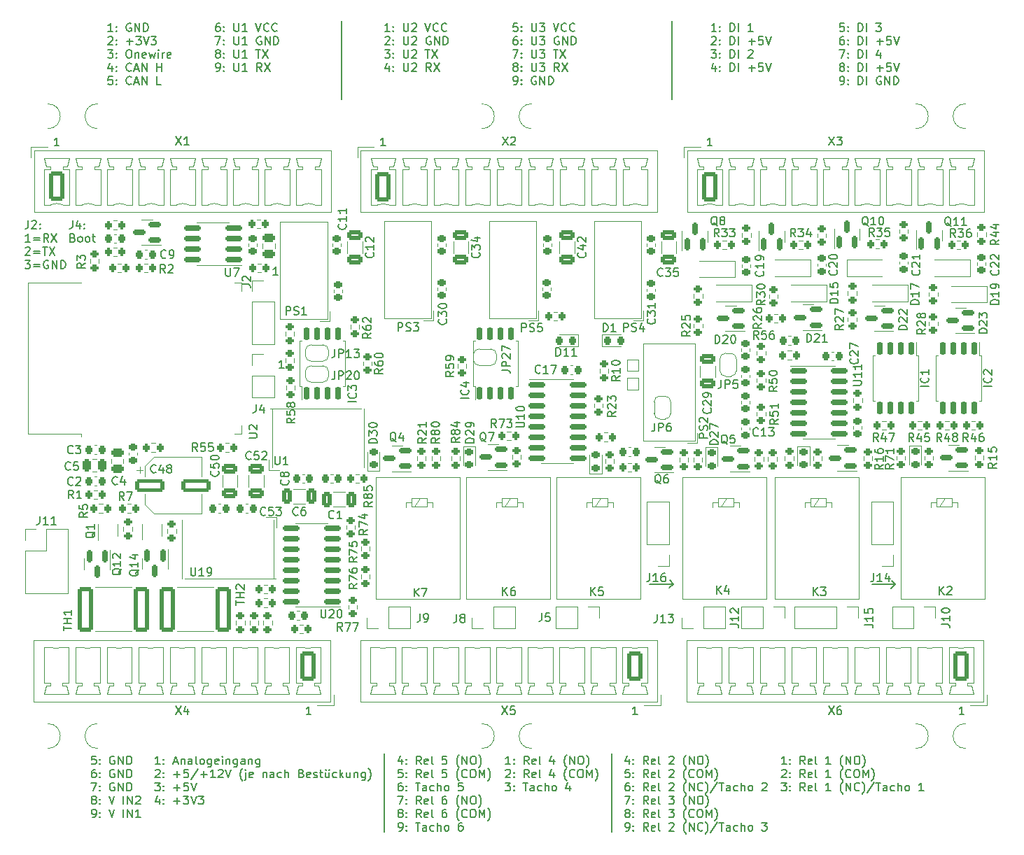
<source format=gbr>
%TF.GenerationSoftware,KiCad,Pcbnew,(6.0.4)*%
%TF.CreationDate,2022-12-17T19:50:05+01:00*%
%TF.ProjectId,bsc,6273632e-6b69-4636-9164-5f7063625858,rev?*%
%TF.SameCoordinates,Original*%
%TF.FileFunction,Legend,Top*%
%TF.FilePolarity,Positive*%
%FSLAX46Y46*%
G04 Gerber Fmt 4.6, Leading zero omitted, Abs format (unit mm)*
G04 Created by KiCad (PCBNEW (6.0.4)) date 2022-12-17 19:50:05*
%MOMM*%
%LPD*%
G01*
G04 APERTURE LIST*
G04 Aperture macros list*
%AMRoundRect*
0 Rectangle with rounded corners*
0 $1 Rounding radius*
0 $2 $3 $4 $5 $6 $7 $8 $9 X,Y pos of 4 corners*
0 Add a 4 corners polygon primitive as box body*
4,1,4,$2,$3,$4,$5,$6,$7,$8,$9,$2,$3,0*
0 Add four circle primitives for the rounded corners*
1,1,$1+$1,$2,$3*
1,1,$1+$1,$4,$5*
1,1,$1+$1,$6,$7*
1,1,$1+$1,$8,$9*
0 Add four rect primitives between the rounded corners*
20,1,$1+$1,$2,$3,$4,$5,0*
20,1,$1+$1,$4,$5,$6,$7,0*
20,1,$1+$1,$6,$7,$8,$9,0*
20,1,$1+$1,$8,$9,$2,$3,0*%
%AMFreePoly0*
4,1,22,0.500000,-0.750000,0.000000,-0.750000,0.000000,-0.745033,-0.079941,-0.743568,-0.215256,-0.701293,-0.333266,-0.622738,-0.424486,-0.514219,-0.481581,-0.384460,-0.499164,-0.250000,-0.500000,-0.250000,-0.500000,0.250000,-0.499164,0.250000,-0.499963,0.256109,-0.478152,0.396186,-0.417904,0.524511,-0.324060,0.630769,-0.204165,0.706417,-0.067858,0.745374,0.000000,0.744959,0.000000,0.750000,
0.500000,0.750000,0.500000,-0.750000,0.500000,-0.750000,$1*%
%AMFreePoly1*
4,1,20,0.000000,0.744959,0.073905,0.744508,0.209726,0.703889,0.328688,0.626782,0.421226,0.519385,0.479903,0.390333,0.500000,0.250000,0.500000,-0.250000,0.499851,-0.262216,0.476331,-0.402017,0.414519,-0.529596,0.319384,-0.634700,0.198574,-0.708877,0.061801,-0.746166,0.000000,-0.745033,0.000000,-0.750000,-0.500000,-0.750000,-0.500000,0.750000,0.000000,0.750000,0.000000,0.744959,
0.000000,0.744959,$1*%
G04 Aperture macros list end*
%ADD10C,0.150000*%
%ADD11C,0.120000*%
%ADD12C,0.100000*%
%ADD13R,1.700000X1.700000*%
%ADD14O,1.700000X1.700000*%
%ADD15RoundRect,0.250000X0.650000X-0.325000X0.650000X0.325000X-0.650000X0.325000X-0.650000X-0.325000X0*%
%ADD16C,0.500000*%
%ADD17RoundRect,0.225000X-0.250000X0.225000X-0.250000X-0.225000X0.250000X-0.225000X0.250000X0.225000X0*%
%ADD18RoundRect,0.250000X-0.475000X0.250000X-0.475000X-0.250000X0.475000X-0.250000X0.475000X0.250000X0*%
%ADD19RoundRect,0.200000X0.275000X-0.200000X0.275000X0.200000X-0.275000X0.200000X-0.275000X-0.200000X0*%
%ADD20R,1.300000X1.700000*%
%ADD21C,3.200000*%
%ADD22RoundRect,0.150000X-0.825000X-0.150000X0.825000X-0.150000X0.825000X0.150000X-0.825000X0.150000X0*%
%ADD23RoundRect,0.150000X0.150000X-0.587500X0.150000X0.587500X-0.150000X0.587500X-0.150000X-0.587500X0*%
%ADD24RoundRect,0.225000X-0.225000X-0.250000X0.225000X-0.250000X0.225000X0.250000X-0.225000X0.250000X0*%
%ADD25RoundRect,0.200000X0.200000X0.275000X-0.200000X0.275000X-0.200000X-0.275000X0.200000X-0.275000X0*%
%ADD26RoundRect,0.200000X-0.275000X0.200000X-0.275000X-0.200000X0.275000X-0.200000X0.275000X0.200000X0*%
%ADD27R,1.000000X1.000000*%
%ADD28O,2.300000X1.600000*%
%ADD29RoundRect,0.150000X0.825000X0.150000X-0.825000X0.150000X-0.825000X-0.150000X0.825000X-0.150000X0*%
%ADD30RoundRect,0.150000X0.587500X0.150000X-0.587500X0.150000X-0.587500X-0.150000X0.587500X-0.150000X0*%
%ADD31R,2.250000X1.750000*%
%ADD32O,2.250000X1.750000*%
%ADD33RoundRect,0.225000X0.225000X0.250000X-0.225000X0.250000X-0.225000X-0.250000X0.225000X-0.250000X0*%
%ADD34RoundRect,0.250000X-0.325000X-0.650000X0.325000X-0.650000X0.325000X0.650000X-0.325000X0.650000X0*%
%ADD35FreePoly0,0.000000*%
%ADD36FreePoly1,0.000000*%
%ADD37RoundRect,0.200000X-0.200000X-0.275000X0.200000X-0.275000X0.200000X0.275000X-0.200000X0.275000X0*%
%ADD38RoundRect,0.250000X-0.650000X0.325000X-0.650000X-0.325000X0.650000X-0.325000X0.650000X0.325000X0*%
%ADD39RoundRect,0.250000X-0.650000X-1.550000X0.650000X-1.550000X0.650000X1.550000X-0.650000X1.550000X0*%
%ADD40O,1.800000X3.600000*%
%ADD41RoundRect,0.218750X-0.256250X0.218750X-0.256250X-0.218750X0.256250X-0.218750X0.256250X0.218750X0*%
%ADD42R,1.500000X2.300000*%
%ADD43O,1.500000X2.300000*%
%ADD44R,0.400000X0.650000*%
%ADD45RoundRect,0.150000X0.150000X-0.650000X0.150000X0.650000X-0.150000X0.650000X-0.150000X-0.650000X0*%
%ADD46RoundRect,0.250000X0.650000X1.550000X-0.650000X1.550000X-0.650000X-1.550000X0.650000X-1.550000X0*%
%ADD47RoundRect,0.225000X0.250000X-0.225000X0.250000X0.225000X-0.250000X0.225000X-0.250000X-0.225000X0*%
%ADD48RoundRect,0.218750X-0.218750X-0.256250X0.218750X-0.256250X0.218750X0.256250X-0.218750X0.256250X0*%
%ADD49RoundRect,0.250000X-0.250000X-0.475000X0.250000X-0.475000X0.250000X0.475000X-0.250000X0.475000X0*%
%ADD50RoundRect,0.218750X0.256250X-0.218750X0.256250X0.218750X-0.256250X0.218750X-0.256250X-0.218750X0*%
%ADD51R,0.900000X2.000000*%
%ADD52R,2.000000X0.900000*%
%ADD53R,5.000000X5.000000*%
%ADD54FreePoly0,90.000000*%
%ADD55FreePoly1,90.000000*%
%ADD56RoundRect,0.150000X-0.150000X0.587500X-0.150000X-0.587500X0.150000X-0.587500X0.150000X0.587500X0*%
%ADD57RoundRect,0.150000X-0.150000X0.650000X-0.150000X-0.650000X0.150000X-0.650000X0.150000X0.650000X0*%
%ADD58RoundRect,0.250000X-1.500000X-0.550000X1.500000X-0.550000X1.500000X0.550000X-1.500000X0.550000X0*%
%ADD59RoundRect,0.218750X0.218750X0.256250X-0.218750X0.256250X-0.218750X-0.256250X0.218750X-0.256250X0*%
%ADD60RoundRect,0.250000X-0.712500X-2.475000X0.712500X-2.475000X0.712500X2.475000X-0.712500X2.475000X0*%
%ADD61RoundRect,0.250000X0.325000X0.650000X-0.325000X0.650000X-0.325000X-0.650000X0.325000X-0.650000X0*%
%ADD62RoundRect,0.250000X0.475000X-0.250000X0.475000X0.250000X-0.475000X0.250000X-0.475000X-0.250000X0*%
G04 APERTURE END LIST*
D10*
X110134400Y-85090000D02*
X109626400Y-85547200D01*
X137007600Y-85166200D02*
X136575800Y-84734400D01*
X70000000Y-16937500D02*
X70000000Y-26437500D01*
X102673637Y-105632500D02*
X102673637Y-115132500D01*
X107315000Y-85090000D02*
X110159800Y-85090000D01*
X75214454Y-105632500D02*
X75214454Y-115132500D01*
X137007600Y-85166200D02*
X136499600Y-85623400D01*
X110000000Y-16937500D02*
X110000000Y-26437500D01*
X134188200Y-85166200D02*
X137033000Y-85166200D01*
X110134400Y-85090000D02*
X109702600Y-84658200D01*
X123859404Y-106927380D02*
X123287976Y-106927380D01*
X123573690Y-106927380D02*
X123573690Y-105927380D01*
X123478452Y-106070238D01*
X123383214Y-106165476D01*
X123287976Y-106213095D01*
X124287976Y-106832142D02*
X124335595Y-106879761D01*
X124287976Y-106927380D01*
X124240357Y-106879761D01*
X124287976Y-106832142D01*
X124287976Y-106927380D01*
X124287976Y-106308333D02*
X124335595Y-106355952D01*
X124287976Y-106403571D01*
X124240357Y-106355952D01*
X124287976Y-106308333D01*
X124287976Y-106403571D01*
X126097500Y-106927380D02*
X125764166Y-106451190D01*
X125526071Y-106927380D02*
X125526071Y-105927380D01*
X125907023Y-105927380D01*
X126002261Y-105975000D01*
X126049880Y-106022619D01*
X126097500Y-106117857D01*
X126097500Y-106260714D01*
X126049880Y-106355952D01*
X126002261Y-106403571D01*
X125907023Y-106451190D01*
X125526071Y-106451190D01*
X126907023Y-106879761D02*
X126811785Y-106927380D01*
X126621309Y-106927380D01*
X126526071Y-106879761D01*
X126478452Y-106784523D01*
X126478452Y-106403571D01*
X126526071Y-106308333D01*
X126621309Y-106260714D01*
X126811785Y-106260714D01*
X126907023Y-106308333D01*
X126954642Y-106403571D01*
X126954642Y-106498809D01*
X126478452Y-106594047D01*
X127526071Y-106927380D02*
X127430833Y-106879761D01*
X127383214Y-106784523D01*
X127383214Y-105927380D01*
X129192738Y-106927380D02*
X128621309Y-106927380D01*
X128907023Y-106927380D02*
X128907023Y-105927380D01*
X128811785Y-106070238D01*
X128716547Y-106165476D01*
X128621309Y-106213095D01*
X130668928Y-107308333D02*
X130621309Y-107260714D01*
X130526071Y-107117857D01*
X130478452Y-107022619D01*
X130430833Y-106879761D01*
X130383214Y-106641666D01*
X130383214Y-106451190D01*
X130430833Y-106213095D01*
X130478452Y-106070238D01*
X130526071Y-105975000D01*
X130621309Y-105832142D01*
X130668928Y-105784523D01*
X131049880Y-106927380D02*
X131049880Y-105927380D01*
X131621309Y-106927380D01*
X131621309Y-105927380D01*
X132287976Y-105927380D02*
X132478452Y-105927380D01*
X132573690Y-105975000D01*
X132668928Y-106070238D01*
X132716547Y-106260714D01*
X132716547Y-106594047D01*
X132668928Y-106784523D01*
X132573690Y-106879761D01*
X132478452Y-106927380D01*
X132287976Y-106927380D01*
X132192738Y-106879761D01*
X132097500Y-106784523D01*
X132049880Y-106594047D01*
X132049880Y-106260714D01*
X132097500Y-106070238D01*
X132192738Y-105975000D01*
X132287976Y-105927380D01*
X133049880Y-107308333D02*
X133097500Y-107260714D01*
X133192738Y-107117857D01*
X133240357Y-107022619D01*
X133287976Y-106879761D01*
X133335595Y-106641666D01*
X133335595Y-106451190D01*
X133287976Y-106213095D01*
X133240357Y-106070238D01*
X133192738Y-105975000D01*
X133097500Y-105832142D01*
X133049880Y-105784523D01*
X123287976Y-107632619D02*
X123335595Y-107585000D01*
X123430833Y-107537380D01*
X123668928Y-107537380D01*
X123764166Y-107585000D01*
X123811785Y-107632619D01*
X123859404Y-107727857D01*
X123859404Y-107823095D01*
X123811785Y-107965952D01*
X123240357Y-108537380D01*
X123859404Y-108537380D01*
X124287976Y-108442142D02*
X124335595Y-108489761D01*
X124287976Y-108537380D01*
X124240357Y-108489761D01*
X124287976Y-108442142D01*
X124287976Y-108537380D01*
X124287976Y-107918333D02*
X124335595Y-107965952D01*
X124287976Y-108013571D01*
X124240357Y-107965952D01*
X124287976Y-107918333D01*
X124287976Y-108013571D01*
X126097500Y-108537380D02*
X125764166Y-108061190D01*
X125526071Y-108537380D02*
X125526071Y-107537380D01*
X125907023Y-107537380D01*
X126002261Y-107585000D01*
X126049880Y-107632619D01*
X126097500Y-107727857D01*
X126097500Y-107870714D01*
X126049880Y-107965952D01*
X126002261Y-108013571D01*
X125907023Y-108061190D01*
X125526071Y-108061190D01*
X126907023Y-108489761D02*
X126811785Y-108537380D01*
X126621309Y-108537380D01*
X126526071Y-108489761D01*
X126478452Y-108394523D01*
X126478452Y-108013571D01*
X126526071Y-107918333D01*
X126621309Y-107870714D01*
X126811785Y-107870714D01*
X126907023Y-107918333D01*
X126954642Y-108013571D01*
X126954642Y-108108809D01*
X126478452Y-108204047D01*
X127526071Y-108537380D02*
X127430833Y-108489761D01*
X127383214Y-108394523D01*
X127383214Y-107537380D01*
X129192738Y-108537380D02*
X128621309Y-108537380D01*
X128907023Y-108537380D02*
X128907023Y-107537380D01*
X128811785Y-107680238D01*
X128716547Y-107775476D01*
X128621309Y-107823095D01*
X130668928Y-108918333D02*
X130621309Y-108870714D01*
X130526071Y-108727857D01*
X130478452Y-108632619D01*
X130430833Y-108489761D01*
X130383214Y-108251666D01*
X130383214Y-108061190D01*
X130430833Y-107823095D01*
X130478452Y-107680238D01*
X130526071Y-107585000D01*
X130621309Y-107442142D01*
X130668928Y-107394523D01*
X131621309Y-108442142D02*
X131573690Y-108489761D01*
X131430833Y-108537380D01*
X131335595Y-108537380D01*
X131192738Y-108489761D01*
X131097500Y-108394523D01*
X131049880Y-108299285D01*
X131002261Y-108108809D01*
X131002261Y-107965952D01*
X131049880Y-107775476D01*
X131097500Y-107680238D01*
X131192738Y-107585000D01*
X131335595Y-107537380D01*
X131430833Y-107537380D01*
X131573690Y-107585000D01*
X131621309Y-107632619D01*
X132240357Y-107537380D02*
X132430833Y-107537380D01*
X132526071Y-107585000D01*
X132621309Y-107680238D01*
X132668928Y-107870714D01*
X132668928Y-108204047D01*
X132621309Y-108394523D01*
X132526071Y-108489761D01*
X132430833Y-108537380D01*
X132240357Y-108537380D01*
X132145119Y-108489761D01*
X132049880Y-108394523D01*
X132002261Y-108204047D01*
X132002261Y-107870714D01*
X132049880Y-107680238D01*
X132145119Y-107585000D01*
X132240357Y-107537380D01*
X133097500Y-108537380D02*
X133097500Y-107537380D01*
X133430833Y-108251666D01*
X133764166Y-107537380D01*
X133764166Y-108537380D01*
X134145119Y-108918333D02*
X134192738Y-108870714D01*
X134287976Y-108727857D01*
X134335595Y-108632619D01*
X134383214Y-108489761D01*
X134430833Y-108251666D01*
X134430833Y-108061190D01*
X134383214Y-107823095D01*
X134335595Y-107680238D01*
X134287976Y-107585000D01*
X134192738Y-107442142D01*
X134145119Y-107394523D01*
X123240357Y-109147380D02*
X123859404Y-109147380D01*
X123526071Y-109528333D01*
X123668928Y-109528333D01*
X123764166Y-109575952D01*
X123811785Y-109623571D01*
X123859404Y-109718809D01*
X123859404Y-109956904D01*
X123811785Y-110052142D01*
X123764166Y-110099761D01*
X123668928Y-110147380D01*
X123383214Y-110147380D01*
X123287976Y-110099761D01*
X123240357Y-110052142D01*
X124287976Y-110052142D02*
X124335595Y-110099761D01*
X124287976Y-110147380D01*
X124240357Y-110099761D01*
X124287976Y-110052142D01*
X124287976Y-110147380D01*
X124287976Y-109528333D02*
X124335595Y-109575952D01*
X124287976Y-109623571D01*
X124240357Y-109575952D01*
X124287976Y-109528333D01*
X124287976Y-109623571D01*
X126097500Y-110147380D02*
X125764166Y-109671190D01*
X125526071Y-110147380D02*
X125526071Y-109147380D01*
X125907023Y-109147380D01*
X126002261Y-109195000D01*
X126049880Y-109242619D01*
X126097500Y-109337857D01*
X126097500Y-109480714D01*
X126049880Y-109575952D01*
X126002261Y-109623571D01*
X125907023Y-109671190D01*
X125526071Y-109671190D01*
X126907023Y-110099761D02*
X126811785Y-110147380D01*
X126621309Y-110147380D01*
X126526071Y-110099761D01*
X126478452Y-110004523D01*
X126478452Y-109623571D01*
X126526071Y-109528333D01*
X126621309Y-109480714D01*
X126811785Y-109480714D01*
X126907023Y-109528333D01*
X126954642Y-109623571D01*
X126954642Y-109718809D01*
X126478452Y-109814047D01*
X127526071Y-110147380D02*
X127430833Y-110099761D01*
X127383214Y-110004523D01*
X127383214Y-109147380D01*
X129192738Y-110147380D02*
X128621309Y-110147380D01*
X128907023Y-110147380D02*
X128907023Y-109147380D01*
X128811785Y-109290238D01*
X128716547Y-109385476D01*
X128621309Y-109433095D01*
X130668928Y-110528333D02*
X130621309Y-110480714D01*
X130526071Y-110337857D01*
X130478452Y-110242619D01*
X130430833Y-110099761D01*
X130383214Y-109861666D01*
X130383214Y-109671190D01*
X130430833Y-109433095D01*
X130478452Y-109290238D01*
X130526071Y-109195000D01*
X130621309Y-109052142D01*
X130668928Y-109004523D01*
X131049880Y-110147380D02*
X131049880Y-109147380D01*
X131621309Y-110147380D01*
X131621309Y-109147380D01*
X132668928Y-110052142D02*
X132621309Y-110099761D01*
X132478452Y-110147380D01*
X132383214Y-110147380D01*
X132240357Y-110099761D01*
X132145119Y-110004523D01*
X132097500Y-109909285D01*
X132049880Y-109718809D01*
X132049880Y-109575952D01*
X132097500Y-109385476D01*
X132145119Y-109290238D01*
X132240357Y-109195000D01*
X132383214Y-109147380D01*
X132478452Y-109147380D01*
X132621309Y-109195000D01*
X132668928Y-109242619D01*
X133002261Y-110528333D02*
X133049880Y-110480714D01*
X133145119Y-110337857D01*
X133192738Y-110242619D01*
X133240357Y-110099761D01*
X133287976Y-109861666D01*
X133287976Y-109671190D01*
X133240357Y-109433095D01*
X133192738Y-109290238D01*
X133145119Y-109195000D01*
X133049880Y-109052142D01*
X133002261Y-109004523D01*
X134478452Y-109099761D02*
X133621309Y-110385476D01*
X134668928Y-109147380D02*
X135240357Y-109147380D01*
X134954642Y-110147380D02*
X134954642Y-109147380D01*
X136002261Y-110147380D02*
X136002261Y-109623571D01*
X135954642Y-109528333D01*
X135859404Y-109480714D01*
X135668928Y-109480714D01*
X135573690Y-109528333D01*
X136002261Y-110099761D02*
X135907023Y-110147380D01*
X135668928Y-110147380D01*
X135573690Y-110099761D01*
X135526071Y-110004523D01*
X135526071Y-109909285D01*
X135573690Y-109814047D01*
X135668928Y-109766428D01*
X135907023Y-109766428D01*
X136002261Y-109718809D01*
X136907023Y-110099761D02*
X136811785Y-110147380D01*
X136621309Y-110147380D01*
X136526071Y-110099761D01*
X136478452Y-110052142D01*
X136430833Y-109956904D01*
X136430833Y-109671190D01*
X136478452Y-109575952D01*
X136526071Y-109528333D01*
X136621309Y-109480714D01*
X136811785Y-109480714D01*
X136907023Y-109528333D01*
X137335595Y-110147380D02*
X137335595Y-109147380D01*
X137764166Y-110147380D02*
X137764166Y-109623571D01*
X137716547Y-109528333D01*
X137621309Y-109480714D01*
X137478452Y-109480714D01*
X137383214Y-109528333D01*
X137335595Y-109575952D01*
X138383214Y-110147380D02*
X138287976Y-110099761D01*
X138240357Y-110052142D01*
X138192738Y-109956904D01*
X138192738Y-109671190D01*
X138240357Y-109575952D01*
X138287976Y-109528333D01*
X138383214Y-109480714D01*
X138526071Y-109480714D01*
X138621309Y-109528333D01*
X138668928Y-109575952D01*
X138716547Y-109671190D01*
X138716547Y-109956904D01*
X138668928Y-110052142D01*
X138621309Y-110099761D01*
X138526071Y-110147380D01*
X138383214Y-110147380D01*
X140430833Y-110147380D02*
X139859404Y-110147380D01*
X140145119Y-110147380D02*
X140145119Y-109147380D01*
X140049880Y-109290238D01*
X139954642Y-109385476D01*
X139859404Y-109433095D01*
X35845714Y-32075380D02*
X35274285Y-32075380D01*
X35560000Y-32075380D02*
X35560000Y-31075380D01*
X35464761Y-31218238D01*
X35369523Y-31313476D01*
X35274285Y-31361095D01*
X114839714Y-32075380D02*
X114268285Y-32075380D01*
X114554000Y-32075380D02*
X114554000Y-31075380D01*
X114458761Y-31218238D01*
X114363523Y-31313476D01*
X114268285Y-31361095D01*
X75859404Y-18232380D02*
X75287976Y-18232380D01*
X75573690Y-18232380D02*
X75573690Y-17232380D01*
X75478452Y-17375238D01*
X75383214Y-17470476D01*
X75287976Y-17518095D01*
X76287976Y-18137142D02*
X76335595Y-18184761D01*
X76287976Y-18232380D01*
X76240357Y-18184761D01*
X76287976Y-18137142D01*
X76287976Y-18232380D01*
X76287976Y-17613333D02*
X76335595Y-17660952D01*
X76287976Y-17708571D01*
X76240357Y-17660952D01*
X76287976Y-17613333D01*
X76287976Y-17708571D01*
X77526071Y-17232380D02*
X77526071Y-18041904D01*
X77573690Y-18137142D01*
X77621309Y-18184761D01*
X77716547Y-18232380D01*
X77907023Y-18232380D01*
X78002261Y-18184761D01*
X78049880Y-18137142D01*
X78097500Y-18041904D01*
X78097500Y-17232380D01*
X78526071Y-17327619D02*
X78573690Y-17280000D01*
X78668928Y-17232380D01*
X78907023Y-17232380D01*
X79002261Y-17280000D01*
X79049880Y-17327619D01*
X79097500Y-17422857D01*
X79097500Y-17518095D01*
X79049880Y-17660952D01*
X78478452Y-18232380D01*
X79097500Y-18232380D01*
X80145119Y-17232380D02*
X80478452Y-18232380D01*
X80811785Y-17232380D01*
X81716547Y-18137142D02*
X81668928Y-18184761D01*
X81526071Y-18232380D01*
X81430833Y-18232380D01*
X81287976Y-18184761D01*
X81192738Y-18089523D01*
X81145119Y-17994285D01*
X81097500Y-17803809D01*
X81097500Y-17660952D01*
X81145119Y-17470476D01*
X81192738Y-17375238D01*
X81287976Y-17280000D01*
X81430833Y-17232380D01*
X81526071Y-17232380D01*
X81668928Y-17280000D01*
X81716547Y-17327619D01*
X82716547Y-18137142D02*
X82668928Y-18184761D01*
X82526071Y-18232380D01*
X82430833Y-18232380D01*
X82287976Y-18184761D01*
X82192738Y-18089523D01*
X82145119Y-17994285D01*
X82097500Y-17803809D01*
X82097500Y-17660952D01*
X82145119Y-17470476D01*
X82192738Y-17375238D01*
X82287976Y-17280000D01*
X82430833Y-17232380D01*
X82526071Y-17232380D01*
X82668928Y-17280000D01*
X82716547Y-17327619D01*
X75287976Y-18937619D02*
X75335595Y-18890000D01*
X75430833Y-18842380D01*
X75668928Y-18842380D01*
X75764166Y-18890000D01*
X75811785Y-18937619D01*
X75859404Y-19032857D01*
X75859404Y-19128095D01*
X75811785Y-19270952D01*
X75240357Y-19842380D01*
X75859404Y-19842380D01*
X76287976Y-19747142D02*
X76335595Y-19794761D01*
X76287976Y-19842380D01*
X76240357Y-19794761D01*
X76287976Y-19747142D01*
X76287976Y-19842380D01*
X76287976Y-19223333D02*
X76335595Y-19270952D01*
X76287976Y-19318571D01*
X76240357Y-19270952D01*
X76287976Y-19223333D01*
X76287976Y-19318571D01*
X77526071Y-18842380D02*
X77526071Y-19651904D01*
X77573690Y-19747142D01*
X77621309Y-19794761D01*
X77716547Y-19842380D01*
X77907023Y-19842380D01*
X78002261Y-19794761D01*
X78049880Y-19747142D01*
X78097500Y-19651904D01*
X78097500Y-18842380D01*
X78526071Y-18937619D02*
X78573690Y-18890000D01*
X78668928Y-18842380D01*
X78907023Y-18842380D01*
X79002261Y-18890000D01*
X79049880Y-18937619D01*
X79097500Y-19032857D01*
X79097500Y-19128095D01*
X79049880Y-19270952D01*
X78478452Y-19842380D01*
X79097500Y-19842380D01*
X80811785Y-18890000D02*
X80716547Y-18842380D01*
X80573690Y-18842380D01*
X80430833Y-18890000D01*
X80335595Y-18985238D01*
X80287976Y-19080476D01*
X80240357Y-19270952D01*
X80240357Y-19413809D01*
X80287976Y-19604285D01*
X80335595Y-19699523D01*
X80430833Y-19794761D01*
X80573690Y-19842380D01*
X80668928Y-19842380D01*
X80811785Y-19794761D01*
X80859404Y-19747142D01*
X80859404Y-19413809D01*
X80668928Y-19413809D01*
X81287976Y-19842380D02*
X81287976Y-18842380D01*
X81859404Y-19842380D01*
X81859404Y-18842380D01*
X82335595Y-19842380D02*
X82335595Y-18842380D01*
X82573690Y-18842380D01*
X82716547Y-18890000D01*
X82811785Y-18985238D01*
X82859404Y-19080476D01*
X82907023Y-19270952D01*
X82907023Y-19413809D01*
X82859404Y-19604285D01*
X82811785Y-19699523D01*
X82716547Y-19794761D01*
X82573690Y-19842380D01*
X82335595Y-19842380D01*
X75240357Y-20452380D02*
X75859404Y-20452380D01*
X75526071Y-20833333D01*
X75668928Y-20833333D01*
X75764166Y-20880952D01*
X75811785Y-20928571D01*
X75859404Y-21023809D01*
X75859404Y-21261904D01*
X75811785Y-21357142D01*
X75764166Y-21404761D01*
X75668928Y-21452380D01*
X75383214Y-21452380D01*
X75287976Y-21404761D01*
X75240357Y-21357142D01*
X76287976Y-21357142D02*
X76335595Y-21404761D01*
X76287976Y-21452380D01*
X76240357Y-21404761D01*
X76287976Y-21357142D01*
X76287976Y-21452380D01*
X76287976Y-20833333D02*
X76335595Y-20880952D01*
X76287976Y-20928571D01*
X76240357Y-20880952D01*
X76287976Y-20833333D01*
X76287976Y-20928571D01*
X77526071Y-20452380D02*
X77526071Y-21261904D01*
X77573690Y-21357142D01*
X77621309Y-21404761D01*
X77716547Y-21452380D01*
X77907023Y-21452380D01*
X78002261Y-21404761D01*
X78049880Y-21357142D01*
X78097500Y-21261904D01*
X78097500Y-20452380D01*
X78526071Y-20547619D02*
X78573690Y-20500000D01*
X78668928Y-20452380D01*
X78907023Y-20452380D01*
X79002261Y-20500000D01*
X79049880Y-20547619D01*
X79097500Y-20642857D01*
X79097500Y-20738095D01*
X79049880Y-20880952D01*
X78478452Y-21452380D01*
X79097500Y-21452380D01*
X80145119Y-20452380D02*
X80716547Y-20452380D01*
X80430833Y-21452380D02*
X80430833Y-20452380D01*
X80954642Y-20452380D02*
X81621309Y-21452380D01*
X81621309Y-20452380D02*
X80954642Y-21452380D01*
X75764166Y-22395714D02*
X75764166Y-23062380D01*
X75526071Y-22014761D02*
X75287976Y-22729047D01*
X75907023Y-22729047D01*
X76287976Y-22967142D02*
X76335595Y-23014761D01*
X76287976Y-23062380D01*
X76240357Y-23014761D01*
X76287976Y-22967142D01*
X76287976Y-23062380D01*
X76287976Y-22443333D02*
X76335595Y-22490952D01*
X76287976Y-22538571D01*
X76240357Y-22490952D01*
X76287976Y-22443333D01*
X76287976Y-22538571D01*
X77526071Y-22062380D02*
X77526071Y-22871904D01*
X77573690Y-22967142D01*
X77621309Y-23014761D01*
X77716547Y-23062380D01*
X77907023Y-23062380D01*
X78002261Y-23014761D01*
X78049880Y-22967142D01*
X78097500Y-22871904D01*
X78097500Y-22062380D01*
X78526071Y-22157619D02*
X78573690Y-22110000D01*
X78668928Y-22062380D01*
X78907023Y-22062380D01*
X79002261Y-22110000D01*
X79049880Y-22157619D01*
X79097500Y-22252857D01*
X79097500Y-22348095D01*
X79049880Y-22490952D01*
X78478452Y-23062380D01*
X79097500Y-23062380D01*
X80859404Y-23062380D02*
X80526071Y-22586190D01*
X80287976Y-23062380D02*
X80287976Y-22062380D01*
X80668928Y-22062380D01*
X80764166Y-22110000D01*
X80811785Y-22157619D01*
X80859404Y-22252857D01*
X80859404Y-22395714D01*
X80811785Y-22490952D01*
X80764166Y-22538571D01*
X80668928Y-22586190D01*
X80287976Y-22586190D01*
X81192738Y-22062380D02*
X81859404Y-23062380D01*
X81859404Y-22062380D02*
X81192738Y-23062380D01*
X55264166Y-17232380D02*
X55073690Y-17232380D01*
X54978452Y-17280000D01*
X54930833Y-17327619D01*
X54835595Y-17470476D01*
X54787976Y-17660952D01*
X54787976Y-18041904D01*
X54835595Y-18137142D01*
X54883214Y-18184761D01*
X54978452Y-18232380D01*
X55168928Y-18232380D01*
X55264166Y-18184761D01*
X55311785Y-18137142D01*
X55359404Y-18041904D01*
X55359404Y-17803809D01*
X55311785Y-17708571D01*
X55264166Y-17660952D01*
X55168928Y-17613333D01*
X54978452Y-17613333D01*
X54883214Y-17660952D01*
X54835595Y-17708571D01*
X54787976Y-17803809D01*
X55787976Y-18137142D02*
X55835595Y-18184761D01*
X55787976Y-18232380D01*
X55740357Y-18184761D01*
X55787976Y-18137142D01*
X55787976Y-18232380D01*
X55787976Y-17613333D02*
X55835595Y-17660952D01*
X55787976Y-17708571D01*
X55740357Y-17660952D01*
X55787976Y-17613333D01*
X55787976Y-17708571D01*
X57026071Y-17232380D02*
X57026071Y-18041904D01*
X57073690Y-18137142D01*
X57121309Y-18184761D01*
X57216547Y-18232380D01*
X57407023Y-18232380D01*
X57502261Y-18184761D01*
X57549880Y-18137142D01*
X57597500Y-18041904D01*
X57597500Y-17232380D01*
X58597500Y-18232380D02*
X58026071Y-18232380D01*
X58311785Y-18232380D02*
X58311785Y-17232380D01*
X58216547Y-17375238D01*
X58121309Y-17470476D01*
X58026071Y-17518095D01*
X59645119Y-17232380D02*
X59978452Y-18232380D01*
X60311785Y-17232380D01*
X61216547Y-18137142D02*
X61168928Y-18184761D01*
X61026071Y-18232380D01*
X60930833Y-18232380D01*
X60787976Y-18184761D01*
X60692738Y-18089523D01*
X60645119Y-17994285D01*
X60597500Y-17803809D01*
X60597500Y-17660952D01*
X60645119Y-17470476D01*
X60692738Y-17375238D01*
X60787976Y-17280000D01*
X60930833Y-17232380D01*
X61026071Y-17232380D01*
X61168928Y-17280000D01*
X61216547Y-17327619D01*
X62216547Y-18137142D02*
X62168928Y-18184761D01*
X62026071Y-18232380D01*
X61930833Y-18232380D01*
X61787976Y-18184761D01*
X61692738Y-18089523D01*
X61645119Y-17994285D01*
X61597500Y-17803809D01*
X61597500Y-17660952D01*
X61645119Y-17470476D01*
X61692738Y-17375238D01*
X61787976Y-17280000D01*
X61930833Y-17232380D01*
X62026071Y-17232380D01*
X62168928Y-17280000D01*
X62216547Y-17327619D01*
X54740357Y-18842380D02*
X55407023Y-18842380D01*
X54978452Y-19842380D01*
X55787976Y-19747142D02*
X55835595Y-19794761D01*
X55787976Y-19842380D01*
X55740357Y-19794761D01*
X55787976Y-19747142D01*
X55787976Y-19842380D01*
X55787976Y-19223333D02*
X55835595Y-19270952D01*
X55787976Y-19318571D01*
X55740357Y-19270952D01*
X55787976Y-19223333D01*
X55787976Y-19318571D01*
X57026071Y-18842380D02*
X57026071Y-19651904D01*
X57073690Y-19747142D01*
X57121309Y-19794761D01*
X57216547Y-19842380D01*
X57407023Y-19842380D01*
X57502261Y-19794761D01*
X57549880Y-19747142D01*
X57597500Y-19651904D01*
X57597500Y-18842380D01*
X58597500Y-19842380D02*
X58026071Y-19842380D01*
X58311785Y-19842380D02*
X58311785Y-18842380D01*
X58216547Y-18985238D01*
X58121309Y-19080476D01*
X58026071Y-19128095D01*
X60311785Y-18890000D02*
X60216547Y-18842380D01*
X60073690Y-18842380D01*
X59930833Y-18890000D01*
X59835595Y-18985238D01*
X59787976Y-19080476D01*
X59740357Y-19270952D01*
X59740357Y-19413809D01*
X59787976Y-19604285D01*
X59835595Y-19699523D01*
X59930833Y-19794761D01*
X60073690Y-19842380D01*
X60168928Y-19842380D01*
X60311785Y-19794761D01*
X60359404Y-19747142D01*
X60359404Y-19413809D01*
X60168928Y-19413809D01*
X60787976Y-19842380D02*
X60787976Y-18842380D01*
X61359404Y-19842380D01*
X61359404Y-18842380D01*
X61835595Y-19842380D02*
X61835595Y-18842380D01*
X62073690Y-18842380D01*
X62216547Y-18890000D01*
X62311785Y-18985238D01*
X62359404Y-19080476D01*
X62407023Y-19270952D01*
X62407023Y-19413809D01*
X62359404Y-19604285D01*
X62311785Y-19699523D01*
X62216547Y-19794761D01*
X62073690Y-19842380D01*
X61835595Y-19842380D01*
X54978452Y-20880952D02*
X54883214Y-20833333D01*
X54835595Y-20785714D01*
X54787976Y-20690476D01*
X54787976Y-20642857D01*
X54835595Y-20547619D01*
X54883214Y-20500000D01*
X54978452Y-20452380D01*
X55168928Y-20452380D01*
X55264166Y-20500000D01*
X55311785Y-20547619D01*
X55359404Y-20642857D01*
X55359404Y-20690476D01*
X55311785Y-20785714D01*
X55264166Y-20833333D01*
X55168928Y-20880952D01*
X54978452Y-20880952D01*
X54883214Y-20928571D01*
X54835595Y-20976190D01*
X54787976Y-21071428D01*
X54787976Y-21261904D01*
X54835595Y-21357142D01*
X54883214Y-21404761D01*
X54978452Y-21452380D01*
X55168928Y-21452380D01*
X55264166Y-21404761D01*
X55311785Y-21357142D01*
X55359404Y-21261904D01*
X55359404Y-21071428D01*
X55311785Y-20976190D01*
X55264166Y-20928571D01*
X55168928Y-20880952D01*
X55787976Y-21357142D02*
X55835595Y-21404761D01*
X55787976Y-21452380D01*
X55740357Y-21404761D01*
X55787976Y-21357142D01*
X55787976Y-21452380D01*
X55787976Y-20833333D02*
X55835595Y-20880952D01*
X55787976Y-20928571D01*
X55740357Y-20880952D01*
X55787976Y-20833333D01*
X55787976Y-20928571D01*
X57026071Y-20452380D02*
X57026071Y-21261904D01*
X57073690Y-21357142D01*
X57121309Y-21404761D01*
X57216547Y-21452380D01*
X57407023Y-21452380D01*
X57502261Y-21404761D01*
X57549880Y-21357142D01*
X57597500Y-21261904D01*
X57597500Y-20452380D01*
X58597500Y-21452380D02*
X58026071Y-21452380D01*
X58311785Y-21452380D02*
X58311785Y-20452380D01*
X58216547Y-20595238D01*
X58121309Y-20690476D01*
X58026071Y-20738095D01*
X59645119Y-20452380D02*
X60216547Y-20452380D01*
X59930833Y-21452380D02*
X59930833Y-20452380D01*
X60454642Y-20452380D02*
X61121309Y-21452380D01*
X61121309Y-20452380D02*
X60454642Y-21452380D01*
X54883214Y-23062380D02*
X55073690Y-23062380D01*
X55168928Y-23014761D01*
X55216547Y-22967142D01*
X55311785Y-22824285D01*
X55359404Y-22633809D01*
X55359404Y-22252857D01*
X55311785Y-22157619D01*
X55264166Y-22110000D01*
X55168928Y-22062380D01*
X54978452Y-22062380D01*
X54883214Y-22110000D01*
X54835595Y-22157619D01*
X54787976Y-22252857D01*
X54787976Y-22490952D01*
X54835595Y-22586190D01*
X54883214Y-22633809D01*
X54978452Y-22681428D01*
X55168928Y-22681428D01*
X55264166Y-22633809D01*
X55311785Y-22586190D01*
X55359404Y-22490952D01*
X55787976Y-22967142D02*
X55835595Y-23014761D01*
X55787976Y-23062380D01*
X55740357Y-23014761D01*
X55787976Y-22967142D01*
X55787976Y-23062380D01*
X55787976Y-22443333D02*
X55835595Y-22490952D01*
X55787976Y-22538571D01*
X55740357Y-22490952D01*
X55787976Y-22443333D01*
X55787976Y-22538571D01*
X57026071Y-22062380D02*
X57026071Y-22871904D01*
X57073690Y-22967142D01*
X57121309Y-23014761D01*
X57216547Y-23062380D01*
X57407023Y-23062380D01*
X57502261Y-23014761D01*
X57549880Y-22967142D01*
X57597500Y-22871904D01*
X57597500Y-22062380D01*
X58597500Y-23062380D02*
X58026071Y-23062380D01*
X58311785Y-23062380D02*
X58311785Y-22062380D01*
X58216547Y-22205238D01*
X58121309Y-22300476D01*
X58026071Y-22348095D01*
X60359404Y-23062380D02*
X60026071Y-22586190D01*
X59787976Y-23062380D02*
X59787976Y-22062380D01*
X60168928Y-22062380D01*
X60264166Y-22110000D01*
X60311785Y-22157619D01*
X60359404Y-22252857D01*
X60359404Y-22395714D01*
X60311785Y-22490952D01*
X60264166Y-22538571D01*
X60168928Y-22586190D01*
X59787976Y-22586190D01*
X60692738Y-22062380D02*
X61359404Y-23062380D01*
X61359404Y-22062380D02*
X60692738Y-23062380D01*
X32117309Y-41106380D02*
X32117309Y-41820666D01*
X32069690Y-41963523D01*
X31974452Y-42058761D01*
X31831595Y-42106380D01*
X31736357Y-42106380D01*
X32545880Y-41201619D02*
X32593500Y-41154000D01*
X32688738Y-41106380D01*
X32926833Y-41106380D01*
X33022071Y-41154000D01*
X33069690Y-41201619D01*
X33117309Y-41296857D01*
X33117309Y-41392095D01*
X33069690Y-41534952D01*
X32498261Y-42106380D01*
X33117309Y-42106380D01*
X33545880Y-42011142D02*
X33593500Y-42058761D01*
X33545880Y-42106380D01*
X33498261Y-42058761D01*
X33545880Y-42011142D01*
X33545880Y-42106380D01*
X33545880Y-41487333D02*
X33593500Y-41534952D01*
X33545880Y-41582571D01*
X33498261Y-41534952D01*
X33545880Y-41487333D01*
X33545880Y-41582571D01*
X32355404Y-43716380D02*
X31783976Y-43716380D01*
X32069690Y-43716380D02*
X32069690Y-42716380D01*
X31974452Y-42859238D01*
X31879214Y-42954476D01*
X31783976Y-43002095D01*
X32783976Y-43192571D02*
X33545880Y-43192571D01*
X33545880Y-43478285D02*
X32783976Y-43478285D01*
X34593500Y-43716380D02*
X34260166Y-43240190D01*
X34022071Y-43716380D02*
X34022071Y-42716380D01*
X34403023Y-42716380D01*
X34498261Y-42764000D01*
X34545880Y-42811619D01*
X34593500Y-42906857D01*
X34593500Y-43049714D01*
X34545880Y-43144952D01*
X34498261Y-43192571D01*
X34403023Y-43240190D01*
X34022071Y-43240190D01*
X34926833Y-42716380D02*
X35593500Y-43716380D01*
X35593500Y-42716380D02*
X34926833Y-43716380D01*
X31783976Y-44421619D02*
X31831595Y-44374000D01*
X31926833Y-44326380D01*
X32164928Y-44326380D01*
X32260166Y-44374000D01*
X32307785Y-44421619D01*
X32355404Y-44516857D01*
X32355404Y-44612095D01*
X32307785Y-44754952D01*
X31736357Y-45326380D01*
X32355404Y-45326380D01*
X32783976Y-44802571D02*
X33545880Y-44802571D01*
X33545880Y-45088285D02*
X32783976Y-45088285D01*
X33879214Y-44326380D02*
X34450642Y-44326380D01*
X34164928Y-45326380D02*
X34164928Y-44326380D01*
X34688738Y-44326380D02*
X35355404Y-45326380D01*
X35355404Y-44326380D02*
X34688738Y-45326380D01*
X31736357Y-45936380D02*
X32355404Y-45936380D01*
X32022071Y-46317333D01*
X32164928Y-46317333D01*
X32260166Y-46364952D01*
X32307785Y-46412571D01*
X32355404Y-46507809D01*
X32355404Y-46745904D01*
X32307785Y-46841142D01*
X32260166Y-46888761D01*
X32164928Y-46936380D01*
X31879214Y-46936380D01*
X31783976Y-46888761D01*
X31736357Y-46841142D01*
X32783976Y-46412571D02*
X33545880Y-46412571D01*
X33545880Y-46698285D02*
X32783976Y-46698285D01*
X34545880Y-45984000D02*
X34450642Y-45936380D01*
X34307785Y-45936380D01*
X34164928Y-45984000D01*
X34069690Y-46079238D01*
X34022071Y-46174476D01*
X33974452Y-46364952D01*
X33974452Y-46507809D01*
X34022071Y-46698285D01*
X34069690Y-46793523D01*
X34164928Y-46888761D01*
X34307785Y-46936380D01*
X34403023Y-46936380D01*
X34545880Y-46888761D01*
X34593500Y-46841142D01*
X34593500Y-46507809D01*
X34403023Y-46507809D01*
X35022071Y-46936380D02*
X35022071Y-45936380D01*
X35593500Y-46936380D01*
X35593500Y-45936380D01*
X36069690Y-46936380D02*
X36069690Y-45936380D01*
X36307785Y-45936380D01*
X36450642Y-45984000D01*
X36545880Y-46079238D01*
X36593500Y-46174476D01*
X36641119Y-46364952D01*
X36641119Y-46507809D01*
X36593500Y-46698285D01*
X36545880Y-46793523D01*
X36450642Y-46888761D01*
X36307785Y-46936380D01*
X36069690Y-46936380D01*
X115359404Y-18232380D02*
X114787976Y-18232380D01*
X115073690Y-18232380D02*
X115073690Y-17232380D01*
X114978452Y-17375238D01*
X114883214Y-17470476D01*
X114787976Y-17518095D01*
X115787976Y-18137142D02*
X115835595Y-18184761D01*
X115787976Y-18232380D01*
X115740357Y-18184761D01*
X115787976Y-18137142D01*
X115787976Y-18232380D01*
X115787976Y-17613333D02*
X115835595Y-17660952D01*
X115787976Y-17708571D01*
X115740357Y-17660952D01*
X115787976Y-17613333D01*
X115787976Y-17708571D01*
X117026071Y-18232380D02*
X117026071Y-17232380D01*
X117264166Y-17232380D01*
X117407023Y-17280000D01*
X117502261Y-17375238D01*
X117549880Y-17470476D01*
X117597500Y-17660952D01*
X117597500Y-17803809D01*
X117549880Y-17994285D01*
X117502261Y-18089523D01*
X117407023Y-18184761D01*
X117264166Y-18232380D01*
X117026071Y-18232380D01*
X118026071Y-18232380D02*
X118026071Y-17232380D01*
X119787976Y-18232380D02*
X119216547Y-18232380D01*
X119502261Y-18232380D02*
X119502261Y-17232380D01*
X119407023Y-17375238D01*
X119311785Y-17470476D01*
X119216547Y-17518095D01*
X114787976Y-18937619D02*
X114835595Y-18890000D01*
X114930833Y-18842380D01*
X115168928Y-18842380D01*
X115264166Y-18890000D01*
X115311785Y-18937619D01*
X115359404Y-19032857D01*
X115359404Y-19128095D01*
X115311785Y-19270952D01*
X114740357Y-19842380D01*
X115359404Y-19842380D01*
X115787976Y-19747142D02*
X115835595Y-19794761D01*
X115787976Y-19842380D01*
X115740357Y-19794761D01*
X115787976Y-19747142D01*
X115787976Y-19842380D01*
X115787976Y-19223333D02*
X115835595Y-19270952D01*
X115787976Y-19318571D01*
X115740357Y-19270952D01*
X115787976Y-19223333D01*
X115787976Y-19318571D01*
X117026071Y-19842380D02*
X117026071Y-18842380D01*
X117264166Y-18842380D01*
X117407023Y-18890000D01*
X117502261Y-18985238D01*
X117549880Y-19080476D01*
X117597500Y-19270952D01*
X117597500Y-19413809D01*
X117549880Y-19604285D01*
X117502261Y-19699523D01*
X117407023Y-19794761D01*
X117264166Y-19842380D01*
X117026071Y-19842380D01*
X118026071Y-19842380D02*
X118026071Y-18842380D01*
X119264166Y-19461428D02*
X120026071Y-19461428D01*
X119645119Y-19842380D02*
X119645119Y-19080476D01*
X120978452Y-18842380D02*
X120502261Y-18842380D01*
X120454642Y-19318571D01*
X120502261Y-19270952D01*
X120597500Y-19223333D01*
X120835595Y-19223333D01*
X120930833Y-19270952D01*
X120978452Y-19318571D01*
X121026071Y-19413809D01*
X121026071Y-19651904D01*
X120978452Y-19747142D01*
X120930833Y-19794761D01*
X120835595Y-19842380D01*
X120597500Y-19842380D01*
X120502261Y-19794761D01*
X120454642Y-19747142D01*
X121311785Y-18842380D02*
X121645119Y-19842380D01*
X121978452Y-18842380D01*
X114740357Y-20452380D02*
X115359404Y-20452380D01*
X115026071Y-20833333D01*
X115168928Y-20833333D01*
X115264166Y-20880952D01*
X115311785Y-20928571D01*
X115359404Y-21023809D01*
X115359404Y-21261904D01*
X115311785Y-21357142D01*
X115264166Y-21404761D01*
X115168928Y-21452380D01*
X114883214Y-21452380D01*
X114787976Y-21404761D01*
X114740357Y-21357142D01*
X115787976Y-21357142D02*
X115835595Y-21404761D01*
X115787976Y-21452380D01*
X115740357Y-21404761D01*
X115787976Y-21357142D01*
X115787976Y-21452380D01*
X115787976Y-20833333D02*
X115835595Y-20880952D01*
X115787976Y-20928571D01*
X115740357Y-20880952D01*
X115787976Y-20833333D01*
X115787976Y-20928571D01*
X117026071Y-21452380D02*
X117026071Y-20452380D01*
X117264166Y-20452380D01*
X117407023Y-20500000D01*
X117502261Y-20595238D01*
X117549880Y-20690476D01*
X117597500Y-20880952D01*
X117597500Y-21023809D01*
X117549880Y-21214285D01*
X117502261Y-21309523D01*
X117407023Y-21404761D01*
X117264166Y-21452380D01*
X117026071Y-21452380D01*
X118026071Y-21452380D02*
X118026071Y-20452380D01*
X119216547Y-20547619D02*
X119264166Y-20500000D01*
X119359404Y-20452380D01*
X119597500Y-20452380D01*
X119692738Y-20500000D01*
X119740357Y-20547619D01*
X119787976Y-20642857D01*
X119787976Y-20738095D01*
X119740357Y-20880952D01*
X119168928Y-21452380D01*
X119787976Y-21452380D01*
X115264166Y-22395714D02*
X115264166Y-23062380D01*
X115026071Y-22014761D02*
X114787976Y-22729047D01*
X115407023Y-22729047D01*
X115787976Y-22967142D02*
X115835595Y-23014761D01*
X115787976Y-23062380D01*
X115740357Y-23014761D01*
X115787976Y-22967142D01*
X115787976Y-23062380D01*
X115787976Y-22443333D02*
X115835595Y-22490952D01*
X115787976Y-22538571D01*
X115740357Y-22490952D01*
X115787976Y-22443333D01*
X115787976Y-22538571D01*
X117026071Y-23062380D02*
X117026071Y-22062380D01*
X117264166Y-22062380D01*
X117407023Y-22110000D01*
X117502261Y-22205238D01*
X117549880Y-22300476D01*
X117597500Y-22490952D01*
X117597500Y-22633809D01*
X117549880Y-22824285D01*
X117502261Y-22919523D01*
X117407023Y-23014761D01*
X117264166Y-23062380D01*
X117026071Y-23062380D01*
X118026071Y-23062380D02*
X118026071Y-22062380D01*
X119264166Y-22681428D02*
X120026071Y-22681428D01*
X119645119Y-23062380D02*
X119645119Y-22300476D01*
X120978452Y-22062380D02*
X120502261Y-22062380D01*
X120454642Y-22538571D01*
X120502261Y-22490952D01*
X120597500Y-22443333D01*
X120835595Y-22443333D01*
X120930833Y-22490952D01*
X120978452Y-22538571D01*
X121026071Y-22633809D01*
X121026071Y-22871904D01*
X120978452Y-22967142D01*
X120930833Y-23014761D01*
X120835595Y-23062380D01*
X120597500Y-23062380D01*
X120502261Y-23014761D01*
X120454642Y-22967142D01*
X121311785Y-22062380D02*
X121645119Y-23062380D01*
X121978452Y-22062380D01*
X48083893Y-106927380D02*
X47512465Y-106927380D01*
X47798179Y-106927380D02*
X47798179Y-105927380D01*
X47702941Y-106070238D01*
X47607703Y-106165476D01*
X47512465Y-106213095D01*
X48512465Y-106832142D02*
X48560084Y-106879761D01*
X48512465Y-106927380D01*
X48464846Y-106879761D01*
X48512465Y-106832142D01*
X48512465Y-106927380D01*
X48512465Y-106308333D02*
X48560084Y-106355952D01*
X48512465Y-106403571D01*
X48464846Y-106355952D01*
X48512465Y-106308333D01*
X48512465Y-106403571D01*
X49702941Y-106641666D02*
X50179131Y-106641666D01*
X49607703Y-106927380D02*
X49941036Y-105927380D01*
X50274369Y-106927380D01*
X50607703Y-106260714D02*
X50607703Y-106927380D01*
X50607703Y-106355952D02*
X50655322Y-106308333D01*
X50750560Y-106260714D01*
X50893417Y-106260714D01*
X50988655Y-106308333D01*
X51036274Y-106403571D01*
X51036274Y-106927380D01*
X51941036Y-106927380D02*
X51941036Y-106403571D01*
X51893417Y-106308333D01*
X51798179Y-106260714D01*
X51607703Y-106260714D01*
X51512465Y-106308333D01*
X51941036Y-106879761D02*
X51845798Y-106927380D01*
X51607703Y-106927380D01*
X51512465Y-106879761D01*
X51464846Y-106784523D01*
X51464846Y-106689285D01*
X51512465Y-106594047D01*
X51607703Y-106546428D01*
X51845798Y-106546428D01*
X51941036Y-106498809D01*
X52560084Y-106927380D02*
X52464846Y-106879761D01*
X52417227Y-106784523D01*
X52417227Y-105927380D01*
X53083893Y-106927380D02*
X52988655Y-106879761D01*
X52941036Y-106832142D01*
X52893417Y-106736904D01*
X52893417Y-106451190D01*
X52941036Y-106355952D01*
X52988655Y-106308333D01*
X53083893Y-106260714D01*
X53226750Y-106260714D01*
X53321989Y-106308333D01*
X53369608Y-106355952D01*
X53417227Y-106451190D01*
X53417227Y-106736904D01*
X53369608Y-106832142D01*
X53321989Y-106879761D01*
X53226750Y-106927380D01*
X53083893Y-106927380D01*
X54274369Y-106260714D02*
X54274369Y-107070238D01*
X54226750Y-107165476D01*
X54179131Y-107213095D01*
X54083893Y-107260714D01*
X53941036Y-107260714D01*
X53845798Y-107213095D01*
X54274369Y-106879761D02*
X54179131Y-106927380D01*
X53988655Y-106927380D01*
X53893417Y-106879761D01*
X53845798Y-106832142D01*
X53798179Y-106736904D01*
X53798179Y-106451190D01*
X53845798Y-106355952D01*
X53893417Y-106308333D01*
X53988655Y-106260714D01*
X54179131Y-106260714D01*
X54274369Y-106308333D01*
X55131512Y-106879761D02*
X55036274Y-106927380D01*
X54845798Y-106927380D01*
X54750560Y-106879761D01*
X54702941Y-106784523D01*
X54702941Y-106403571D01*
X54750560Y-106308333D01*
X54845798Y-106260714D01*
X55036274Y-106260714D01*
X55131512Y-106308333D01*
X55179131Y-106403571D01*
X55179131Y-106498809D01*
X54702941Y-106594047D01*
X55607703Y-106927380D02*
X55607703Y-106260714D01*
X55607703Y-105927380D02*
X55560084Y-105975000D01*
X55607703Y-106022619D01*
X55655322Y-105975000D01*
X55607703Y-105927380D01*
X55607703Y-106022619D01*
X56083893Y-106260714D02*
X56083893Y-106927380D01*
X56083893Y-106355952D02*
X56131512Y-106308333D01*
X56226750Y-106260714D01*
X56369608Y-106260714D01*
X56464846Y-106308333D01*
X56512465Y-106403571D01*
X56512465Y-106927380D01*
X57417227Y-106260714D02*
X57417227Y-107070238D01*
X57369608Y-107165476D01*
X57321989Y-107213095D01*
X57226750Y-107260714D01*
X57083893Y-107260714D01*
X56988655Y-107213095D01*
X57417227Y-106879761D02*
X57321989Y-106927380D01*
X57131512Y-106927380D01*
X57036274Y-106879761D01*
X56988655Y-106832142D01*
X56941036Y-106736904D01*
X56941036Y-106451190D01*
X56988655Y-106355952D01*
X57036274Y-106308333D01*
X57131512Y-106260714D01*
X57321989Y-106260714D01*
X57417227Y-106308333D01*
X58321989Y-106927380D02*
X58321989Y-106403571D01*
X58274369Y-106308333D01*
X58179131Y-106260714D01*
X57988655Y-106260714D01*
X57893417Y-106308333D01*
X58321989Y-106879761D02*
X58226750Y-106927380D01*
X57988655Y-106927380D01*
X57893417Y-106879761D01*
X57845798Y-106784523D01*
X57845798Y-106689285D01*
X57893417Y-106594047D01*
X57988655Y-106546428D01*
X58226750Y-106546428D01*
X58321989Y-106498809D01*
X58798179Y-106260714D02*
X58798179Y-106927380D01*
X58798179Y-106355952D02*
X58845798Y-106308333D01*
X58941036Y-106260714D01*
X59083893Y-106260714D01*
X59179131Y-106308333D01*
X59226750Y-106403571D01*
X59226750Y-106927380D01*
X60131512Y-106260714D02*
X60131512Y-107070238D01*
X60083893Y-107165476D01*
X60036274Y-107213095D01*
X59941036Y-107260714D01*
X59798179Y-107260714D01*
X59702941Y-107213095D01*
X60131512Y-106879761D02*
X60036274Y-106927380D01*
X59845798Y-106927380D01*
X59750560Y-106879761D01*
X59702941Y-106832142D01*
X59655322Y-106736904D01*
X59655322Y-106451190D01*
X59702941Y-106355952D01*
X59750560Y-106308333D01*
X59845798Y-106260714D01*
X60036274Y-106260714D01*
X60131512Y-106308333D01*
X47512465Y-107632619D02*
X47560084Y-107585000D01*
X47655322Y-107537380D01*
X47893417Y-107537380D01*
X47988655Y-107585000D01*
X48036274Y-107632619D01*
X48083893Y-107727857D01*
X48083893Y-107823095D01*
X48036274Y-107965952D01*
X47464846Y-108537380D01*
X48083893Y-108537380D01*
X48512465Y-108442142D02*
X48560084Y-108489761D01*
X48512465Y-108537380D01*
X48464846Y-108489761D01*
X48512465Y-108442142D01*
X48512465Y-108537380D01*
X48512465Y-107918333D02*
X48560084Y-107965952D01*
X48512465Y-108013571D01*
X48464846Y-107965952D01*
X48512465Y-107918333D01*
X48512465Y-108013571D01*
X49750560Y-108156428D02*
X50512465Y-108156428D01*
X50131512Y-108537380D02*
X50131512Y-107775476D01*
X51464846Y-107537380D02*
X50988655Y-107537380D01*
X50941036Y-108013571D01*
X50988655Y-107965952D01*
X51083893Y-107918333D01*
X51321989Y-107918333D01*
X51417227Y-107965952D01*
X51464846Y-108013571D01*
X51512465Y-108108809D01*
X51512465Y-108346904D01*
X51464846Y-108442142D01*
X51417227Y-108489761D01*
X51321989Y-108537380D01*
X51083893Y-108537380D01*
X50988655Y-108489761D01*
X50941036Y-108442142D01*
X52655322Y-107489761D02*
X51798179Y-108775476D01*
X52988655Y-108156428D02*
X53750560Y-108156428D01*
X53369608Y-108537380D02*
X53369608Y-107775476D01*
X54750560Y-108537380D02*
X54179131Y-108537380D01*
X54464846Y-108537380D02*
X54464846Y-107537380D01*
X54369608Y-107680238D01*
X54274369Y-107775476D01*
X54179131Y-107823095D01*
X55131512Y-107632619D02*
X55179131Y-107585000D01*
X55274369Y-107537380D01*
X55512465Y-107537380D01*
X55607703Y-107585000D01*
X55655322Y-107632619D01*
X55702941Y-107727857D01*
X55702941Y-107823095D01*
X55655322Y-107965952D01*
X55083893Y-108537380D01*
X55702941Y-108537380D01*
X55988655Y-107537380D02*
X56321989Y-108537380D01*
X56655322Y-107537380D01*
X58036274Y-108918333D02*
X57988655Y-108870714D01*
X57893417Y-108727857D01*
X57845798Y-108632619D01*
X57798179Y-108489761D01*
X57750560Y-108251666D01*
X57750560Y-108061190D01*
X57798179Y-107823095D01*
X57845798Y-107680238D01*
X57893417Y-107585000D01*
X57988655Y-107442142D01*
X58036274Y-107394523D01*
X58417227Y-107870714D02*
X58417227Y-108727857D01*
X58369608Y-108823095D01*
X58274369Y-108870714D01*
X58226750Y-108870714D01*
X58417227Y-107537380D02*
X58369608Y-107585000D01*
X58417227Y-107632619D01*
X58464846Y-107585000D01*
X58417227Y-107537380D01*
X58417227Y-107632619D01*
X59274369Y-108489761D02*
X59179131Y-108537380D01*
X58988655Y-108537380D01*
X58893417Y-108489761D01*
X58845798Y-108394523D01*
X58845798Y-108013571D01*
X58893417Y-107918333D01*
X58988655Y-107870714D01*
X59179131Y-107870714D01*
X59274369Y-107918333D01*
X59321989Y-108013571D01*
X59321989Y-108108809D01*
X58845798Y-108204047D01*
X60512465Y-107870714D02*
X60512465Y-108537380D01*
X60512465Y-107965952D02*
X60560084Y-107918333D01*
X60655322Y-107870714D01*
X60798179Y-107870714D01*
X60893417Y-107918333D01*
X60941036Y-108013571D01*
X60941036Y-108537380D01*
X61845798Y-108537380D02*
X61845798Y-108013571D01*
X61798179Y-107918333D01*
X61702941Y-107870714D01*
X61512465Y-107870714D01*
X61417227Y-107918333D01*
X61845798Y-108489761D02*
X61750560Y-108537380D01*
X61512465Y-108537380D01*
X61417227Y-108489761D01*
X61369608Y-108394523D01*
X61369608Y-108299285D01*
X61417227Y-108204047D01*
X61512465Y-108156428D01*
X61750560Y-108156428D01*
X61845798Y-108108809D01*
X62750560Y-108489761D02*
X62655322Y-108537380D01*
X62464846Y-108537380D01*
X62369608Y-108489761D01*
X62321989Y-108442142D01*
X62274369Y-108346904D01*
X62274369Y-108061190D01*
X62321989Y-107965952D01*
X62369608Y-107918333D01*
X62464846Y-107870714D01*
X62655322Y-107870714D01*
X62750560Y-107918333D01*
X63179131Y-108537380D02*
X63179131Y-107537380D01*
X63607703Y-108537380D02*
X63607703Y-108013571D01*
X63560084Y-107918333D01*
X63464846Y-107870714D01*
X63321988Y-107870714D01*
X63226750Y-107918333D01*
X63179131Y-107965952D01*
X65179131Y-108013571D02*
X65321988Y-108061190D01*
X65369608Y-108108809D01*
X65417227Y-108204047D01*
X65417227Y-108346904D01*
X65369608Y-108442142D01*
X65321988Y-108489761D01*
X65226750Y-108537380D01*
X64845798Y-108537380D01*
X64845798Y-107537380D01*
X65179131Y-107537380D01*
X65274369Y-107585000D01*
X65321988Y-107632619D01*
X65369608Y-107727857D01*
X65369608Y-107823095D01*
X65321988Y-107918333D01*
X65274369Y-107965952D01*
X65179131Y-108013571D01*
X64845798Y-108013571D01*
X66226750Y-108489761D02*
X66131512Y-108537380D01*
X65941036Y-108537380D01*
X65845798Y-108489761D01*
X65798179Y-108394523D01*
X65798179Y-108013571D01*
X65845798Y-107918333D01*
X65941036Y-107870714D01*
X66131512Y-107870714D01*
X66226750Y-107918333D01*
X66274369Y-108013571D01*
X66274369Y-108108809D01*
X65798179Y-108204047D01*
X66655322Y-108489761D02*
X66750560Y-108537380D01*
X66941036Y-108537380D01*
X67036274Y-108489761D01*
X67083893Y-108394523D01*
X67083893Y-108346904D01*
X67036274Y-108251666D01*
X66941036Y-108204047D01*
X66798179Y-108204047D01*
X66702941Y-108156428D01*
X66655322Y-108061190D01*
X66655322Y-108013571D01*
X66702941Y-107918333D01*
X66798179Y-107870714D01*
X66941036Y-107870714D01*
X67036274Y-107918333D01*
X67369608Y-107870714D02*
X67750560Y-107870714D01*
X67512465Y-107537380D02*
X67512465Y-108394523D01*
X67560084Y-108489761D01*
X67655322Y-108537380D01*
X67750560Y-108537380D01*
X68512465Y-107870714D02*
X68512465Y-108537380D01*
X68083893Y-107870714D02*
X68083893Y-108394523D01*
X68131512Y-108489761D01*
X68226750Y-108537380D01*
X68369608Y-108537380D01*
X68464846Y-108489761D01*
X68512465Y-108442142D01*
X68131512Y-107537380D02*
X68179131Y-107585000D01*
X68131512Y-107632619D01*
X68083893Y-107585000D01*
X68131512Y-107537380D01*
X68131512Y-107632619D01*
X68512465Y-107537380D02*
X68560084Y-107585000D01*
X68512465Y-107632619D01*
X68464846Y-107585000D01*
X68512465Y-107537380D01*
X68512465Y-107632619D01*
X69417227Y-108489761D02*
X69321989Y-108537380D01*
X69131512Y-108537380D01*
X69036274Y-108489761D01*
X68988655Y-108442142D01*
X68941036Y-108346904D01*
X68941036Y-108061190D01*
X68988655Y-107965952D01*
X69036274Y-107918333D01*
X69131512Y-107870714D01*
X69321989Y-107870714D01*
X69417227Y-107918333D01*
X69845798Y-108537380D02*
X69845798Y-107537380D01*
X69941036Y-108156428D02*
X70226750Y-108537380D01*
X70226750Y-107870714D02*
X69845798Y-108251666D01*
X71083893Y-107870714D02*
X71083893Y-108537380D01*
X70655322Y-107870714D02*
X70655322Y-108394523D01*
X70702941Y-108489761D01*
X70798179Y-108537380D01*
X70941036Y-108537380D01*
X71036274Y-108489761D01*
X71083893Y-108442142D01*
X71560084Y-107870714D02*
X71560084Y-108537380D01*
X71560084Y-107965952D02*
X71607703Y-107918333D01*
X71702941Y-107870714D01*
X71845798Y-107870714D01*
X71941036Y-107918333D01*
X71988655Y-108013571D01*
X71988655Y-108537380D01*
X72893417Y-107870714D02*
X72893417Y-108680238D01*
X72845798Y-108775476D01*
X72798179Y-108823095D01*
X72702941Y-108870714D01*
X72560084Y-108870714D01*
X72464846Y-108823095D01*
X72893417Y-108489761D02*
X72798179Y-108537380D01*
X72607703Y-108537380D01*
X72512465Y-108489761D01*
X72464846Y-108442142D01*
X72417227Y-108346904D01*
X72417227Y-108061190D01*
X72464846Y-107965952D01*
X72512465Y-107918333D01*
X72607703Y-107870714D01*
X72798179Y-107870714D01*
X72893417Y-107918333D01*
X73274369Y-108918333D02*
X73321988Y-108870714D01*
X73417227Y-108727857D01*
X73464846Y-108632619D01*
X73512465Y-108489761D01*
X73560084Y-108251666D01*
X73560084Y-108061190D01*
X73512465Y-107823095D01*
X73464846Y-107680238D01*
X73417227Y-107585000D01*
X73321988Y-107442142D01*
X73274369Y-107394523D01*
X47464846Y-109147380D02*
X48083893Y-109147380D01*
X47750560Y-109528333D01*
X47893417Y-109528333D01*
X47988655Y-109575952D01*
X48036274Y-109623571D01*
X48083893Y-109718809D01*
X48083893Y-109956904D01*
X48036274Y-110052142D01*
X47988655Y-110099761D01*
X47893417Y-110147380D01*
X47607703Y-110147380D01*
X47512465Y-110099761D01*
X47464846Y-110052142D01*
X48512465Y-110052142D02*
X48560084Y-110099761D01*
X48512465Y-110147380D01*
X48464846Y-110099761D01*
X48512465Y-110052142D01*
X48512465Y-110147380D01*
X48512465Y-109528333D02*
X48560084Y-109575952D01*
X48512465Y-109623571D01*
X48464846Y-109575952D01*
X48512465Y-109528333D01*
X48512465Y-109623571D01*
X49750560Y-109766428D02*
X50512465Y-109766428D01*
X50131512Y-110147380D02*
X50131512Y-109385476D01*
X51464846Y-109147380D02*
X50988655Y-109147380D01*
X50941036Y-109623571D01*
X50988655Y-109575952D01*
X51083893Y-109528333D01*
X51321989Y-109528333D01*
X51417227Y-109575952D01*
X51464846Y-109623571D01*
X51512465Y-109718809D01*
X51512465Y-109956904D01*
X51464846Y-110052142D01*
X51417227Y-110099761D01*
X51321989Y-110147380D01*
X51083893Y-110147380D01*
X50988655Y-110099761D01*
X50941036Y-110052142D01*
X51798179Y-109147380D02*
X52131512Y-110147380D01*
X52464846Y-109147380D01*
X47988655Y-111090714D02*
X47988655Y-111757380D01*
X47750560Y-110709761D02*
X47512465Y-111424047D01*
X48131512Y-111424047D01*
X48512465Y-111662142D02*
X48560084Y-111709761D01*
X48512465Y-111757380D01*
X48464846Y-111709761D01*
X48512465Y-111662142D01*
X48512465Y-111757380D01*
X48512465Y-111138333D02*
X48560084Y-111185952D01*
X48512465Y-111233571D01*
X48464846Y-111185952D01*
X48512465Y-111138333D01*
X48512465Y-111233571D01*
X49750560Y-111376428D02*
X50512465Y-111376428D01*
X50131512Y-111757380D02*
X50131512Y-110995476D01*
X50893417Y-110757380D02*
X51512465Y-110757380D01*
X51179131Y-111138333D01*
X51321989Y-111138333D01*
X51417227Y-111185952D01*
X51464846Y-111233571D01*
X51512465Y-111328809D01*
X51512465Y-111566904D01*
X51464846Y-111662142D01*
X51417227Y-111709761D01*
X51321989Y-111757380D01*
X51036274Y-111757380D01*
X50941036Y-111709761D01*
X50893417Y-111662142D01*
X51798179Y-110757380D02*
X52131512Y-111757380D01*
X52464846Y-110757380D01*
X52702941Y-110757380D02*
X53321989Y-110757380D01*
X52988655Y-111138333D01*
X53131512Y-111138333D01*
X53226750Y-111185952D01*
X53274369Y-111233571D01*
X53321989Y-111328809D01*
X53321989Y-111566904D01*
X53274369Y-111662142D01*
X53226750Y-111709761D01*
X53131512Y-111757380D01*
X52845798Y-111757380D01*
X52750560Y-111709761D01*
X52702941Y-111662142D01*
X37476709Y-41116180D02*
X37476709Y-41830466D01*
X37429090Y-41973323D01*
X37333852Y-42068561D01*
X37190995Y-42116180D01*
X37095757Y-42116180D01*
X38381471Y-41449514D02*
X38381471Y-42116180D01*
X38143376Y-41068561D02*
X37905280Y-41782847D01*
X38524328Y-41782847D01*
X38905280Y-42020942D02*
X38952900Y-42068561D01*
X38905280Y-42116180D01*
X38857661Y-42068561D01*
X38905280Y-42020942D01*
X38905280Y-42116180D01*
X38905280Y-41497133D02*
X38952900Y-41544752D01*
X38905280Y-41592371D01*
X38857661Y-41544752D01*
X38905280Y-41497133D01*
X38905280Y-41592371D01*
X37524328Y-43202371D02*
X37667185Y-43249990D01*
X37714804Y-43297609D01*
X37762423Y-43392847D01*
X37762423Y-43535704D01*
X37714804Y-43630942D01*
X37667185Y-43678561D01*
X37571947Y-43726180D01*
X37190995Y-43726180D01*
X37190995Y-42726180D01*
X37524328Y-42726180D01*
X37619566Y-42773800D01*
X37667185Y-42821419D01*
X37714804Y-42916657D01*
X37714804Y-43011895D01*
X37667185Y-43107133D01*
X37619566Y-43154752D01*
X37524328Y-43202371D01*
X37190995Y-43202371D01*
X38333852Y-43726180D02*
X38238614Y-43678561D01*
X38190995Y-43630942D01*
X38143376Y-43535704D01*
X38143376Y-43249990D01*
X38190995Y-43154752D01*
X38238614Y-43107133D01*
X38333852Y-43059514D01*
X38476709Y-43059514D01*
X38571947Y-43107133D01*
X38619566Y-43154752D01*
X38667185Y-43249990D01*
X38667185Y-43535704D01*
X38619566Y-43630942D01*
X38571947Y-43678561D01*
X38476709Y-43726180D01*
X38333852Y-43726180D01*
X39238614Y-43726180D02*
X39143376Y-43678561D01*
X39095757Y-43630942D01*
X39048138Y-43535704D01*
X39048138Y-43249990D01*
X39095757Y-43154752D01*
X39143376Y-43107133D01*
X39238614Y-43059514D01*
X39381471Y-43059514D01*
X39476709Y-43107133D01*
X39524328Y-43154752D01*
X39571947Y-43249990D01*
X39571947Y-43535704D01*
X39524328Y-43630942D01*
X39476709Y-43678561D01*
X39381471Y-43726180D01*
X39238614Y-43726180D01*
X39857661Y-43059514D02*
X40238614Y-43059514D01*
X40000519Y-42726180D02*
X40000519Y-43583323D01*
X40048138Y-43678561D01*
X40143376Y-43726180D01*
X40238614Y-43726180D01*
X130811785Y-17232380D02*
X130335595Y-17232380D01*
X130287976Y-17708571D01*
X130335595Y-17660952D01*
X130430833Y-17613333D01*
X130668928Y-17613333D01*
X130764166Y-17660952D01*
X130811785Y-17708571D01*
X130859404Y-17803809D01*
X130859404Y-18041904D01*
X130811785Y-18137142D01*
X130764166Y-18184761D01*
X130668928Y-18232380D01*
X130430833Y-18232380D01*
X130335595Y-18184761D01*
X130287976Y-18137142D01*
X131287976Y-18137142D02*
X131335595Y-18184761D01*
X131287976Y-18232380D01*
X131240357Y-18184761D01*
X131287976Y-18137142D01*
X131287976Y-18232380D01*
X131287976Y-17613333D02*
X131335595Y-17660952D01*
X131287976Y-17708571D01*
X131240357Y-17660952D01*
X131287976Y-17613333D01*
X131287976Y-17708571D01*
X132526071Y-18232380D02*
X132526071Y-17232380D01*
X132764166Y-17232380D01*
X132907023Y-17280000D01*
X133002261Y-17375238D01*
X133049880Y-17470476D01*
X133097500Y-17660952D01*
X133097500Y-17803809D01*
X133049880Y-17994285D01*
X133002261Y-18089523D01*
X132907023Y-18184761D01*
X132764166Y-18232380D01*
X132526071Y-18232380D01*
X133526071Y-18232380D02*
X133526071Y-17232380D01*
X134668928Y-17232380D02*
X135287976Y-17232380D01*
X134954642Y-17613333D01*
X135097500Y-17613333D01*
X135192738Y-17660952D01*
X135240357Y-17708571D01*
X135287976Y-17803809D01*
X135287976Y-18041904D01*
X135240357Y-18137142D01*
X135192738Y-18184761D01*
X135097500Y-18232380D01*
X134811785Y-18232380D01*
X134716547Y-18184761D01*
X134668928Y-18137142D01*
X130764166Y-18842380D02*
X130573690Y-18842380D01*
X130478452Y-18890000D01*
X130430833Y-18937619D01*
X130335595Y-19080476D01*
X130287976Y-19270952D01*
X130287976Y-19651904D01*
X130335595Y-19747142D01*
X130383214Y-19794761D01*
X130478452Y-19842380D01*
X130668928Y-19842380D01*
X130764166Y-19794761D01*
X130811785Y-19747142D01*
X130859404Y-19651904D01*
X130859404Y-19413809D01*
X130811785Y-19318571D01*
X130764166Y-19270952D01*
X130668928Y-19223333D01*
X130478452Y-19223333D01*
X130383214Y-19270952D01*
X130335595Y-19318571D01*
X130287976Y-19413809D01*
X131287976Y-19747142D02*
X131335595Y-19794761D01*
X131287976Y-19842380D01*
X131240357Y-19794761D01*
X131287976Y-19747142D01*
X131287976Y-19842380D01*
X131287976Y-19223333D02*
X131335595Y-19270952D01*
X131287976Y-19318571D01*
X131240357Y-19270952D01*
X131287976Y-19223333D01*
X131287976Y-19318571D01*
X132526071Y-19842380D02*
X132526071Y-18842380D01*
X132764166Y-18842380D01*
X132907023Y-18890000D01*
X133002261Y-18985238D01*
X133049880Y-19080476D01*
X133097500Y-19270952D01*
X133097500Y-19413809D01*
X133049880Y-19604285D01*
X133002261Y-19699523D01*
X132907023Y-19794761D01*
X132764166Y-19842380D01*
X132526071Y-19842380D01*
X133526071Y-19842380D02*
X133526071Y-18842380D01*
X134764166Y-19461428D02*
X135526071Y-19461428D01*
X135145119Y-19842380D02*
X135145119Y-19080476D01*
X136478452Y-18842380D02*
X136002261Y-18842380D01*
X135954642Y-19318571D01*
X136002261Y-19270952D01*
X136097500Y-19223333D01*
X136335595Y-19223333D01*
X136430833Y-19270952D01*
X136478452Y-19318571D01*
X136526071Y-19413809D01*
X136526071Y-19651904D01*
X136478452Y-19747142D01*
X136430833Y-19794761D01*
X136335595Y-19842380D01*
X136097500Y-19842380D01*
X136002261Y-19794761D01*
X135954642Y-19747142D01*
X136811785Y-18842380D02*
X137145119Y-19842380D01*
X137478452Y-18842380D01*
X130240357Y-20452380D02*
X130907023Y-20452380D01*
X130478452Y-21452380D01*
X131287976Y-21357142D02*
X131335595Y-21404761D01*
X131287976Y-21452380D01*
X131240357Y-21404761D01*
X131287976Y-21357142D01*
X131287976Y-21452380D01*
X131287976Y-20833333D02*
X131335595Y-20880952D01*
X131287976Y-20928571D01*
X131240357Y-20880952D01*
X131287976Y-20833333D01*
X131287976Y-20928571D01*
X132526071Y-21452380D02*
X132526071Y-20452380D01*
X132764166Y-20452380D01*
X132907023Y-20500000D01*
X133002261Y-20595238D01*
X133049880Y-20690476D01*
X133097500Y-20880952D01*
X133097500Y-21023809D01*
X133049880Y-21214285D01*
X133002261Y-21309523D01*
X132907023Y-21404761D01*
X132764166Y-21452380D01*
X132526071Y-21452380D01*
X133526071Y-21452380D02*
X133526071Y-20452380D01*
X135192738Y-20785714D02*
X135192738Y-21452380D01*
X134954642Y-20404761D02*
X134716547Y-21119047D01*
X135335595Y-21119047D01*
X130478452Y-22490952D02*
X130383214Y-22443333D01*
X130335595Y-22395714D01*
X130287976Y-22300476D01*
X130287976Y-22252857D01*
X130335595Y-22157619D01*
X130383214Y-22110000D01*
X130478452Y-22062380D01*
X130668928Y-22062380D01*
X130764166Y-22110000D01*
X130811785Y-22157619D01*
X130859404Y-22252857D01*
X130859404Y-22300476D01*
X130811785Y-22395714D01*
X130764166Y-22443333D01*
X130668928Y-22490952D01*
X130478452Y-22490952D01*
X130383214Y-22538571D01*
X130335595Y-22586190D01*
X130287976Y-22681428D01*
X130287976Y-22871904D01*
X130335595Y-22967142D01*
X130383214Y-23014761D01*
X130478452Y-23062380D01*
X130668928Y-23062380D01*
X130764166Y-23014761D01*
X130811785Y-22967142D01*
X130859404Y-22871904D01*
X130859404Y-22681428D01*
X130811785Y-22586190D01*
X130764166Y-22538571D01*
X130668928Y-22490952D01*
X131287976Y-22967142D02*
X131335595Y-23014761D01*
X131287976Y-23062380D01*
X131240357Y-23014761D01*
X131287976Y-22967142D01*
X131287976Y-23062380D01*
X131287976Y-22443333D02*
X131335595Y-22490952D01*
X131287976Y-22538571D01*
X131240357Y-22490952D01*
X131287976Y-22443333D01*
X131287976Y-22538571D01*
X132526071Y-23062380D02*
X132526071Y-22062380D01*
X132764166Y-22062380D01*
X132907023Y-22110000D01*
X133002261Y-22205238D01*
X133049880Y-22300476D01*
X133097500Y-22490952D01*
X133097500Y-22633809D01*
X133049880Y-22824285D01*
X133002261Y-22919523D01*
X132907023Y-23014761D01*
X132764166Y-23062380D01*
X132526071Y-23062380D01*
X133526071Y-23062380D02*
X133526071Y-22062380D01*
X134764166Y-22681428D02*
X135526071Y-22681428D01*
X135145119Y-23062380D02*
X135145119Y-22300476D01*
X136478452Y-22062380D02*
X136002261Y-22062380D01*
X135954642Y-22538571D01*
X136002261Y-22490952D01*
X136097500Y-22443333D01*
X136335595Y-22443333D01*
X136430833Y-22490952D01*
X136478452Y-22538571D01*
X136526071Y-22633809D01*
X136526071Y-22871904D01*
X136478452Y-22967142D01*
X136430833Y-23014761D01*
X136335595Y-23062380D01*
X136097500Y-23062380D01*
X136002261Y-23014761D01*
X135954642Y-22967142D01*
X136811785Y-22062380D02*
X137145119Y-23062380D01*
X137478452Y-22062380D01*
X130383214Y-24672380D02*
X130573690Y-24672380D01*
X130668928Y-24624761D01*
X130716547Y-24577142D01*
X130811785Y-24434285D01*
X130859404Y-24243809D01*
X130859404Y-23862857D01*
X130811785Y-23767619D01*
X130764166Y-23720000D01*
X130668928Y-23672380D01*
X130478452Y-23672380D01*
X130383214Y-23720000D01*
X130335595Y-23767619D01*
X130287976Y-23862857D01*
X130287976Y-24100952D01*
X130335595Y-24196190D01*
X130383214Y-24243809D01*
X130478452Y-24291428D01*
X130668928Y-24291428D01*
X130764166Y-24243809D01*
X130811785Y-24196190D01*
X130859404Y-24100952D01*
X131287976Y-24577142D02*
X131335595Y-24624761D01*
X131287976Y-24672380D01*
X131240357Y-24624761D01*
X131287976Y-24577142D01*
X131287976Y-24672380D01*
X131287976Y-24053333D02*
X131335595Y-24100952D01*
X131287976Y-24148571D01*
X131240357Y-24100952D01*
X131287976Y-24053333D01*
X131287976Y-24148571D01*
X132526071Y-24672380D02*
X132526071Y-23672380D01*
X132764166Y-23672380D01*
X132907023Y-23720000D01*
X133002261Y-23815238D01*
X133049880Y-23910476D01*
X133097500Y-24100952D01*
X133097500Y-24243809D01*
X133049880Y-24434285D01*
X133002261Y-24529523D01*
X132907023Y-24624761D01*
X132764166Y-24672380D01*
X132526071Y-24672380D01*
X133526071Y-24672380D02*
X133526071Y-23672380D01*
X135287976Y-23720000D02*
X135192738Y-23672380D01*
X135049880Y-23672380D01*
X134907023Y-23720000D01*
X134811785Y-23815238D01*
X134764166Y-23910476D01*
X134716547Y-24100952D01*
X134716547Y-24243809D01*
X134764166Y-24434285D01*
X134811785Y-24529523D01*
X134907023Y-24624761D01*
X135049880Y-24672380D01*
X135145119Y-24672380D01*
X135287976Y-24624761D01*
X135335595Y-24577142D01*
X135335595Y-24243809D01*
X135145119Y-24243809D01*
X135764166Y-24672380D02*
X135764166Y-23672380D01*
X136335595Y-24672380D01*
X136335595Y-23672380D01*
X136811785Y-24672380D02*
X136811785Y-23672380D01*
X137049880Y-23672380D01*
X137192738Y-23720000D01*
X137287976Y-23815238D01*
X137335595Y-23910476D01*
X137383214Y-24100952D01*
X137383214Y-24243809D01*
X137335595Y-24434285D01*
X137287976Y-24529523D01*
X137192738Y-24624761D01*
X137049880Y-24672380D01*
X136811785Y-24672380D01*
X105822714Y-100909380D02*
X105251285Y-100909380D01*
X105537000Y-100909380D02*
X105537000Y-99909380D01*
X105441761Y-100052238D01*
X105346523Y-100147476D01*
X105251285Y-100195095D01*
X90447837Y-106927380D02*
X89876409Y-106927380D01*
X90162123Y-106927380D02*
X90162123Y-105927380D01*
X90066885Y-106070238D01*
X89971647Y-106165476D01*
X89876409Y-106213095D01*
X90876409Y-106832142D02*
X90924028Y-106879761D01*
X90876409Y-106927380D01*
X90828790Y-106879761D01*
X90876409Y-106832142D01*
X90876409Y-106927380D01*
X90876409Y-106308333D02*
X90924028Y-106355952D01*
X90876409Y-106403571D01*
X90828790Y-106355952D01*
X90876409Y-106308333D01*
X90876409Y-106403571D01*
X92685933Y-106927380D02*
X92352599Y-106451190D01*
X92114504Y-106927380D02*
X92114504Y-105927380D01*
X92495456Y-105927380D01*
X92590694Y-105975000D01*
X92638313Y-106022619D01*
X92685933Y-106117857D01*
X92685933Y-106260714D01*
X92638313Y-106355952D01*
X92590694Y-106403571D01*
X92495456Y-106451190D01*
X92114504Y-106451190D01*
X93495456Y-106879761D02*
X93400218Y-106927380D01*
X93209742Y-106927380D01*
X93114504Y-106879761D01*
X93066885Y-106784523D01*
X93066885Y-106403571D01*
X93114504Y-106308333D01*
X93209742Y-106260714D01*
X93400218Y-106260714D01*
X93495456Y-106308333D01*
X93543075Y-106403571D01*
X93543075Y-106498809D01*
X93066885Y-106594047D01*
X94114504Y-106927380D02*
X94019266Y-106879761D01*
X93971647Y-106784523D01*
X93971647Y-105927380D01*
X95685933Y-106260714D02*
X95685933Y-106927380D01*
X95447837Y-105879761D02*
X95209742Y-106594047D01*
X95828790Y-106594047D01*
X97257361Y-107308333D02*
X97209742Y-107260714D01*
X97114504Y-107117857D01*
X97066885Y-107022619D01*
X97019266Y-106879761D01*
X96971647Y-106641666D01*
X96971647Y-106451190D01*
X97019266Y-106213095D01*
X97066885Y-106070238D01*
X97114504Y-105975000D01*
X97209742Y-105832142D01*
X97257361Y-105784523D01*
X97638313Y-106927380D02*
X97638313Y-105927380D01*
X98209742Y-106927380D01*
X98209742Y-105927380D01*
X98876409Y-105927380D02*
X99066885Y-105927380D01*
X99162123Y-105975000D01*
X99257361Y-106070238D01*
X99304980Y-106260714D01*
X99304980Y-106594047D01*
X99257361Y-106784523D01*
X99162123Y-106879761D01*
X99066885Y-106927380D01*
X98876409Y-106927380D01*
X98781171Y-106879761D01*
X98685933Y-106784523D01*
X98638313Y-106594047D01*
X98638313Y-106260714D01*
X98685933Y-106070238D01*
X98781171Y-105975000D01*
X98876409Y-105927380D01*
X99638313Y-107308333D02*
X99685933Y-107260714D01*
X99781171Y-107117857D01*
X99828790Y-107022619D01*
X99876409Y-106879761D01*
X99924028Y-106641666D01*
X99924028Y-106451190D01*
X99876409Y-106213095D01*
X99828790Y-106070238D01*
X99781171Y-105975000D01*
X99685933Y-105832142D01*
X99638313Y-105784523D01*
X89876409Y-107632619D02*
X89924028Y-107585000D01*
X90019266Y-107537380D01*
X90257361Y-107537380D01*
X90352599Y-107585000D01*
X90400218Y-107632619D01*
X90447837Y-107727857D01*
X90447837Y-107823095D01*
X90400218Y-107965952D01*
X89828790Y-108537380D01*
X90447837Y-108537380D01*
X90876409Y-108442142D02*
X90924028Y-108489761D01*
X90876409Y-108537380D01*
X90828790Y-108489761D01*
X90876409Y-108442142D01*
X90876409Y-108537380D01*
X90876409Y-107918333D02*
X90924028Y-107965952D01*
X90876409Y-108013571D01*
X90828790Y-107965952D01*
X90876409Y-107918333D01*
X90876409Y-108013571D01*
X92685933Y-108537380D02*
X92352599Y-108061190D01*
X92114504Y-108537380D02*
X92114504Y-107537380D01*
X92495456Y-107537380D01*
X92590694Y-107585000D01*
X92638313Y-107632619D01*
X92685933Y-107727857D01*
X92685933Y-107870714D01*
X92638313Y-107965952D01*
X92590694Y-108013571D01*
X92495456Y-108061190D01*
X92114504Y-108061190D01*
X93495456Y-108489761D02*
X93400218Y-108537380D01*
X93209742Y-108537380D01*
X93114504Y-108489761D01*
X93066885Y-108394523D01*
X93066885Y-108013571D01*
X93114504Y-107918333D01*
X93209742Y-107870714D01*
X93400218Y-107870714D01*
X93495456Y-107918333D01*
X93543075Y-108013571D01*
X93543075Y-108108809D01*
X93066885Y-108204047D01*
X94114504Y-108537380D02*
X94019266Y-108489761D01*
X93971647Y-108394523D01*
X93971647Y-107537380D01*
X95685933Y-107870714D02*
X95685933Y-108537380D01*
X95447837Y-107489761D02*
X95209742Y-108204047D01*
X95828790Y-108204047D01*
X97257361Y-108918333D02*
X97209742Y-108870714D01*
X97114504Y-108727857D01*
X97066885Y-108632619D01*
X97019266Y-108489761D01*
X96971647Y-108251666D01*
X96971647Y-108061190D01*
X97019266Y-107823095D01*
X97066885Y-107680238D01*
X97114504Y-107585000D01*
X97209742Y-107442142D01*
X97257361Y-107394523D01*
X98209742Y-108442142D02*
X98162123Y-108489761D01*
X98019266Y-108537380D01*
X97924028Y-108537380D01*
X97781171Y-108489761D01*
X97685933Y-108394523D01*
X97638313Y-108299285D01*
X97590694Y-108108809D01*
X97590694Y-107965952D01*
X97638313Y-107775476D01*
X97685933Y-107680238D01*
X97781171Y-107585000D01*
X97924028Y-107537380D01*
X98019266Y-107537380D01*
X98162123Y-107585000D01*
X98209742Y-107632619D01*
X98828790Y-107537380D02*
X99019266Y-107537380D01*
X99114504Y-107585000D01*
X99209742Y-107680238D01*
X99257361Y-107870714D01*
X99257361Y-108204047D01*
X99209742Y-108394523D01*
X99114504Y-108489761D01*
X99019266Y-108537380D01*
X98828790Y-108537380D01*
X98733552Y-108489761D01*
X98638313Y-108394523D01*
X98590694Y-108204047D01*
X98590694Y-107870714D01*
X98638313Y-107680238D01*
X98733552Y-107585000D01*
X98828790Y-107537380D01*
X99685933Y-108537380D02*
X99685933Y-107537380D01*
X100019266Y-108251666D01*
X100352599Y-107537380D01*
X100352599Y-108537380D01*
X100733552Y-108918333D02*
X100781171Y-108870714D01*
X100876409Y-108727857D01*
X100924028Y-108632619D01*
X100971647Y-108489761D01*
X101019266Y-108251666D01*
X101019266Y-108061190D01*
X100971647Y-107823095D01*
X100924028Y-107680238D01*
X100876409Y-107585000D01*
X100781171Y-107442142D01*
X100733552Y-107394523D01*
X89828790Y-109147380D02*
X90447837Y-109147380D01*
X90114504Y-109528333D01*
X90257361Y-109528333D01*
X90352599Y-109575952D01*
X90400218Y-109623571D01*
X90447837Y-109718809D01*
X90447837Y-109956904D01*
X90400218Y-110052142D01*
X90352599Y-110099761D01*
X90257361Y-110147380D01*
X89971647Y-110147380D01*
X89876409Y-110099761D01*
X89828790Y-110052142D01*
X90876409Y-110052142D02*
X90924028Y-110099761D01*
X90876409Y-110147380D01*
X90828790Y-110099761D01*
X90876409Y-110052142D01*
X90876409Y-110147380D01*
X90876409Y-109528333D02*
X90924028Y-109575952D01*
X90876409Y-109623571D01*
X90828790Y-109575952D01*
X90876409Y-109528333D01*
X90876409Y-109623571D01*
X91971647Y-109147380D02*
X92543075Y-109147380D01*
X92257361Y-110147380D02*
X92257361Y-109147380D01*
X93304980Y-110147380D02*
X93304980Y-109623571D01*
X93257361Y-109528333D01*
X93162123Y-109480714D01*
X92971647Y-109480714D01*
X92876409Y-109528333D01*
X93304980Y-110099761D02*
X93209742Y-110147380D01*
X92971647Y-110147380D01*
X92876409Y-110099761D01*
X92828790Y-110004523D01*
X92828790Y-109909285D01*
X92876409Y-109814047D01*
X92971647Y-109766428D01*
X93209742Y-109766428D01*
X93304980Y-109718809D01*
X94209742Y-110099761D02*
X94114504Y-110147380D01*
X93924028Y-110147380D01*
X93828790Y-110099761D01*
X93781171Y-110052142D01*
X93733552Y-109956904D01*
X93733552Y-109671190D01*
X93781171Y-109575952D01*
X93828790Y-109528333D01*
X93924028Y-109480714D01*
X94114504Y-109480714D01*
X94209742Y-109528333D01*
X94638313Y-110147380D02*
X94638313Y-109147380D01*
X95066885Y-110147380D02*
X95066885Y-109623571D01*
X95019266Y-109528333D01*
X94924028Y-109480714D01*
X94781171Y-109480714D01*
X94685933Y-109528333D01*
X94638313Y-109575952D01*
X95685933Y-110147380D02*
X95590694Y-110099761D01*
X95543075Y-110052142D01*
X95495456Y-109956904D01*
X95495456Y-109671190D01*
X95543075Y-109575952D01*
X95590694Y-109528333D01*
X95685933Y-109480714D01*
X95828790Y-109480714D01*
X95924028Y-109528333D01*
X95971647Y-109575952D01*
X96019266Y-109671190D01*
X96019266Y-109956904D01*
X95971647Y-110052142D01*
X95924028Y-110099761D01*
X95828790Y-110147380D01*
X95685933Y-110147380D01*
X97638313Y-109480714D02*
X97638313Y-110147380D01*
X97400218Y-109099761D02*
X97162123Y-109814047D01*
X97781171Y-109814047D01*
X62337914Y-47721780D02*
X61766485Y-47721780D01*
X62052200Y-47721780D02*
X62052200Y-46721780D01*
X61956961Y-46864638D01*
X61861723Y-46959876D01*
X61766485Y-47007495D01*
X63049114Y-58999380D02*
X62477685Y-58999380D01*
X62763400Y-58999380D02*
X62763400Y-57999380D01*
X62668161Y-58142238D01*
X62572923Y-58237476D01*
X62477685Y-58285095D01*
X42359404Y-18232380D02*
X41787976Y-18232380D01*
X42073690Y-18232380D02*
X42073690Y-17232380D01*
X41978452Y-17375238D01*
X41883214Y-17470476D01*
X41787976Y-17518095D01*
X42787976Y-18137142D02*
X42835595Y-18184761D01*
X42787976Y-18232380D01*
X42740357Y-18184761D01*
X42787976Y-18137142D01*
X42787976Y-18232380D01*
X42787976Y-17613333D02*
X42835595Y-17660952D01*
X42787976Y-17708571D01*
X42740357Y-17660952D01*
X42787976Y-17613333D01*
X42787976Y-17708571D01*
X44549880Y-17280000D02*
X44454642Y-17232380D01*
X44311785Y-17232380D01*
X44168928Y-17280000D01*
X44073690Y-17375238D01*
X44026071Y-17470476D01*
X43978452Y-17660952D01*
X43978452Y-17803809D01*
X44026071Y-17994285D01*
X44073690Y-18089523D01*
X44168928Y-18184761D01*
X44311785Y-18232380D01*
X44407023Y-18232380D01*
X44549880Y-18184761D01*
X44597500Y-18137142D01*
X44597500Y-17803809D01*
X44407023Y-17803809D01*
X45026071Y-18232380D02*
X45026071Y-17232380D01*
X45597500Y-18232380D01*
X45597500Y-17232380D01*
X46073690Y-18232380D02*
X46073690Y-17232380D01*
X46311785Y-17232380D01*
X46454642Y-17280000D01*
X46549880Y-17375238D01*
X46597500Y-17470476D01*
X46645119Y-17660952D01*
X46645119Y-17803809D01*
X46597500Y-17994285D01*
X46549880Y-18089523D01*
X46454642Y-18184761D01*
X46311785Y-18232380D01*
X46073690Y-18232380D01*
X41787976Y-18937619D02*
X41835595Y-18890000D01*
X41930833Y-18842380D01*
X42168928Y-18842380D01*
X42264166Y-18890000D01*
X42311785Y-18937619D01*
X42359404Y-19032857D01*
X42359404Y-19128095D01*
X42311785Y-19270952D01*
X41740357Y-19842380D01*
X42359404Y-19842380D01*
X42787976Y-19747142D02*
X42835595Y-19794761D01*
X42787976Y-19842380D01*
X42740357Y-19794761D01*
X42787976Y-19747142D01*
X42787976Y-19842380D01*
X42787976Y-19223333D02*
X42835595Y-19270952D01*
X42787976Y-19318571D01*
X42740357Y-19270952D01*
X42787976Y-19223333D01*
X42787976Y-19318571D01*
X44026071Y-19461428D02*
X44787976Y-19461428D01*
X44407023Y-19842380D02*
X44407023Y-19080476D01*
X45168928Y-18842380D02*
X45787976Y-18842380D01*
X45454642Y-19223333D01*
X45597500Y-19223333D01*
X45692738Y-19270952D01*
X45740357Y-19318571D01*
X45787976Y-19413809D01*
X45787976Y-19651904D01*
X45740357Y-19747142D01*
X45692738Y-19794761D01*
X45597500Y-19842380D01*
X45311785Y-19842380D01*
X45216547Y-19794761D01*
X45168928Y-19747142D01*
X46073690Y-18842380D02*
X46407023Y-19842380D01*
X46740357Y-18842380D01*
X46978452Y-18842380D02*
X47597500Y-18842380D01*
X47264166Y-19223333D01*
X47407023Y-19223333D01*
X47502261Y-19270952D01*
X47549880Y-19318571D01*
X47597500Y-19413809D01*
X47597500Y-19651904D01*
X47549880Y-19747142D01*
X47502261Y-19794761D01*
X47407023Y-19842380D01*
X47121309Y-19842380D01*
X47026071Y-19794761D01*
X46978452Y-19747142D01*
X41740357Y-20452380D02*
X42359404Y-20452380D01*
X42026071Y-20833333D01*
X42168928Y-20833333D01*
X42264166Y-20880952D01*
X42311785Y-20928571D01*
X42359404Y-21023809D01*
X42359404Y-21261904D01*
X42311785Y-21357142D01*
X42264166Y-21404761D01*
X42168928Y-21452380D01*
X41883214Y-21452380D01*
X41787976Y-21404761D01*
X41740357Y-21357142D01*
X42787976Y-21357142D02*
X42835595Y-21404761D01*
X42787976Y-21452380D01*
X42740357Y-21404761D01*
X42787976Y-21357142D01*
X42787976Y-21452380D01*
X42787976Y-20833333D02*
X42835595Y-20880952D01*
X42787976Y-20928571D01*
X42740357Y-20880952D01*
X42787976Y-20833333D01*
X42787976Y-20928571D01*
X44216547Y-20452380D02*
X44407023Y-20452380D01*
X44502261Y-20500000D01*
X44597500Y-20595238D01*
X44645119Y-20785714D01*
X44645119Y-21119047D01*
X44597500Y-21309523D01*
X44502261Y-21404761D01*
X44407023Y-21452380D01*
X44216547Y-21452380D01*
X44121309Y-21404761D01*
X44026071Y-21309523D01*
X43978452Y-21119047D01*
X43978452Y-20785714D01*
X44026071Y-20595238D01*
X44121309Y-20500000D01*
X44216547Y-20452380D01*
X45073690Y-20785714D02*
X45073690Y-21452380D01*
X45073690Y-20880952D02*
X45121309Y-20833333D01*
X45216547Y-20785714D01*
X45359404Y-20785714D01*
X45454642Y-20833333D01*
X45502261Y-20928571D01*
X45502261Y-21452380D01*
X46359404Y-21404761D02*
X46264166Y-21452380D01*
X46073690Y-21452380D01*
X45978452Y-21404761D01*
X45930833Y-21309523D01*
X45930833Y-20928571D01*
X45978452Y-20833333D01*
X46073690Y-20785714D01*
X46264166Y-20785714D01*
X46359404Y-20833333D01*
X46407023Y-20928571D01*
X46407023Y-21023809D01*
X45930833Y-21119047D01*
X46740357Y-20785714D02*
X46930833Y-21452380D01*
X47121309Y-20976190D01*
X47311785Y-21452380D01*
X47502261Y-20785714D01*
X47883214Y-21452380D02*
X47883214Y-20785714D01*
X47883214Y-20452380D02*
X47835595Y-20500000D01*
X47883214Y-20547619D01*
X47930833Y-20500000D01*
X47883214Y-20452380D01*
X47883214Y-20547619D01*
X48359404Y-21452380D02*
X48359404Y-20785714D01*
X48359404Y-20976190D02*
X48407023Y-20880952D01*
X48454642Y-20833333D01*
X48549880Y-20785714D01*
X48645119Y-20785714D01*
X49359404Y-21404761D02*
X49264166Y-21452380D01*
X49073690Y-21452380D01*
X48978452Y-21404761D01*
X48930833Y-21309523D01*
X48930833Y-20928571D01*
X48978452Y-20833333D01*
X49073690Y-20785714D01*
X49264166Y-20785714D01*
X49359404Y-20833333D01*
X49407023Y-20928571D01*
X49407023Y-21023809D01*
X48930833Y-21119047D01*
X42264166Y-22395714D02*
X42264166Y-23062380D01*
X42026071Y-22014761D02*
X41787976Y-22729047D01*
X42407023Y-22729047D01*
X42787976Y-22967142D02*
X42835595Y-23014761D01*
X42787976Y-23062380D01*
X42740357Y-23014761D01*
X42787976Y-22967142D01*
X42787976Y-23062380D01*
X42787976Y-22443333D02*
X42835595Y-22490952D01*
X42787976Y-22538571D01*
X42740357Y-22490952D01*
X42787976Y-22443333D01*
X42787976Y-22538571D01*
X44597500Y-22967142D02*
X44549880Y-23014761D01*
X44407023Y-23062380D01*
X44311785Y-23062380D01*
X44168928Y-23014761D01*
X44073690Y-22919523D01*
X44026071Y-22824285D01*
X43978452Y-22633809D01*
X43978452Y-22490952D01*
X44026071Y-22300476D01*
X44073690Y-22205238D01*
X44168928Y-22110000D01*
X44311785Y-22062380D01*
X44407023Y-22062380D01*
X44549880Y-22110000D01*
X44597500Y-22157619D01*
X44978452Y-22776666D02*
X45454642Y-22776666D01*
X44883214Y-23062380D02*
X45216547Y-22062380D01*
X45549880Y-23062380D01*
X45883214Y-23062380D02*
X45883214Y-22062380D01*
X46454642Y-23062380D01*
X46454642Y-22062380D01*
X47692738Y-23062380D02*
X47692738Y-22062380D01*
X47692738Y-22538571D02*
X48264166Y-22538571D01*
X48264166Y-23062380D02*
X48264166Y-22062380D01*
X42311785Y-23672380D02*
X41835595Y-23672380D01*
X41787976Y-24148571D01*
X41835595Y-24100952D01*
X41930833Y-24053333D01*
X42168928Y-24053333D01*
X42264166Y-24100952D01*
X42311785Y-24148571D01*
X42359404Y-24243809D01*
X42359404Y-24481904D01*
X42311785Y-24577142D01*
X42264166Y-24624761D01*
X42168928Y-24672380D01*
X41930833Y-24672380D01*
X41835595Y-24624761D01*
X41787976Y-24577142D01*
X42787976Y-24577142D02*
X42835595Y-24624761D01*
X42787976Y-24672380D01*
X42740357Y-24624761D01*
X42787976Y-24577142D01*
X42787976Y-24672380D01*
X42787976Y-24053333D02*
X42835595Y-24100952D01*
X42787976Y-24148571D01*
X42740357Y-24100952D01*
X42787976Y-24053333D01*
X42787976Y-24148571D01*
X44597500Y-24577142D02*
X44549880Y-24624761D01*
X44407023Y-24672380D01*
X44311785Y-24672380D01*
X44168928Y-24624761D01*
X44073690Y-24529523D01*
X44026071Y-24434285D01*
X43978452Y-24243809D01*
X43978452Y-24100952D01*
X44026071Y-23910476D01*
X44073690Y-23815238D01*
X44168928Y-23720000D01*
X44311785Y-23672380D01*
X44407023Y-23672380D01*
X44549880Y-23720000D01*
X44597500Y-23767619D01*
X44978452Y-24386666D02*
X45454642Y-24386666D01*
X44883214Y-24672380D02*
X45216547Y-23672380D01*
X45549880Y-24672380D01*
X45883214Y-24672380D02*
X45883214Y-23672380D01*
X46454642Y-24672380D01*
X46454642Y-23672380D01*
X48168928Y-24672380D02*
X47692738Y-24672380D01*
X47692738Y-23672380D01*
X104801578Y-106260714D02*
X104801578Y-106927380D01*
X104563483Y-105879761D02*
X104325388Y-106594047D01*
X104944435Y-106594047D01*
X105325388Y-106832142D02*
X105373007Y-106879761D01*
X105325388Y-106927380D01*
X105277769Y-106879761D01*
X105325388Y-106832142D01*
X105325388Y-106927380D01*
X105325388Y-106308333D02*
X105373007Y-106355952D01*
X105325388Y-106403571D01*
X105277769Y-106355952D01*
X105325388Y-106308333D01*
X105325388Y-106403571D01*
X107134912Y-106927380D02*
X106801578Y-106451190D01*
X106563483Y-106927380D02*
X106563483Y-105927380D01*
X106944435Y-105927380D01*
X107039673Y-105975000D01*
X107087292Y-106022619D01*
X107134912Y-106117857D01*
X107134912Y-106260714D01*
X107087292Y-106355952D01*
X107039673Y-106403571D01*
X106944435Y-106451190D01*
X106563483Y-106451190D01*
X107944435Y-106879761D02*
X107849197Y-106927380D01*
X107658721Y-106927380D01*
X107563483Y-106879761D01*
X107515864Y-106784523D01*
X107515864Y-106403571D01*
X107563483Y-106308333D01*
X107658721Y-106260714D01*
X107849197Y-106260714D01*
X107944435Y-106308333D01*
X107992054Y-106403571D01*
X107992054Y-106498809D01*
X107515864Y-106594047D01*
X108563483Y-106927380D02*
X108468245Y-106879761D01*
X108420626Y-106784523D01*
X108420626Y-105927380D01*
X109658721Y-106022619D02*
X109706340Y-105975000D01*
X109801578Y-105927380D01*
X110039673Y-105927380D01*
X110134912Y-105975000D01*
X110182531Y-106022619D01*
X110230150Y-106117857D01*
X110230150Y-106213095D01*
X110182531Y-106355952D01*
X109611102Y-106927380D01*
X110230150Y-106927380D01*
X111706340Y-107308333D02*
X111658721Y-107260714D01*
X111563483Y-107117857D01*
X111515864Y-107022619D01*
X111468245Y-106879761D01*
X111420626Y-106641666D01*
X111420626Y-106451190D01*
X111468245Y-106213095D01*
X111515864Y-106070238D01*
X111563483Y-105975000D01*
X111658721Y-105832142D01*
X111706340Y-105784523D01*
X112087292Y-106927380D02*
X112087292Y-105927380D01*
X112658721Y-106927380D01*
X112658721Y-105927380D01*
X113325388Y-105927380D02*
X113515864Y-105927380D01*
X113611102Y-105975000D01*
X113706340Y-106070238D01*
X113753959Y-106260714D01*
X113753959Y-106594047D01*
X113706340Y-106784523D01*
X113611102Y-106879761D01*
X113515864Y-106927380D01*
X113325388Y-106927380D01*
X113230150Y-106879761D01*
X113134912Y-106784523D01*
X113087292Y-106594047D01*
X113087292Y-106260714D01*
X113134912Y-106070238D01*
X113230150Y-105975000D01*
X113325388Y-105927380D01*
X114087292Y-107308333D02*
X114134912Y-107260714D01*
X114230150Y-107117857D01*
X114277769Y-107022619D01*
X114325388Y-106879761D01*
X114373007Y-106641666D01*
X114373007Y-106451190D01*
X114325388Y-106213095D01*
X114277769Y-106070238D01*
X114230150Y-105975000D01*
X114134912Y-105832142D01*
X114087292Y-105784523D01*
X104849197Y-107537380D02*
X104373007Y-107537380D01*
X104325388Y-108013571D01*
X104373007Y-107965952D01*
X104468245Y-107918333D01*
X104706340Y-107918333D01*
X104801578Y-107965952D01*
X104849197Y-108013571D01*
X104896816Y-108108809D01*
X104896816Y-108346904D01*
X104849197Y-108442142D01*
X104801578Y-108489761D01*
X104706340Y-108537380D01*
X104468245Y-108537380D01*
X104373007Y-108489761D01*
X104325388Y-108442142D01*
X105325388Y-108442142D02*
X105373007Y-108489761D01*
X105325388Y-108537380D01*
X105277769Y-108489761D01*
X105325388Y-108442142D01*
X105325388Y-108537380D01*
X105325388Y-107918333D02*
X105373007Y-107965952D01*
X105325388Y-108013571D01*
X105277769Y-107965952D01*
X105325388Y-107918333D01*
X105325388Y-108013571D01*
X107134912Y-108537380D02*
X106801578Y-108061190D01*
X106563483Y-108537380D02*
X106563483Y-107537380D01*
X106944435Y-107537380D01*
X107039673Y-107585000D01*
X107087292Y-107632619D01*
X107134912Y-107727857D01*
X107134912Y-107870714D01*
X107087292Y-107965952D01*
X107039673Y-108013571D01*
X106944435Y-108061190D01*
X106563483Y-108061190D01*
X107944435Y-108489761D02*
X107849197Y-108537380D01*
X107658721Y-108537380D01*
X107563483Y-108489761D01*
X107515864Y-108394523D01*
X107515864Y-108013571D01*
X107563483Y-107918333D01*
X107658721Y-107870714D01*
X107849197Y-107870714D01*
X107944435Y-107918333D01*
X107992054Y-108013571D01*
X107992054Y-108108809D01*
X107515864Y-108204047D01*
X108563483Y-108537380D02*
X108468245Y-108489761D01*
X108420626Y-108394523D01*
X108420626Y-107537380D01*
X109658721Y-107632619D02*
X109706340Y-107585000D01*
X109801578Y-107537380D01*
X110039673Y-107537380D01*
X110134912Y-107585000D01*
X110182531Y-107632619D01*
X110230150Y-107727857D01*
X110230150Y-107823095D01*
X110182531Y-107965952D01*
X109611102Y-108537380D01*
X110230150Y-108537380D01*
X111706340Y-108918333D02*
X111658721Y-108870714D01*
X111563483Y-108727857D01*
X111515864Y-108632619D01*
X111468245Y-108489761D01*
X111420626Y-108251666D01*
X111420626Y-108061190D01*
X111468245Y-107823095D01*
X111515864Y-107680238D01*
X111563483Y-107585000D01*
X111658721Y-107442142D01*
X111706340Y-107394523D01*
X112658721Y-108442142D02*
X112611102Y-108489761D01*
X112468245Y-108537380D01*
X112373007Y-108537380D01*
X112230150Y-108489761D01*
X112134912Y-108394523D01*
X112087292Y-108299285D01*
X112039673Y-108108809D01*
X112039673Y-107965952D01*
X112087292Y-107775476D01*
X112134912Y-107680238D01*
X112230150Y-107585000D01*
X112373007Y-107537380D01*
X112468245Y-107537380D01*
X112611102Y-107585000D01*
X112658721Y-107632619D01*
X113277769Y-107537380D02*
X113468245Y-107537380D01*
X113563483Y-107585000D01*
X113658721Y-107680238D01*
X113706340Y-107870714D01*
X113706340Y-108204047D01*
X113658721Y-108394523D01*
X113563483Y-108489761D01*
X113468245Y-108537380D01*
X113277769Y-108537380D01*
X113182531Y-108489761D01*
X113087292Y-108394523D01*
X113039673Y-108204047D01*
X113039673Y-107870714D01*
X113087292Y-107680238D01*
X113182531Y-107585000D01*
X113277769Y-107537380D01*
X114134912Y-108537380D02*
X114134912Y-107537380D01*
X114468245Y-108251666D01*
X114801578Y-107537380D01*
X114801578Y-108537380D01*
X115182531Y-108918333D02*
X115230150Y-108870714D01*
X115325388Y-108727857D01*
X115373007Y-108632619D01*
X115420626Y-108489761D01*
X115468245Y-108251666D01*
X115468245Y-108061190D01*
X115420626Y-107823095D01*
X115373007Y-107680238D01*
X115325388Y-107585000D01*
X115230150Y-107442142D01*
X115182531Y-107394523D01*
X104801578Y-109147380D02*
X104611102Y-109147380D01*
X104515864Y-109195000D01*
X104468245Y-109242619D01*
X104373007Y-109385476D01*
X104325388Y-109575952D01*
X104325388Y-109956904D01*
X104373007Y-110052142D01*
X104420626Y-110099761D01*
X104515864Y-110147380D01*
X104706340Y-110147380D01*
X104801578Y-110099761D01*
X104849197Y-110052142D01*
X104896816Y-109956904D01*
X104896816Y-109718809D01*
X104849197Y-109623571D01*
X104801578Y-109575952D01*
X104706340Y-109528333D01*
X104515864Y-109528333D01*
X104420626Y-109575952D01*
X104373007Y-109623571D01*
X104325388Y-109718809D01*
X105325388Y-110052142D02*
X105373007Y-110099761D01*
X105325388Y-110147380D01*
X105277769Y-110099761D01*
X105325388Y-110052142D01*
X105325388Y-110147380D01*
X105325388Y-109528333D02*
X105373007Y-109575952D01*
X105325388Y-109623571D01*
X105277769Y-109575952D01*
X105325388Y-109528333D01*
X105325388Y-109623571D01*
X107134912Y-110147380D02*
X106801578Y-109671190D01*
X106563483Y-110147380D02*
X106563483Y-109147380D01*
X106944435Y-109147380D01*
X107039673Y-109195000D01*
X107087292Y-109242619D01*
X107134912Y-109337857D01*
X107134912Y-109480714D01*
X107087292Y-109575952D01*
X107039673Y-109623571D01*
X106944435Y-109671190D01*
X106563483Y-109671190D01*
X107944435Y-110099761D02*
X107849197Y-110147380D01*
X107658721Y-110147380D01*
X107563483Y-110099761D01*
X107515864Y-110004523D01*
X107515864Y-109623571D01*
X107563483Y-109528333D01*
X107658721Y-109480714D01*
X107849197Y-109480714D01*
X107944435Y-109528333D01*
X107992054Y-109623571D01*
X107992054Y-109718809D01*
X107515864Y-109814047D01*
X108563483Y-110147380D02*
X108468245Y-110099761D01*
X108420626Y-110004523D01*
X108420626Y-109147380D01*
X109658721Y-109242619D02*
X109706340Y-109195000D01*
X109801578Y-109147380D01*
X110039673Y-109147380D01*
X110134912Y-109195000D01*
X110182531Y-109242619D01*
X110230150Y-109337857D01*
X110230150Y-109433095D01*
X110182531Y-109575952D01*
X109611102Y-110147380D01*
X110230150Y-110147380D01*
X111706340Y-110528333D02*
X111658721Y-110480714D01*
X111563483Y-110337857D01*
X111515864Y-110242619D01*
X111468245Y-110099761D01*
X111420626Y-109861666D01*
X111420626Y-109671190D01*
X111468245Y-109433095D01*
X111515864Y-109290238D01*
X111563483Y-109195000D01*
X111658721Y-109052142D01*
X111706340Y-109004523D01*
X112087292Y-110147380D02*
X112087292Y-109147380D01*
X112658721Y-110147380D01*
X112658721Y-109147380D01*
X113706340Y-110052142D02*
X113658721Y-110099761D01*
X113515864Y-110147380D01*
X113420626Y-110147380D01*
X113277769Y-110099761D01*
X113182531Y-110004523D01*
X113134912Y-109909285D01*
X113087292Y-109718809D01*
X113087292Y-109575952D01*
X113134912Y-109385476D01*
X113182531Y-109290238D01*
X113277769Y-109195000D01*
X113420626Y-109147380D01*
X113515864Y-109147380D01*
X113658721Y-109195000D01*
X113706340Y-109242619D01*
X114039673Y-110528333D02*
X114087292Y-110480714D01*
X114182531Y-110337857D01*
X114230150Y-110242619D01*
X114277769Y-110099761D01*
X114325388Y-109861666D01*
X114325388Y-109671190D01*
X114277769Y-109433095D01*
X114230150Y-109290238D01*
X114182531Y-109195000D01*
X114087292Y-109052142D01*
X114039673Y-109004523D01*
X115515864Y-109099761D02*
X114658721Y-110385476D01*
X115706340Y-109147380D02*
X116277769Y-109147380D01*
X115992054Y-110147380D02*
X115992054Y-109147380D01*
X117039673Y-110147380D02*
X117039673Y-109623571D01*
X116992054Y-109528333D01*
X116896816Y-109480714D01*
X116706340Y-109480714D01*
X116611102Y-109528333D01*
X117039673Y-110099761D02*
X116944435Y-110147380D01*
X116706340Y-110147380D01*
X116611102Y-110099761D01*
X116563483Y-110004523D01*
X116563483Y-109909285D01*
X116611102Y-109814047D01*
X116706340Y-109766428D01*
X116944435Y-109766428D01*
X117039673Y-109718809D01*
X117944435Y-110099761D02*
X117849197Y-110147380D01*
X117658721Y-110147380D01*
X117563483Y-110099761D01*
X117515864Y-110052142D01*
X117468245Y-109956904D01*
X117468245Y-109671190D01*
X117515864Y-109575952D01*
X117563483Y-109528333D01*
X117658721Y-109480714D01*
X117849197Y-109480714D01*
X117944435Y-109528333D01*
X118373007Y-110147380D02*
X118373007Y-109147380D01*
X118801578Y-110147380D02*
X118801578Y-109623571D01*
X118753959Y-109528333D01*
X118658721Y-109480714D01*
X118515864Y-109480714D01*
X118420626Y-109528333D01*
X118373007Y-109575952D01*
X119420626Y-110147380D02*
X119325388Y-110099761D01*
X119277769Y-110052142D01*
X119230150Y-109956904D01*
X119230150Y-109671190D01*
X119277769Y-109575952D01*
X119325388Y-109528333D01*
X119420626Y-109480714D01*
X119563483Y-109480714D01*
X119658721Y-109528333D01*
X119706340Y-109575952D01*
X119753959Y-109671190D01*
X119753959Y-109956904D01*
X119706340Y-110052142D01*
X119658721Y-110099761D01*
X119563483Y-110147380D01*
X119420626Y-110147380D01*
X120896816Y-109242619D02*
X120944435Y-109195000D01*
X121039673Y-109147380D01*
X121277769Y-109147380D01*
X121373007Y-109195000D01*
X121420626Y-109242619D01*
X121468245Y-109337857D01*
X121468245Y-109433095D01*
X121420626Y-109575952D01*
X120849197Y-110147380D01*
X121468245Y-110147380D01*
X104277769Y-110757380D02*
X104944435Y-110757380D01*
X104515864Y-111757380D01*
X105325388Y-111662142D02*
X105373007Y-111709761D01*
X105325388Y-111757380D01*
X105277769Y-111709761D01*
X105325388Y-111662142D01*
X105325388Y-111757380D01*
X105325388Y-111138333D02*
X105373007Y-111185952D01*
X105325388Y-111233571D01*
X105277769Y-111185952D01*
X105325388Y-111138333D01*
X105325388Y-111233571D01*
X107134912Y-111757380D02*
X106801578Y-111281190D01*
X106563483Y-111757380D02*
X106563483Y-110757380D01*
X106944435Y-110757380D01*
X107039673Y-110805000D01*
X107087292Y-110852619D01*
X107134912Y-110947857D01*
X107134912Y-111090714D01*
X107087292Y-111185952D01*
X107039673Y-111233571D01*
X106944435Y-111281190D01*
X106563483Y-111281190D01*
X107944435Y-111709761D02*
X107849197Y-111757380D01*
X107658721Y-111757380D01*
X107563483Y-111709761D01*
X107515864Y-111614523D01*
X107515864Y-111233571D01*
X107563483Y-111138333D01*
X107658721Y-111090714D01*
X107849197Y-111090714D01*
X107944435Y-111138333D01*
X107992054Y-111233571D01*
X107992054Y-111328809D01*
X107515864Y-111424047D01*
X108563483Y-111757380D02*
X108468245Y-111709761D01*
X108420626Y-111614523D01*
X108420626Y-110757380D01*
X109611102Y-110757380D02*
X110230150Y-110757380D01*
X109896816Y-111138333D01*
X110039673Y-111138333D01*
X110134912Y-111185952D01*
X110182531Y-111233571D01*
X110230150Y-111328809D01*
X110230150Y-111566904D01*
X110182531Y-111662142D01*
X110134912Y-111709761D01*
X110039673Y-111757380D01*
X109753959Y-111757380D01*
X109658721Y-111709761D01*
X109611102Y-111662142D01*
X111706340Y-112138333D02*
X111658721Y-112090714D01*
X111563483Y-111947857D01*
X111515864Y-111852619D01*
X111468245Y-111709761D01*
X111420626Y-111471666D01*
X111420626Y-111281190D01*
X111468245Y-111043095D01*
X111515864Y-110900238D01*
X111563483Y-110805000D01*
X111658721Y-110662142D01*
X111706340Y-110614523D01*
X112087292Y-111757380D02*
X112087292Y-110757380D01*
X112658721Y-111757380D01*
X112658721Y-110757380D01*
X113325388Y-110757380D02*
X113515864Y-110757380D01*
X113611102Y-110805000D01*
X113706340Y-110900238D01*
X113753959Y-111090714D01*
X113753959Y-111424047D01*
X113706340Y-111614523D01*
X113611102Y-111709761D01*
X113515864Y-111757380D01*
X113325388Y-111757380D01*
X113230150Y-111709761D01*
X113134912Y-111614523D01*
X113087292Y-111424047D01*
X113087292Y-111090714D01*
X113134912Y-110900238D01*
X113230150Y-110805000D01*
X113325388Y-110757380D01*
X114087292Y-112138333D02*
X114134912Y-112090714D01*
X114230150Y-111947857D01*
X114277769Y-111852619D01*
X114325388Y-111709761D01*
X114373007Y-111471666D01*
X114373007Y-111281190D01*
X114325388Y-111043095D01*
X114277769Y-110900238D01*
X114230150Y-110805000D01*
X114134912Y-110662142D01*
X114087292Y-110614523D01*
X104515864Y-112795952D02*
X104420626Y-112748333D01*
X104373007Y-112700714D01*
X104325388Y-112605476D01*
X104325388Y-112557857D01*
X104373007Y-112462619D01*
X104420626Y-112415000D01*
X104515864Y-112367380D01*
X104706340Y-112367380D01*
X104801578Y-112415000D01*
X104849197Y-112462619D01*
X104896816Y-112557857D01*
X104896816Y-112605476D01*
X104849197Y-112700714D01*
X104801578Y-112748333D01*
X104706340Y-112795952D01*
X104515864Y-112795952D01*
X104420626Y-112843571D01*
X104373007Y-112891190D01*
X104325388Y-112986428D01*
X104325388Y-113176904D01*
X104373007Y-113272142D01*
X104420626Y-113319761D01*
X104515864Y-113367380D01*
X104706340Y-113367380D01*
X104801578Y-113319761D01*
X104849197Y-113272142D01*
X104896816Y-113176904D01*
X104896816Y-112986428D01*
X104849197Y-112891190D01*
X104801578Y-112843571D01*
X104706340Y-112795952D01*
X105325388Y-113272142D02*
X105373007Y-113319761D01*
X105325388Y-113367380D01*
X105277769Y-113319761D01*
X105325388Y-113272142D01*
X105325388Y-113367380D01*
X105325388Y-112748333D02*
X105373007Y-112795952D01*
X105325388Y-112843571D01*
X105277769Y-112795952D01*
X105325388Y-112748333D01*
X105325388Y-112843571D01*
X107134912Y-113367380D02*
X106801578Y-112891190D01*
X106563483Y-113367380D02*
X106563483Y-112367380D01*
X106944435Y-112367380D01*
X107039673Y-112415000D01*
X107087292Y-112462619D01*
X107134912Y-112557857D01*
X107134912Y-112700714D01*
X107087292Y-112795952D01*
X107039673Y-112843571D01*
X106944435Y-112891190D01*
X106563483Y-112891190D01*
X107944435Y-113319761D02*
X107849197Y-113367380D01*
X107658721Y-113367380D01*
X107563483Y-113319761D01*
X107515864Y-113224523D01*
X107515864Y-112843571D01*
X107563483Y-112748333D01*
X107658721Y-112700714D01*
X107849197Y-112700714D01*
X107944435Y-112748333D01*
X107992054Y-112843571D01*
X107992054Y-112938809D01*
X107515864Y-113034047D01*
X108563483Y-113367380D02*
X108468245Y-113319761D01*
X108420626Y-113224523D01*
X108420626Y-112367380D01*
X109611102Y-112367380D02*
X110230150Y-112367380D01*
X109896816Y-112748333D01*
X110039673Y-112748333D01*
X110134912Y-112795952D01*
X110182531Y-112843571D01*
X110230150Y-112938809D01*
X110230150Y-113176904D01*
X110182531Y-113272142D01*
X110134912Y-113319761D01*
X110039673Y-113367380D01*
X109753959Y-113367380D01*
X109658721Y-113319761D01*
X109611102Y-113272142D01*
X111706340Y-113748333D02*
X111658721Y-113700714D01*
X111563483Y-113557857D01*
X111515864Y-113462619D01*
X111468245Y-113319761D01*
X111420626Y-113081666D01*
X111420626Y-112891190D01*
X111468245Y-112653095D01*
X111515864Y-112510238D01*
X111563483Y-112415000D01*
X111658721Y-112272142D01*
X111706340Y-112224523D01*
X112658721Y-113272142D02*
X112611102Y-113319761D01*
X112468245Y-113367380D01*
X112373007Y-113367380D01*
X112230150Y-113319761D01*
X112134912Y-113224523D01*
X112087292Y-113129285D01*
X112039673Y-112938809D01*
X112039673Y-112795952D01*
X112087292Y-112605476D01*
X112134912Y-112510238D01*
X112230150Y-112415000D01*
X112373007Y-112367380D01*
X112468245Y-112367380D01*
X112611102Y-112415000D01*
X112658721Y-112462619D01*
X113277769Y-112367380D02*
X113468245Y-112367380D01*
X113563483Y-112415000D01*
X113658721Y-112510238D01*
X113706340Y-112700714D01*
X113706340Y-113034047D01*
X113658721Y-113224523D01*
X113563483Y-113319761D01*
X113468245Y-113367380D01*
X113277769Y-113367380D01*
X113182531Y-113319761D01*
X113087292Y-113224523D01*
X113039673Y-113034047D01*
X113039673Y-112700714D01*
X113087292Y-112510238D01*
X113182531Y-112415000D01*
X113277769Y-112367380D01*
X114134912Y-113367380D02*
X114134912Y-112367380D01*
X114468245Y-113081666D01*
X114801578Y-112367380D01*
X114801578Y-113367380D01*
X115182531Y-113748333D02*
X115230150Y-113700714D01*
X115325388Y-113557857D01*
X115373007Y-113462619D01*
X115420626Y-113319761D01*
X115468245Y-113081666D01*
X115468245Y-112891190D01*
X115420626Y-112653095D01*
X115373007Y-112510238D01*
X115325388Y-112415000D01*
X115230150Y-112272142D01*
X115182531Y-112224523D01*
X104420626Y-114977380D02*
X104611102Y-114977380D01*
X104706340Y-114929761D01*
X104753959Y-114882142D01*
X104849197Y-114739285D01*
X104896816Y-114548809D01*
X104896816Y-114167857D01*
X104849197Y-114072619D01*
X104801578Y-114025000D01*
X104706340Y-113977380D01*
X104515864Y-113977380D01*
X104420626Y-114025000D01*
X104373007Y-114072619D01*
X104325388Y-114167857D01*
X104325388Y-114405952D01*
X104373007Y-114501190D01*
X104420626Y-114548809D01*
X104515864Y-114596428D01*
X104706340Y-114596428D01*
X104801578Y-114548809D01*
X104849197Y-114501190D01*
X104896816Y-114405952D01*
X105325388Y-114882142D02*
X105373007Y-114929761D01*
X105325388Y-114977380D01*
X105277769Y-114929761D01*
X105325388Y-114882142D01*
X105325388Y-114977380D01*
X105325388Y-114358333D02*
X105373007Y-114405952D01*
X105325388Y-114453571D01*
X105277769Y-114405952D01*
X105325388Y-114358333D01*
X105325388Y-114453571D01*
X107134912Y-114977380D02*
X106801578Y-114501190D01*
X106563483Y-114977380D02*
X106563483Y-113977380D01*
X106944435Y-113977380D01*
X107039673Y-114025000D01*
X107087292Y-114072619D01*
X107134912Y-114167857D01*
X107134912Y-114310714D01*
X107087292Y-114405952D01*
X107039673Y-114453571D01*
X106944435Y-114501190D01*
X106563483Y-114501190D01*
X107944435Y-114929761D02*
X107849197Y-114977380D01*
X107658721Y-114977380D01*
X107563483Y-114929761D01*
X107515864Y-114834523D01*
X107515864Y-114453571D01*
X107563483Y-114358333D01*
X107658721Y-114310714D01*
X107849197Y-114310714D01*
X107944435Y-114358333D01*
X107992054Y-114453571D01*
X107992054Y-114548809D01*
X107515864Y-114644047D01*
X108563483Y-114977380D02*
X108468245Y-114929761D01*
X108420626Y-114834523D01*
X108420626Y-113977380D01*
X109658721Y-114072619D02*
X109706340Y-114025000D01*
X109801578Y-113977380D01*
X110039673Y-113977380D01*
X110134912Y-114025000D01*
X110182531Y-114072619D01*
X110230150Y-114167857D01*
X110230150Y-114263095D01*
X110182531Y-114405952D01*
X109611102Y-114977380D01*
X110230150Y-114977380D01*
X111706340Y-115358333D02*
X111658721Y-115310714D01*
X111563483Y-115167857D01*
X111515864Y-115072619D01*
X111468245Y-114929761D01*
X111420626Y-114691666D01*
X111420626Y-114501190D01*
X111468245Y-114263095D01*
X111515864Y-114120238D01*
X111563483Y-114025000D01*
X111658721Y-113882142D01*
X111706340Y-113834523D01*
X112087292Y-114977380D02*
X112087292Y-113977380D01*
X112658721Y-114977380D01*
X112658721Y-113977380D01*
X113706340Y-114882142D02*
X113658721Y-114929761D01*
X113515864Y-114977380D01*
X113420626Y-114977380D01*
X113277769Y-114929761D01*
X113182531Y-114834523D01*
X113134912Y-114739285D01*
X113087292Y-114548809D01*
X113087292Y-114405952D01*
X113134912Y-114215476D01*
X113182531Y-114120238D01*
X113277769Y-114025000D01*
X113420626Y-113977380D01*
X113515864Y-113977380D01*
X113658721Y-114025000D01*
X113706340Y-114072619D01*
X114039673Y-115358333D02*
X114087292Y-115310714D01*
X114182531Y-115167857D01*
X114230150Y-115072619D01*
X114277769Y-114929761D01*
X114325388Y-114691666D01*
X114325388Y-114501190D01*
X114277769Y-114263095D01*
X114230150Y-114120238D01*
X114182531Y-114025000D01*
X114087292Y-113882142D01*
X114039673Y-113834523D01*
X115515864Y-113929761D02*
X114658721Y-115215476D01*
X115706340Y-113977380D02*
X116277769Y-113977380D01*
X115992054Y-114977380D02*
X115992054Y-113977380D01*
X117039673Y-114977380D02*
X117039673Y-114453571D01*
X116992054Y-114358333D01*
X116896816Y-114310714D01*
X116706340Y-114310714D01*
X116611102Y-114358333D01*
X117039673Y-114929761D02*
X116944435Y-114977380D01*
X116706340Y-114977380D01*
X116611102Y-114929761D01*
X116563483Y-114834523D01*
X116563483Y-114739285D01*
X116611102Y-114644047D01*
X116706340Y-114596428D01*
X116944435Y-114596428D01*
X117039673Y-114548809D01*
X117944435Y-114929761D02*
X117849197Y-114977380D01*
X117658721Y-114977380D01*
X117563483Y-114929761D01*
X117515864Y-114882142D01*
X117468245Y-114786904D01*
X117468245Y-114501190D01*
X117515864Y-114405952D01*
X117563483Y-114358333D01*
X117658721Y-114310714D01*
X117849197Y-114310714D01*
X117944435Y-114358333D01*
X118373007Y-114977380D02*
X118373007Y-113977380D01*
X118801578Y-114977380D02*
X118801578Y-114453571D01*
X118753959Y-114358333D01*
X118658721Y-114310714D01*
X118515864Y-114310714D01*
X118420626Y-114358333D01*
X118373007Y-114405952D01*
X119420626Y-114977380D02*
X119325388Y-114929761D01*
X119277769Y-114882142D01*
X119230150Y-114786904D01*
X119230150Y-114501190D01*
X119277769Y-114405952D01*
X119325388Y-114358333D01*
X119420626Y-114310714D01*
X119563483Y-114310714D01*
X119658721Y-114358333D01*
X119706340Y-114405952D01*
X119753959Y-114501190D01*
X119753959Y-114786904D01*
X119706340Y-114882142D01*
X119658721Y-114929761D01*
X119563483Y-114977380D01*
X119420626Y-114977380D01*
X120849197Y-113977380D02*
X121468245Y-113977380D01*
X121134912Y-114358333D01*
X121277769Y-114358333D01*
X121373007Y-114405952D01*
X121420626Y-114453571D01*
X121468245Y-114548809D01*
X121468245Y-114786904D01*
X121420626Y-114882142D01*
X121373007Y-114929761D01*
X121277769Y-114977380D01*
X120992054Y-114977380D01*
X120896816Y-114929761D01*
X120849197Y-114882142D01*
X75342714Y-32075380D02*
X74771285Y-32075380D01*
X75057000Y-32075380D02*
X75057000Y-31075380D01*
X74961761Y-31218238D01*
X74866523Y-31313476D01*
X74771285Y-31361095D01*
X77342395Y-106260714D02*
X77342395Y-106927380D01*
X77104300Y-105879761D02*
X76866205Y-106594047D01*
X77485252Y-106594047D01*
X77866205Y-106832142D02*
X77913824Y-106879761D01*
X77866205Y-106927380D01*
X77818586Y-106879761D01*
X77866205Y-106832142D01*
X77866205Y-106927380D01*
X77866205Y-106308333D02*
X77913824Y-106355952D01*
X77866205Y-106403571D01*
X77818586Y-106355952D01*
X77866205Y-106308333D01*
X77866205Y-106403571D01*
X79675729Y-106927380D02*
X79342395Y-106451190D01*
X79104300Y-106927380D02*
X79104300Y-105927380D01*
X79485252Y-105927380D01*
X79580490Y-105975000D01*
X79628109Y-106022619D01*
X79675729Y-106117857D01*
X79675729Y-106260714D01*
X79628109Y-106355952D01*
X79580490Y-106403571D01*
X79485252Y-106451190D01*
X79104300Y-106451190D01*
X80485252Y-106879761D02*
X80390014Y-106927380D01*
X80199538Y-106927380D01*
X80104300Y-106879761D01*
X80056681Y-106784523D01*
X80056681Y-106403571D01*
X80104300Y-106308333D01*
X80199538Y-106260714D01*
X80390014Y-106260714D01*
X80485252Y-106308333D01*
X80532871Y-106403571D01*
X80532871Y-106498809D01*
X80056681Y-106594047D01*
X81104300Y-106927380D02*
X81009062Y-106879761D01*
X80961443Y-106784523D01*
X80961443Y-105927380D01*
X82723348Y-105927380D02*
X82247157Y-105927380D01*
X82199538Y-106403571D01*
X82247157Y-106355952D01*
X82342395Y-106308333D01*
X82580490Y-106308333D01*
X82675729Y-106355952D01*
X82723348Y-106403571D01*
X82770967Y-106498809D01*
X82770967Y-106736904D01*
X82723348Y-106832142D01*
X82675729Y-106879761D01*
X82580490Y-106927380D01*
X82342395Y-106927380D01*
X82247157Y-106879761D01*
X82199538Y-106832142D01*
X84247157Y-107308333D02*
X84199538Y-107260714D01*
X84104300Y-107117857D01*
X84056681Y-107022619D01*
X84009062Y-106879761D01*
X83961443Y-106641666D01*
X83961443Y-106451190D01*
X84009062Y-106213095D01*
X84056681Y-106070238D01*
X84104300Y-105975000D01*
X84199538Y-105832142D01*
X84247157Y-105784523D01*
X84628109Y-106927380D02*
X84628109Y-105927380D01*
X85199538Y-106927380D01*
X85199538Y-105927380D01*
X85866205Y-105927380D02*
X86056681Y-105927380D01*
X86151919Y-105975000D01*
X86247157Y-106070238D01*
X86294776Y-106260714D01*
X86294776Y-106594047D01*
X86247157Y-106784523D01*
X86151919Y-106879761D01*
X86056681Y-106927380D01*
X85866205Y-106927380D01*
X85770967Y-106879761D01*
X85675729Y-106784523D01*
X85628109Y-106594047D01*
X85628109Y-106260714D01*
X85675729Y-106070238D01*
X85770967Y-105975000D01*
X85866205Y-105927380D01*
X86628109Y-107308333D02*
X86675729Y-107260714D01*
X86770967Y-107117857D01*
X86818586Y-107022619D01*
X86866205Y-106879761D01*
X86913824Y-106641666D01*
X86913824Y-106451190D01*
X86866205Y-106213095D01*
X86818586Y-106070238D01*
X86770967Y-105975000D01*
X86675729Y-105832142D01*
X86628109Y-105784523D01*
X77390014Y-107537380D02*
X76913824Y-107537380D01*
X76866205Y-108013571D01*
X76913824Y-107965952D01*
X77009062Y-107918333D01*
X77247157Y-107918333D01*
X77342395Y-107965952D01*
X77390014Y-108013571D01*
X77437633Y-108108809D01*
X77437633Y-108346904D01*
X77390014Y-108442142D01*
X77342395Y-108489761D01*
X77247157Y-108537380D01*
X77009062Y-108537380D01*
X76913824Y-108489761D01*
X76866205Y-108442142D01*
X77866205Y-108442142D02*
X77913824Y-108489761D01*
X77866205Y-108537380D01*
X77818586Y-108489761D01*
X77866205Y-108442142D01*
X77866205Y-108537380D01*
X77866205Y-107918333D02*
X77913824Y-107965952D01*
X77866205Y-108013571D01*
X77818586Y-107965952D01*
X77866205Y-107918333D01*
X77866205Y-108013571D01*
X79675729Y-108537380D02*
X79342395Y-108061190D01*
X79104300Y-108537380D02*
X79104300Y-107537380D01*
X79485252Y-107537380D01*
X79580490Y-107585000D01*
X79628109Y-107632619D01*
X79675729Y-107727857D01*
X79675729Y-107870714D01*
X79628109Y-107965952D01*
X79580490Y-108013571D01*
X79485252Y-108061190D01*
X79104300Y-108061190D01*
X80485252Y-108489761D02*
X80390014Y-108537380D01*
X80199538Y-108537380D01*
X80104300Y-108489761D01*
X80056681Y-108394523D01*
X80056681Y-108013571D01*
X80104300Y-107918333D01*
X80199538Y-107870714D01*
X80390014Y-107870714D01*
X80485252Y-107918333D01*
X80532871Y-108013571D01*
X80532871Y-108108809D01*
X80056681Y-108204047D01*
X81104300Y-108537380D02*
X81009062Y-108489761D01*
X80961443Y-108394523D01*
X80961443Y-107537380D01*
X82723348Y-107537380D02*
X82247157Y-107537380D01*
X82199538Y-108013571D01*
X82247157Y-107965952D01*
X82342395Y-107918333D01*
X82580490Y-107918333D01*
X82675729Y-107965952D01*
X82723348Y-108013571D01*
X82770967Y-108108809D01*
X82770967Y-108346904D01*
X82723348Y-108442142D01*
X82675729Y-108489761D01*
X82580490Y-108537380D01*
X82342395Y-108537380D01*
X82247157Y-108489761D01*
X82199538Y-108442142D01*
X84247157Y-108918333D02*
X84199538Y-108870714D01*
X84104300Y-108727857D01*
X84056681Y-108632619D01*
X84009062Y-108489761D01*
X83961443Y-108251666D01*
X83961443Y-108061190D01*
X84009062Y-107823095D01*
X84056681Y-107680238D01*
X84104300Y-107585000D01*
X84199538Y-107442142D01*
X84247157Y-107394523D01*
X85199538Y-108442142D02*
X85151919Y-108489761D01*
X85009062Y-108537380D01*
X84913824Y-108537380D01*
X84770967Y-108489761D01*
X84675729Y-108394523D01*
X84628109Y-108299285D01*
X84580490Y-108108809D01*
X84580490Y-107965952D01*
X84628109Y-107775476D01*
X84675729Y-107680238D01*
X84770967Y-107585000D01*
X84913824Y-107537380D01*
X85009062Y-107537380D01*
X85151919Y-107585000D01*
X85199538Y-107632619D01*
X85818586Y-107537380D02*
X86009062Y-107537380D01*
X86104300Y-107585000D01*
X86199538Y-107680238D01*
X86247157Y-107870714D01*
X86247157Y-108204047D01*
X86199538Y-108394523D01*
X86104300Y-108489761D01*
X86009062Y-108537380D01*
X85818586Y-108537380D01*
X85723348Y-108489761D01*
X85628109Y-108394523D01*
X85580490Y-108204047D01*
X85580490Y-107870714D01*
X85628109Y-107680238D01*
X85723348Y-107585000D01*
X85818586Y-107537380D01*
X86675729Y-108537380D02*
X86675729Y-107537380D01*
X87009062Y-108251666D01*
X87342395Y-107537380D01*
X87342395Y-108537380D01*
X87723348Y-108918333D02*
X87770967Y-108870714D01*
X87866205Y-108727857D01*
X87913824Y-108632619D01*
X87961443Y-108489761D01*
X88009062Y-108251666D01*
X88009062Y-108061190D01*
X87961443Y-107823095D01*
X87913824Y-107680238D01*
X87866205Y-107585000D01*
X87770967Y-107442142D01*
X87723348Y-107394523D01*
X77342395Y-109147380D02*
X77151919Y-109147380D01*
X77056681Y-109195000D01*
X77009062Y-109242619D01*
X76913824Y-109385476D01*
X76866205Y-109575952D01*
X76866205Y-109956904D01*
X76913824Y-110052142D01*
X76961443Y-110099761D01*
X77056681Y-110147380D01*
X77247157Y-110147380D01*
X77342395Y-110099761D01*
X77390014Y-110052142D01*
X77437633Y-109956904D01*
X77437633Y-109718809D01*
X77390014Y-109623571D01*
X77342395Y-109575952D01*
X77247157Y-109528333D01*
X77056681Y-109528333D01*
X76961443Y-109575952D01*
X76913824Y-109623571D01*
X76866205Y-109718809D01*
X77866205Y-110052142D02*
X77913824Y-110099761D01*
X77866205Y-110147380D01*
X77818586Y-110099761D01*
X77866205Y-110052142D01*
X77866205Y-110147380D01*
X77866205Y-109528333D02*
X77913824Y-109575952D01*
X77866205Y-109623571D01*
X77818586Y-109575952D01*
X77866205Y-109528333D01*
X77866205Y-109623571D01*
X78961443Y-109147380D02*
X79532871Y-109147380D01*
X79247157Y-110147380D02*
X79247157Y-109147380D01*
X80294776Y-110147380D02*
X80294776Y-109623571D01*
X80247157Y-109528333D01*
X80151919Y-109480714D01*
X79961443Y-109480714D01*
X79866205Y-109528333D01*
X80294776Y-110099761D02*
X80199538Y-110147380D01*
X79961443Y-110147380D01*
X79866205Y-110099761D01*
X79818586Y-110004523D01*
X79818586Y-109909285D01*
X79866205Y-109814047D01*
X79961443Y-109766428D01*
X80199538Y-109766428D01*
X80294776Y-109718809D01*
X81199538Y-110099761D02*
X81104300Y-110147380D01*
X80913824Y-110147380D01*
X80818586Y-110099761D01*
X80770967Y-110052142D01*
X80723348Y-109956904D01*
X80723348Y-109671190D01*
X80770967Y-109575952D01*
X80818586Y-109528333D01*
X80913824Y-109480714D01*
X81104300Y-109480714D01*
X81199538Y-109528333D01*
X81628109Y-110147380D02*
X81628109Y-109147380D01*
X82056681Y-110147380D02*
X82056681Y-109623571D01*
X82009062Y-109528333D01*
X81913824Y-109480714D01*
X81770967Y-109480714D01*
X81675729Y-109528333D01*
X81628109Y-109575952D01*
X82675729Y-110147380D02*
X82580490Y-110099761D01*
X82532871Y-110052142D01*
X82485252Y-109956904D01*
X82485252Y-109671190D01*
X82532871Y-109575952D01*
X82580490Y-109528333D01*
X82675729Y-109480714D01*
X82818586Y-109480714D01*
X82913824Y-109528333D01*
X82961443Y-109575952D01*
X83009062Y-109671190D01*
X83009062Y-109956904D01*
X82961443Y-110052142D01*
X82913824Y-110099761D01*
X82818586Y-110147380D01*
X82675729Y-110147380D01*
X84675729Y-109147380D02*
X84199538Y-109147380D01*
X84151919Y-109623571D01*
X84199538Y-109575952D01*
X84294776Y-109528333D01*
X84532871Y-109528333D01*
X84628109Y-109575952D01*
X84675729Y-109623571D01*
X84723348Y-109718809D01*
X84723348Y-109956904D01*
X84675729Y-110052142D01*
X84628109Y-110099761D01*
X84532871Y-110147380D01*
X84294776Y-110147380D01*
X84199538Y-110099761D01*
X84151919Y-110052142D01*
X76818586Y-110757380D02*
X77485252Y-110757380D01*
X77056681Y-111757380D01*
X77866205Y-111662142D02*
X77913824Y-111709761D01*
X77866205Y-111757380D01*
X77818586Y-111709761D01*
X77866205Y-111662142D01*
X77866205Y-111757380D01*
X77866205Y-111138333D02*
X77913824Y-111185952D01*
X77866205Y-111233571D01*
X77818586Y-111185952D01*
X77866205Y-111138333D01*
X77866205Y-111233571D01*
X79675729Y-111757380D02*
X79342395Y-111281190D01*
X79104300Y-111757380D02*
X79104300Y-110757380D01*
X79485252Y-110757380D01*
X79580490Y-110805000D01*
X79628109Y-110852619D01*
X79675729Y-110947857D01*
X79675729Y-111090714D01*
X79628109Y-111185952D01*
X79580490Y-111233571D01*
X79485252Y-111281190D01*
X79104300Y-111281190D01*
X80485252Y-111709761D02*
X80390014Y-111757380D01*
X80199538Y-111757380D01*
X80104300Y-111709761D01*
X80056681Y-111614523D01*
X80056681Y-111233571D01*
X80104300Y-111138333D01*
X80199538Y-111090714D01*
X80390014Y-111090714D01*
X80485252Y-111138333D01*
X80532871Y-111233571D01*
X80532871Y-111328809D01*
X80056681Y-111424047D01*
X81104300Y-111757380D02*
X81009062Y-111709761D01*
X80961443Y-111614523D01*
X80961443Y-110757380D01*
X82675729Y-110757380D02*
X82485252Y-110757380D01*
X82390014Y-110805000D01*
X82342395Y-110852619D01*
X82247157Y-110995476D01*
X82199538Y-111185952D01*
X82199538Y-111566904D01*
X82247157Y-111662142D01*
X82294776Y-111709761D01*
X82390014Y-111757380D01*
X82580490Y-111757380D01*
X82675729Y-111709761D01*
X82723348Y-111662142D01*
X82770967Y-111566904D01*
X82770967Y-111328809D01*
X82723348Y-111233571D01*
X82675729Y-111185952D01*
X82580490Y-111138333D01*
X82390014Y-111138333D01*
X82294776Y-111185952D01*
X82247157Y-111233571D01*
X82199538Y-111328809D01*
X84247157Y-112138333D02*
X84199538Y-112090714D01*
X84104300Y-111947857D01*
X84056681Y-111852619D01*
X84009062Y-111709761D01*
X83961443Y-111471666D01*
X83961443Y-111281190D01*
X84009062Y-111043095D01*
X84056681Y-110900238D01*
X84104300Y-110805000D01*
X84199538Y-110662142D01*
X84247157Y-110614523D01*
X84628109Y-111757380D02*
X84628109Y-110757380D01*
X85199538Y-111757380D01*
X85199538Y-110757380D01*
X85866205Y-110757380D02*
X86056681Y-110757380D01*
X86151919Y-110805000D01*
X86247157Y-110900238D01*
X86294776Y-111090714D01*
X86294776Y-111424047D01*
X86247157Y-111614523D01*
X86151919Y-111709761D01*
X86056681Y-111757380D01*
X85866205Y-111757380D01*
X85770967Y-111709761D01*
X85675729Y-111614523D01*
X85628109Y-111424047D01*
X85628109Y-111090714D01*
X85675729Y-110900238D01*
X85770967Y-110805000D01*
X85866205Y-110757380D01*
X86628109Y-112138333D02*
X86675729Y-112090714D01*
X86770967Y-111947857D01*
X86818586Y-111852619D01*
X86866205Y-111709761D01*
X86913824Y-111471666D01*
X86913824Y-111281190D01*
X86866205Y-111043095D01*
X86818586Y-110900238D01*
X86770967Y-110805000D01*
X86675729Y-110662142D01*
X86628109Y-110614523D01*
X77056681Y-112795952D02*
X76961443Y-112748333D01*
X76913824Y-112700714D01*
X76866205Y-112605476D01*
X76866205Y-112557857D01*
X76913824Y-112462619D01*
X76961443Y-112415000D01*
X77056681Y-112367380D01*
X77247157Y-112367380D01*
X77342395Y-112415000D01*
X77390014Y-112462619D01*
X77437633Y-112557857D01*
X77437633Y-112605476D01*
X77390014Y-112700714D01*
X77342395Y-112748333D01*
X77247157Y-112795952D01*
X77056681Y-112795952D01*
X76961443Y-112843571D01*
X76913824Y-112891190D01*
X76866205Y-112986428D01*
X76866205Y-113176904D01*
X76913824Y-113272142D01*
X76961443Y-113319761D01*
X77056681Y-113367380D01*
X77247157Y-113367380D01*
X77342395Y-113319761D01*
X77390014Y-113272142D01*
X77437633Y-113176904D01*
X77437633Y-112986428D01*
X77390014Y-112891190D01*
X77342395Y-112843571D01*
X77247157Y-112795952D01*
X77866205Y-113272142D02*
X77913824Y-113319761D01*
X77866205Y-113367380D01*
X77818586Y-113319761D01*
X77866205Y-113272142D01*
X77866205Y-113367380D01*
X77866205Y-112748333D02*
X77913824Y-112795952D01*
X77866205Y-112843571D01*
X77818586Y-112795952D01*
X77866205Y-112748333D01*
X77866205Y-112843571D01*
X79675729Y-113367380D02*
X79342395Y-112891190D01*
X79104300Y-113367380D02*
X79104300Y-112367380D01*
X79485252Y-112367380D01*
X79580490Y-112415000D01*
X79628109Y-112462619D01*
X79675729Y-112557857D01*
X79675729Y-112700714D01*
X79628109Y-112795952D01*
X79580490Y-112843571D01*
X79485252Y-112891190D01*
X79104300Y-112891190D01*
X80485252Y-113319761D02*
X80390014Y-113367380D01*
X80199538Y-113367380D01*
X80104300Y-113319761D01*
X80056681Y-113224523D01*
X80056681Y-112843571D01*
X80104300Y-112748333D01*
X80199538Y-112700714D01*
X80390014Y-112700714D01*
X80485252Y-112748333D01*
X80532871Y-112843571D01*
X80532871Y-112938809D01*
X80056681Y-113034047D01*
X81104300Y-113367380D02*
X81009062Y-113319761D01*
X80961443Y-113224523D01*
X80961443Y-112367380D01*
X82675729Y-112367380D02*
X82485252Y-112367380D01*
X82390014Y-112415000D01*
X82342395Y-112462619D01*
X82247157Y-112605476D01*
X82199538Y-112795952D01*
X82199538Y-113176904D01*
X82247157Y-113272142D01*
X82294776Y-113319761D01*
X82390014Y-113367380D01*
X82580490Y-113367380D01*
X82675729Y-113319761D01*
X82723348Y-113272142D01*
X82770967Y-113176904D01*
X82770967Y-112938809D01*
X82723348Y-112843571D01*
X82675729Y-112795952D01*
X82580490Y-112748333D01*
X82390014Y-112748333D01*
X82294776Y-112795952D01*
X82247157Y-112843571D01*
X82199538Y-112938809D01*
X84247157Y-113748333D02*
X84199538Y-113700714D01*
X84104300Y-113557857D01*
X84056681Y-113462619D01*
X84009062Y-113319761D01*
X83961443Y-113081666D01*
X83961443Y-112891190D01*
X84009062Y-112653095D01*
X84056681Y-112510238D01*
X84104300Y-112415000D01*
X84199538Y-112272142D01*
X84247157Y-112224523D01*
X85199538Y-113272142D02*
X85151919Y-113319761D01*
X85009062Y-113367380D01*
X84913824Y-113367380D01*
X84770967Y-113319761D01*
X84675729Y-113224523D01*
X84628109Y-113129285D01*
X84580490Y-112938809D01*
X84580490Y-112795952D01*
X84628109Y-112605476D01*
X84675729Y-112510238D01*
X84770967Y-112415000D01*
X84913824Y-112367380D01*
X85009062Y-112367380D01*
X85151919Y-112415000D01*
X85199538Y-112462619D01*
X85818586Y-112367380D02*
X86009062Y-112367380D01*
X86104300Y-112415000D01*
X86199538Y-112510238D01*
X86247157Y-112700714D01*
X86247157Y-113034047D01*
X86199538Y-113224523D01*
X86104300Y-113319761D01*
X86009062Y-113367380D01*
X85818586Y-113367380D01*
X85723348Y-113319761D01*
X85628109Y-113224523D01*
X85580490Y-113034047D01*
X85580490Y-112700714D01*
X85628109Y-112510238D01*
X85723348Y-112415000D01*
X85818586Y-112367380D01*
X86675729Y-113367380D02*
X86675729Y-112367380D01*
X87009062Y-113081666D01*
X87342395Y-112367380D01*
X87342395Y-113367380D01*
X87723348Y-113748333D02*
X87770967Y-113700714D01*
X87866205Y-113557857D01*
X87913824Y-113462619D01*
X87961443Y-113319761D01*
X88009062Y-113081666D01*
X88009062Y-112891190D01*
X87961443Y-112653095D01*
X87913824Y-112510238D01*
X87866205Y-112415000D01*
X87770967Y-112272142D01*
X87723348Y-112224523D01*
X76961443Y-114977380D02*
X77151919Y-114977380D01*
X77247157Y-114929761D01*
X77294776Y-114882142D01*
X77390014Y-114739285D01*
X77437633Y-114548809D01*
X77437633Y-114167857D01*
X77390014Y-114072619D01*
X77342395Y-114025000D01*
X77247157Y-113977380D01*
X77056681Y-113977380D01*
X76961443Y-114025000D01*
X76913824Y-114072619D01*
X76866205Y-114167857D01*
X76866205Y-114405952D01*
X76913824Y-114501190D01*
X76961443Y-114548809D01*
X77056681Y-114596428D01*
X77247157Y-114596428D01*
X77342395Y-114548809D01*
X77390014Y-114501190D01*
X77437633Y-114405952D01*
X77866205Y-114882142D02*
X77913824Y-114929761D01*
X77866205Y-114977380D01*
X77818586Y-114929761D01*
X77866205Y-114882142D01*
X77866205Y-114977380D01*
X77866205Y-114358333D02*
X77913824Y-114405952D01*
X77866205Y-114453571D01*
X77818586Y-114405952D01*
X77866205Y-114358333D01*
X77866205Y-114453571D01*
X78961443Y-113977380D02*
X79532871Y-113977380D01*
X79247157Y-114977380D02*
X79247157Y-113977380D01*
X80294776Y-114977380D02*
X80294776Y-114453571D01*
X80247157Y-114358333D01*
X80151919Y-114310714D01*
X79961443Y-114310714D01*
X79866205Y-114358333D01*
X80294776Y-114929761D02*
X80199538Y-114977380D01*
X79961443Y-114977380D01*
X79866205Y-114929761D01*
X79818586Y-114834523D01*
X79818586Y-114739285D01*
X79866205Y-114644047D01*
X79961443Y-114596428D01*
X80199538Y-114596428D01*
X80294776Y-114548809D01*
X81199538Y-114929761D02*
X81104300Y-114977380D01*
X80913824Y-114977380D01*
X80818586Y-114929761D01*
X80770967Y-114882142D01*
X80723348Y-114786904D01*
X80723348Y-114501190D01*
X80770967Y-114405952D01*
X80818586Y-114358333D01*
X80913824Y-114310714D01*
X81104300Y-114310714D01*
X81199538Y-114358333D01*
X81628109Y-114977380D02*
X81628109Y-113977380D01*
X82056681Y-114977380D02*
X82056681Y-114453571D01*
X82009062Y-114358333D01*
X81913824Y-114310714D01*
X81770967Y-114310714D01*
X81675729Y-114358333D01*
X81628109Y-114405952D01*
X82675729Y-114977380D02*
X82580490Y-114929761D01*
X82532871Y-114882142D01*
X82485252Y-114786904D01*
X82485252Y-114501190D01*
X82532871Y-114405952D01*
X82580490Y-114358333D01*
X82675729Y-114310714D01*
X82818586Y-114310714D01*
X82913824Y-114358333D01*
X82961443Y-114405952D01*
X83009062Y-114501190D01*
X83009062Y-114786904D01*
X82961443Y-114882142D01*
X82913824Y-114929761D01*
X82818586Y-114977380D01*
X82675729Y-114977380D01*
X84628109Y-113977380D02*
X84437633Y-113977380D01*
X84342395Y-114025000D01*
X84294776Y-114072619D01*
X84199538Y-114215476D01*
X84151919Y-114405952D01*
X84151919Y-114786904D01*
X84199538Y-114882142D01*
X84247157Y-114929761D01*
X84342395Y-114977380D01*
X84532871Y-114977380D01*
X84628109Y-114929761D01*
X84675729Y-114882142D01*
X84723348Y-114786904D01*
X84723348Y-114548809D01*
X84675729Y-114453571D01*
X84628109Y-114405952D01*
X84532871Y-114358333D01*
X84342395Y-114358333D01*
X84247157Y-114405952D01*
X84199538Y-114453571D01*
X84151919Y-114548809D01*
X66325714Y-100909380D02*
X65754285Y-100909380D01*
X66040000Y-100909380D02*
X66040000Y-99909380D01*
X65944761Y-100052238D01*
X65849523Y-100147476D01*
X65754285Y-100195095D01*
X145319714Y-100909380D02*
X144748285Y-100909380D01*
X145034000Y-100909380D02*
X145034000Y-99909380D01*
X144938761Y-100052238D01*
X144843523Y-100147476D01*
X144748285Y-100195095D01*
X91311785Y-17232380D02*
X90835595Y-17232380D01*
X90787976Y-17708571D01*
X90835595Y-17660952D01*
X90930833Y-17613333D01*
X91168928Y-17613333D01*
X91264166Y-17660952D01*
X91311785Y-17708571D01*
X91359404Y-17803809D01*
X91359404Y-18041904D01*
X91311785Y-18137142D01*
X91264166Y-18184761D01*
X91168928Y-18232380D01*
X90930833Y-18232380D01*
X90835595Y-18184761D01*
X90787976Y-18137142D01*
X91787976Y-18137142D02*
X91835595Y-18184761D01*
X91787976Y-18232380D01*
X91740357Y-18184761D01*
X91787976Y-18137142D01*
X91787976Y-18232380D01*
X91787976Y-17613333D02*
X91835595Y-17660952D01*
X91787976Y-17708571D01*
X91740357Y-17660952D01*
X91787976Y-17613333D01*
X91787976Y-17708571D01*
X93026071Y-17232380D02*
X93026071Y-18041904D01*
X93073690Y-18137142D01*
X93121309Y-18184761D01*
X93216547Y-18232380D01*
X93407023Y-18232380D01*
X93502261Y-18184761D01*
X93549880Y-18137142D01*
X93597500Y-18041904D01*
X93597500Y-17232380D01*
X93978452Y-17232380D02*
X94597500Y-17232380D01*
X94264166Y-17613333D01*
X94407023Y-17613333D01*
X94502261Y-17660952D01*
X94549880Y-17708571D01*
X94597500Y-17803809D01*
X94597500Y-18041904D01*
X94549880Y-18137142D01*
X94502261Y-18184761D01*
X94407023Y-18232380D01*
X94121309Y-18232380D01*
X94026071Y-18184761D01*
X93978452Y-18137142D01*
X95645119Y-17232380D02*
X95978452Y-18232380D01*
X96311785Y-17232380D01*
X97216547Y-18137142D02*
X97168928Y-18184761D01*
X97026071Y-18232380D01*
X96930833Y-18232380D01*
X96787976Y-18184761D01*
X96692738Y-18089523D01*
X96645119Y-17994285D01*
X96597500Y-17803809D01*
X96597500Y-17660952D01*
X96645119Y-17470476D01*
X96692738Y-17375238D01*
X96787976Y-17280000D01*
X96930833Y-17232380D01*
X97026071Y-17232380D01*
X97168928Y-17280000D01*
X97216547Y-17327619D01*
X98216547Y-18137142D02*
X98168928Y-18184761D01*
X98026071Y-18232380D01*
X97930833Y-18232380D01*
X97787976Y-18184761D01*
X97692738Y-18089523D01*
X97645119Y-17994285D01*
X97597500Y-17803809D01*
X97597500Y-17660952D01*
X97645119Y-17470476D01*
X97692738Y-17375238D01*
X97787976Y-17280000D01*
X97930833Y-17232380D01*
X98026071Y-17232380D01*
X98168928Y-17280000D01*
X98216547Y-17327619D01*
X91264166Y-18842380D02*
X91073690Y-18842380D01*
X90978452Y-18890000D01*
X90930833Y-18937619D01*
X90835595Y-19080476D01*
X90787976Y-19270952D01*
X90787976Y-19651904D01*
X90835595Y-19747142D01*
X90883214Y-19794761D01*
X90978452Y-19842380D01*
X91168928Y-19842380D01*
X91264166Y-19794761D01*
X91311785Y-19747142D01*
X91359404Y-19651904D01*
X91359404Y-19413809D01*
X91311785Y-19318571D01*
X91264166Y-19270952D01*
X91168928Y-19223333D01*
X90978452Y-19223333D01*
X90883214Y-19270952D01*
X90835595Y-19318571D01*
X90787976Y-19413809D01*
X91787976Y-19747142D02*
X91835595Y-19794761D01*
X91787976Y-19842380D01*
X91740357Y-19794761D01*
X91787976Y-19747142D01*
X91787976Y-19842380D01*
X91787976Y-19223333D02*
X91835595Y-19270952D01*
X91787976Y-19318571D01*
X91740357Y-19270952D01*
X91787976Y-19223333D01*
X91787976Y-19318571D01*
X93026071Y-18842380D02*
X93026071Y-19651904D01*
X93073690Y-19747142D01*
X93121309Y-19794761D01*
X93216547Y-19842380D01*
X93407023Y-19842380D01*
X93502261Y-19794761D01*
X93549880Y-19747142D01*
X93597500Y-19651904D01*
X93597500Y-18842380D01*
X93978452Y-18842380D02*
X94597500Y-18842380D01*
X94264166Y-19223333D01*
X94407023Y-19223333D01*
X94502261Y-19270952D01*
X94549880Y-19318571D01*
X94597500Y-19413809D01*
X94597500Y-19651904D01*
X94549880Y-19747142D01*
X94502261Y-19794761D01*
X94407023Y-19842380D01*
X94121309Y-19842380D01*
X94026071Y-19794761D01*
X93978452Y-19747142D01*
X96311785Y-18890000D02*
X96216547Y-18842380D01*
X96073690Y-18842380D01*
X95930833Y-18890000D01*
X95835595Y-18985238D01*
X95787976Y-19080476D01*
X95740357Y-19270952D01*
X95740357Y-19413809D01*
X95787976Y-19604285D01*
X95835595Y-19699523D01*
X95930833Y-19794761D01*
X96073690Y-19842380D01*
X96168928Y-19842380D01*
X96311785Y-19794761D01*
X96359404Y-19747142D01*
X96359404Y-19413809D01*
X96168928Y-19413809D01*
X96787976Y-19842380D02*
X96787976Y-18842380D01*
X97359404Y-19842380D01*
X97359404Y-18842380D01*
X97835595Y-19842380D02*
X97835595Y-18842380D01*
X98073690Y-18842380D01*
X98216547Y-18890000D01*
X98311785Y-18985238D01*
X98359404Y-19080476D01*
X98407023Y-19270952D01*
X98407023Y-19413809D01*
X98359404Y-19604285D01*
X98311785Y-19699523D01*
X98216547Y-19794761D01*
X98073690Y-19842380D01*
X97835595Y-19842380D01*
X90740357Y-20452380D02*
X91407023Y-20452380D01*
X90978452Y-21452380D01*
X91787976Y-21357142D02*
X91835595Y-21404761D01*
X91787976Y-21452380D01*
X91740357Y-21404761D01*
X91787976Y-21357142D01*
X91787976Y-21452380D01*
X91787976Y-20833333D02*
X91835595Y-20880952D01*
X91787976Y-20928571D01*
X91740357Y-20880952D01*
X91787976Y-20833333D01*
X91787976Y-20928571D01*
X93026071Y-20452380D02*
X93026071Y-21261904D01*
X93073690Y-21357142D01*
X93121309Y-21404761D01*
X93216547Y-21452380D01*
X93407023Y-21452380D01*
X93502261Y-21404761D01*
X93549880Y-21357142D01*
X93597500Y-21261904D01*
X93597500Y-20452380D01*
X93978452Y-20452380D02*
X94597500Y-20452380D01*
X94264166Y-20833333D01*
X94407023Y-20833333D01*
X94502261Y-20880952D01*
X94549880Y-20928571D01*
X94597500Y-21023809D01*
X94597500Y-21261904D01*
X94549880Y-21357142D01*
X94502261Y-21404761D01*
X94407023Y-21452380D01*
X94121309Y-21452380D01*
X94026071Y-21404761D01*
X93978452Y-21357142D01*
X95645119Y-20452380D02*
X96216547Y-20452380D01*
X95930833Y-21452380D02*
X95930833Y-20452380D01*
X96454642Y-20452380D02*
X97121309Y-21452380D01*
X97121309Y-20452380D02*
X96454642Y-21452380D01*
X90978452Y-22490952D02*
X90883214Y-22443333D01*
X90835595Y-22395714D01*
X90787976Y-22300476D01*
X90787976Y-22252857D01*
X90835595Y-22157619D01*
X90883214Y-22110000D01*
X90978452Y-22062380D01*
X91168928Y-22062380D01*
X91264166Y-22110000D01*
X91311785Y-22157619D01*
X91359404Y-22252857D01*
X91359404Y-22300476D01*
X91311785Y-22395714D01*
X91264166Y-22443333D01*
X91168928Y-22490952D01*
X90978452Y-22490952D01*
X90883214Y-22538571D01*
X90835595Y-22586190D01*
X90787976Y-22681428D01*
X90787976Y-22871904D01*
X90835595Y-22967142D01*
X90883214Y-23014761D01*
X90978452Y-23062380D01*
X91168928Y-23062380D01*
X91264166Y-23014761D01*
X91311785Y-22967142D01*
X91359404Y-22871904D01*
X91359404Y-22681428D01*
X91311785Y-22586190D01*
X91264166Y-22538571D01*
X91168928Y-22490952D01*
X91787976Y-22967142D02*
X91835595Y-23014761D01*
X91787976Y-23062380D01*
X91740357Y-23014761D01*
X91787976Y-22967142D01*
X91787976Y-23062380D01*
X91787976Y-22443333D02*
X91835595Y-22490952D01*
X91787976Y-22538571D01*
X91740357Y-22490952D01*
X91787976Y-22443333D01*
X91787976Y-22538571D01*
X93026071Y-22062380D02*
X93026071Y-22871904D01*
X93073690Y-22967142D01*
X93121309Y-23014761D01*
X93216547Y-23062380D01*
X93407023Y-23062380D01*
X93502261Y-23014761D01*
X93549880Y-22967142D01*
X93597500Y-22871904D01*
X93597500Y-22062380D01*
X93978452Y-22062380D02*
X94597500Y-22062380D01*
X94264166Y-22443333D01*
X94407023Y-22443333D01*
X94502261Y-22490952D01*
X94549880Y-22538571D01*
X94597500Y-22633809D01*
X94597500Y-22871904D01*
X94549880Y-22967142D01*
X94502261Y-23014761D01*
X94407023Y-23062380D01*
X94121309Y-23062380D01*
X94026071Y-23014761D01*
X93978452Y-22967142D01*
X96359404Y-23062380D02*
X96026071Y-22586190D01*
X95787976Y-23062380D02*
X95787976Y-22062380D01*
X96168928Y-22062380D01*
X96264166Y-22110000D01*
X96311785Y-22157619D01*
X96359404Y-22252857D01*
X96359404Y-22395714D01*
X96311785Y-22490952D01*
X96264166Y-22538571D01*
X96168928Y-22586190D01*
X95787976Y-22586190D01*
X96692738Y-22062380D02*
X97359404Y-23062380D01*
X97359404Y-22062380D02*
X96692738Y-23062380D01*
X90883214Y-24672380D02*
X91073690Y-24672380D01*
X91168928Y-24624761D01*
X91216547Y-24577142D01*
X91311785Y-24434285D01*
X91359404Y-24243809D01*
X91359404Y-23862857D01*
X91311785Y-23767619D01*
X91264166Y-23720000D01*
X91168928Y-23672380D01*
X90978452Y-23672380D01*
X90883214Y-23720000D01*
X90835595Y-23767619D01*
X90787976Y-23862857D01*
X90787976Y-24100952D01*
X90835595Y-24196190D01*
X90883214Y-24243809D01*
X90978452Y-24291428D01*
X91168928Y-24291428D01*
X91264166Y-24243809D01*
X91311785Y-24196190D01*
X91359404Y-24100952D01*
X91787976Y-24577142D02*
X91835595Y-24624761D01*
X91787976Y-24672380D01*
X91740357Y-24624761D01*
X91787976Y-24577142D01*
X91787976Y-24672380D01*
X91787976Y-24053333D02*
X91835595Y-24100952D01*
X91787976Y-24148571D01*
X91740357Y-24100952D01*
X91787976Y-24053333D01*
X91787976Y-24148571D01*
X93549880Y-23720000D02*
X93454642Y-23672380D01*
X93311785Y-23672380D01*
X93168928Y-23720000D01*
X93073690Y-23815238D01*
X93026071Y-23910476D01*
X92978452Y-24100952D01*
X92978452Y-24243809D01*
X93026071Y-24434285D01*
X93073690Y-24529523D01*
X93168928Y-24624761D01*
X93311785Y-24672380D01*
X93407023Y-24672380D01*
X93549880Y-24624761D01*
X93597500Y-24577142D01*
X93597500Y-24243809D01*
X93407023Y-24243809D01*
X94026071Y-24672380D02*
X94026071Y-23672380D01*
X94597500Y-24672380D01*
X94597500Y-23672380D01*
X95073690Y-24672380D02*
X95073690Y-23672380D01*
X95311785Y-23672380D01*
X95454642Y-23720000D01*
X95549880Y-23815238D01*
X95597500Y-23910476D01*
X95645119Y-24100952D01*
X95645119Y-24243809D01*
X95597500Y-24434285D01*
X95549880Y-24529523D01*
X95454642Y-24624761D01*
X95311785Y-24672380D01*
X95073690Y-24672380D01*
X40311785Y-105927380D02*
X39835595Y-105927380D01*
X39787976Y-106403571D01*
X39835595Y-106355952D01*
X39930833Y-106308333D01*
X40168928Y-106308333D01*
X40264166Y-106355952D01*
X40311785Y-106403571D01*
X40359404Y-106498809D01*
X40359404Y-106736904D01*
X40311785Y-106832142D01*
X40264166Y-106879761D01*
X40168928Y-106927380D01*
X39930833Y-106927380D01*
X39835595Y-106879761D01*
X39787976Y-106832142D01*
X40787976Y-106832142D02*
X40835595Y-106879761D01*
X40787976Y-106927380D01*
X40740357Y-106879761D01*
X40787976Y-106832142D01*
X40787976Y-106927380D01*
X40787976Y-106308333D02*
X40835595Y-106355952D01*
X40787976Y-106403571D01*
X40740357Y-106355952D01*
X40787976Y-106308333D01*
X40787976Y-106403571D01*
X42549880Y-105975000D02*
X42454642Y-105927380D01*
X42311785Y-105927380D01*
X42168928Y-105975000D01*
X42073690Y-106070238D01*
X42026071Y-106165476D01*
X41978452Y-106355952D01*
X41978452Y-106498809D01*
X42026071Y-106689285D01*
X42073690Y-106784523D01*
X42168928Y-106879761D01*
X42311785Y-106927380D01*
X42407023Y-106927380D01*
X42549880Y-106879761D01*
X42597500Y-106832142D01*
X42597500Y-106498809D01*
X42407023Y-106498809D01*
X43026071Y-106927380D02*
X43026071Y-105927380D01*
X43597500Y-106927380D01*
X43597500Y-105927380D01*
X44073690Y-106927380D02*
X44073690Y-105927380D01*
X44311785Y-105927380D01*
X44454642Y-105975000D01*
X44549880Y-106070238D01*
X44597500Y-106165476D01*
X44645119Y-106355952D01*
X44645119Y-106498809D01*
X44597500Y-106689285D01*
X44549880Y-106784523D01*
X44454642Y-106879761D01*
X44311785Y-106927380D01*
X44073690Y-106927380D01*
X40264166Y-107537380D02*
X40073690Y-107537380D01*
X39978452Y-107585000D01*
X39930833Y-107632619D01*
X39835595Y-107775476D01*
X39787976Y-107965952D01*
X39787976Y-108346904D01*
X39835595Y-108442142D01*
X39883214Y-108489761D01*
X39978452Y-108537380D01*
X40168928Y-108537380D01*
X40264166Y-108489761D01*
X40311785Y-108442142D01*
X40359404Y-108346904D01*
X40359404Y-108108809D01*
X40311785Y-108013571D01*
X40264166Y-107965952D01*
X40168928Y-107918333D01*
X39978452Y-107918333D01*
X39883214Y-107965952D01*
X39835595Y-108013571D01*
X39787976Y-108108809D01*
X40787976Y-108442142D02*
X40835595Y-108489761D01*
X40787976Y-108537380D01*
X40740357Y-108489761D01*
X40787976Y-108442142D01*
X40787976Y-108537380D01*
X40787976Y-107918333D02*
X40835595Y-107965952D01*
X40787976Y-108013571D01*
X40740357Y-107965952D01*
X40787976Y-107918333D01*
X40787976Y-108013571D01*
X42549880Y-107585000D02*
X42454642Y-107537380D01*
X42311785Y-107537380D01*
X42168928Y-107585000D01*
X42073690Y-107680238D01*
X42026071Y-107775476D01*
X41978452Y-107965952D01*
X41978452Y-108108809D01*
X42026071Y-108299285D01*
X42073690Y-108394523D01*
X42168928Y-108489761D01*
X42311785Y-108537380D01*
X42407023Y-108537380D01*
X42549880Y-108489761D01*
X42597500Y-108442142D01*
X42597500Y-108108809D01*
X42407023Y-108108809D01*
X43026071Y-108537380D02*
X43026071Y-107537380D01*
X43597500Y-108537380D01*
X43597500Y-107537380D01*
X44073690Y-108537380D02*
X44073690Y-107537380D01*
X44311785Y-107537380D01*
X44454642Y-107585000D01*
X44549880Y-107680238D01*
X44597500Y-107775476D01*
X44645119Y-107965952D01*
X44645119Y-108108809D01*
X44597500Y-108299285D01*
X44549880Y-108394523D01*
X44454642Y-108489761D01*
X44311785Y-108537380D01*
X44073690Y-108537380D01*
X39740357Y-109147380D02*
X40407023Y-109147380D01*
X39978452Y-110147380D01*
X40787976Y-110052142D02*
X40835595Y-110099761D01*
X40787976Y-110147380D01*
X40740357Y-110099761D01*
X40787976Y-110052142D01*
X40787976Y-110147380D01*
X40787976Y-109528333D02*
X40835595Y-109575952D01*
X40787976Y-109623571D01*
X40740357Y-109575952D01*
X40787976Y-109528333D01*
X40787976Y-109623571D01*
X42549880Y-109195000D02*
X42454642Y-109147380D01*
X42311785Y-109147380D01*
X42168928Y-109195000D01*
X42073690Y-109290238D01*
X42026071Y-109385476D01*
X41978452Y-109575952D01*
X41978452Y-109718809D01*
X42026071Y-109909285D01*
X42073690Y-110004523D01*
X42168928Y-110099761D01*
X42311785Y-110147380D01*
X42407023Y-110147380D01*
X42549880Y-110099761D01*
X42597500Y-110052142D01*
X42597500Y-109718809D01*
X42407023Y-109718809D01*
X43026071Y-110147380D02*
X43026071Y-109147380D01*
X43597500Y-110147380D01*
X43597500Y-109147380D01*
X44073690Y-110147380D02*
X44073690Y-109147380D01*
X44311785Y-109147380D01*
X44454642Y-109195000D01*
X44549880Y-109290238D01*
X44597500Y-109385476D01*
X44645119Y-109575952D01*
X44645119Y-109718809D01*
X44597500Y-109909285D01*
X44549880Y-110004523D01*
X44454642Y-110099761D01*
X44311785Y-110147380D01*
X44073690Y-110147380D01*
X39978452Y-111185952D02*
X39883214Y-111138333D01*
X39835595Y-111090714D01*
X39787976Y-110995476D01*
X39787976Y-110947857D01*
X39835595Y-110852619D01*
X39883214Y-110805000D01*
X39978452Y-110757380D01*
X40168928Y-110757380D01*
X40264166Y-110805000D01*
X40311785Y-110852619D01*
X40359404Y-110947857D01*
X40359404Y-110995476D01*
X40311785Y-111090714D01*
X40264166Y-111138333D01*
X40168928Y-111185952D01*
X39978452Y-111185952D01*
X39883214Y-111233571D01*
X39835595Y-111281190D01*
X39787976Y-111376428D01*
X39787976Y-111566904D01*
X39835595Y-111662142D01*
X39883214Y-111709761D01*
X39978452Y-111757380D01*
X40168928Y-111757380D01*
X40264166Y-111709761D01*
X40311785Y-111662142D01*
X40359404Y-111566904D01*
X40359404Y-111376428D01*
X40311785Y-111281190D01*
X40264166Y-111233571D01*
X40168928Y-111185952D01*
X40787976Y-111662142D02*
X40835595Y-111709761D01*
X40787976Y-111757380D01*
X40740357Y-111709761D01*
X40787976Y-111662142D01*
X40787976Y-111757380D01*
X40787976Y-111138333D02*
X40835595Y-111185952D01*
X40787976Y-111233571D01*
X40740357Y-111185952D01*
X40787976Y-111138333D01*
X40787976Y-111233571D01*
X41883214Y-110757380D02*
X42216547Y-111757380D01*
X42549880Y-110757380D01*
X43645119Y-111757380D02*
X43645119Y-110757380D01*
X44121309Y-111757380D02*
X44121309Y-110757380D01*
X44692738Y-111757380D01*
X44692738Y-110757380D01*
X45121309Y-110852619D02*
X45168928Y-110805000D01*
X45264166Y-110757380D01*
X45502261Y-110757380D01*
X45597500Y-110805000D01*
X45645119Y-110852619D01*
X45692738Y-110947857D01*
X45692738Y-111043095D01*
X45645119Y-111185952D01*
X45073690Y-111757380D01*
X45692738Y-111757380D01*
X39883214Y-113367380D02*
X40073690Y-113367380D01*
X40168928Y-113319761D01*
X40216547Y-113272142D01*
X40311785Y-113129285D01*
X40359404Y-112938809D01*
X40359404Y-112557857D01*
X40311785Y-112462619D01*
X40264166Y-112415000D01*
X40168928Y-112367380D01*
X39978452Y-112367380D01*
X39883214Y-112415000D01*
X39835595Y-112462619D01*
X39787976Y-112557857D01*
X39787976Y-112795952D01*
X39835595Y-112891190D01*
X39883214Y-112938809D01*
X39978452Y-112986428D01*
X40168928Y-112986428D01*
X40264166Y-112938809D01*
X40311785Y-112891190D01*
X40359404Y-112795952D01*
X40787976Y-113272142D02*
X40835595Y-113319761D01*
X40787976Y-113367380D01*
X40740357Y-113319761D01*
X40787976Y-113272142D01*
X40787976Y-113367380D01*
X40787976Y-112748333D02*
X40835595Y-112795952D01*
X40787976Y-112843571D01*
X40740357Y-112795952D01*
X40787976Y-112748333D01*
X40787976Y-112843571D01*
X41883214Y-112367380D02*
X42216547Y-113367380D01*
X42549880Y-112367380D01*
X43645119Y-113367380D02*
X43645119Y-112367380D01*
X44121309Y-113367380D02*
X44121309Y-112367380D01*
X44692738Y-113367380D01*
X44692738Y-112367380D01*
X45692738Y-113367380D02*
X45121309Y-113367380D01*
X45407023Y-113367380D02*
X45407023Y-112367380D01*
X45311785Y-112510238D01*
X45216547Y-112605476D01*
X45121309Y-112653095D01*
%TO.C,J14*%
X134394676Y-83805780D02*
X134394676Y-84520066D01*
X134347057Y-84662923D01*
X134251819Y-84758161D01*
X134108961Y-84805780D01*
X134013723Y-84805780D01*
X135394676Y-84805780D02*
X134823247Y-84805780D01*
X135108961Y-84805780D02*
X135108961Y-83805780D01*
X135013723Y-83948638D01*
X134918485Y-84043876D01*
X134823247Y-84091495D01*
X136251819Y-84139114D02*
X136251819Y-84805780D01*
X136013723Y-83758161D02*
X135775628Y-84472447D01*
X136394676Y-84472447D01*
%TO.C,C50*%
X55094142Y-71432657D02*
X55141761Y-71480276D01*
X55189380Y-71623133D01*
X55189380Y-71718371D01*
X55141761Y-71861228D01*
X55046523Y-71956466D01*
X54951285Y-72004085D01*
X54760809Y-72051704D01*
X54617952Y-72051704D01*
X54427476Y-72004085D01*
X54332238Y-71956466D01*
X54237000Y-71861228D01*
X54189380Y-71718371D01*
X54189380Y-71623133D01*
X54237000Y-71480276D01*
X54284619Y-71432657D01*
X54189380Y-70527895D02*
X54189380Y-71004085D01*
X54665571Y-71051704D01*
X54617952Y-71004085D01*
X54570333Y-70908847D01*
X54570333Y-70670752D01*
X54617952Y-70575514D01*
X54665571Y-70527895D01*
X54760809Y-70480276D01*
X54998904Y-70480276D01*
X55094142Y-70527895D01*
X55141761Y-70575514D01*
X55189380Y-70670752D01*
X55189380Y-70908847D01*
X55141761Y-71004085D01*
X55094142Y-71051704D01*
X54189380Y-69861228D02*
X54189380Y-69765990D01*
X54237000Y-69670752D01*
X54284619Y-69623133D01*
X54379857Y-69575514D01*
X54570333Y-69527895D01*
X54808428Y-69527895D01*
X54998904Y-69575514D01*
X55094142Y-69623133D01*
X55141761Y-69670752D01*
X55189380Y-69765990D01*
X55189380Y-69861228D01*
X55141761Y-69956466D01*
X55094142Y-70004085D01*
X54998904Y-70051704D01*
X54808428Y-70099323D01*
X54570333Y-70099323D01*
X54379857Y-70051704D01*
X54284619Y-70004085D01*
X54237000Y-69956466D01*
X54189380Y-69861228D01*
%TO.C,C11*%
X70511942Y-41562257D02*
X70559561Y-41609876D01*
X70607180Y-41752733D01*
X70607180Y-41847971D01*
X70559561Y-41990828D01*
X70464323Y-42086066D01*
X70369085Y-42133685D01*
X70178609Y-42181304D01*
X70035752Y-42181304D01*
X69845276Y-42133685D01*
X69750038Y-42086066D01*
X69654800Y-41990828D01*
X69607180Y-41847971D01*
X69607180Y-41752733D01*
X69654800Y-41609876D01*
X69702419Y-41562257D01*
X70607180Y-40609876D02*
X70607180Y-41181304D01*
X70607180Y-40895590D02*
X69607180Y-40895590D01*
X69750038Y-40990828D01*
X69845276Y-41086066D01*
X69892895Y-41181304D01*
X70607180Y-39657495D02*
X70607180Y-40228923D01*
X70607180Y-39943209D02*
X69607180Y-39943209D01*
X69750038Y-40038447D01*
X69845276Y-40133685D01*
X69892895Y-40228923D01*
%TO.C,D15*%
X130091380Y-51125285D02*
X129091380Y-51125285D01*
X129091380Y-50887190D01*
X129139000Y-50744333D01*
X129234238Y-50649095D01*
X129329476Y-50601476D01*
X129519952Y-50553857D01*
X129662809Y-50553857D01*
X129853285Y-50601476D01*
X129948523Y-50649095D01*
X130043761Y-50744333D01*
X130091380Y-50887190D01*
X130091380Y-51125285D01*
X130091380Y-49601476D02*
X130091380Y-50172904D01*
X130091380Y-49887190D02*
X129091380Y-49887190D01*
X129234238Y-49982428D01*
X129329476Y-50077666D01*
X129377095Y-50172904D01*
X129091380Y-48696714D02*
X129091380Y-49172904D01*
X129567571Y-49220523D01*
X129519952Y-49172904D01*
X129472333Y-49077666D01*
X129472333Y-48839571D01*
X129519952Y-48744333D01*
X129567571Y-48696714D01*
X129662809Y-48649095D01*
X129900904Y-48649095D01*
X129996142Y-48696714D01*
X130043761Y-48744333D01*
X130091380Y-48839571D01*
X130091380Y-49077666D01*
X130043761Y-49172904D01*
X129996142Y-49220523D01*
%TO.C,J9*%
X79524266Y-88707980D02*
X79524266Y-89422266D01*
X79476647Y-89565123D01*
X79381409Y-89660361D01*
X79238552Y-89707980D01*
X79143314Y-89707980D01*
X80048076Y-89707980D02*
X80238552Y-89707980D01*
X80333790Y-89660361D01*
X80381409Y-89612742D01*
X80476647Y-89469885D01*
X80524266Y-89279409D01*
X80524266Y-88898457D01*
X80476647Y-88803219D01*
X80429028Y-88755600D01*
X80333790Y-88707980D01*
X80143314Y-88707980D01*
X80048076Y-88755600D01*
X80000457Y-88803219D01*
X79952838Y-88898457D01*
X79952838Y-89136552D01*
X80000457Y-89231790D01*
X80048076Y-89279409D01*
X80143314Y-89327028D01*
X80333790Y-89327028D01*
X80429028Y-89279409D01*
X80476647Y-89231790D01*
X80524266Y-89136552D01*
%TO.C,U11*%
X131913380Y-61055095D02*
X132722904Y-61055095D01*
X132818142Y-61007476D01*
X132865761Y-60959857D01*
X132913380Y-60864619D01*
X132913380Y-60674142D01*
X132865761Y-60578904D01*
X132818142Y-60531285D01*
X132722904Y-60483666D01*
X131913380Y-60483666D01*
X132913380Y-59483666D02*
X132913380Y-60055095D01*
X132913380Y-59769380D02*
X131913380Y-59769380D01*
X132056238Y-59864619D01*
X132151476Y-59959857D01*
X132199095Y-60055095D01*
X132913380Y-58531285D02*
X132913380Y-59102714D01*
X132913380Y-58817000D02*
X131913380Y-58817000D01*
X132056238Y-58912238D01*
X132151476Y-59007476D01*
X132199095Y-59102714D01*
%TO.C,Q8*%
X115474761Y-41746419D02*
X115379523Y-41698800D01*
X115284285Y-41603561D01*
X115141428Y-41460704D01*
X115046190Y-41413085D01*
X114950952Y-41413085D01*
X114998571Y-41651180D02*
X114903333Y-41603561D01*
X114808095Y-41508323D01*
X114760476Y-41317847D01*
X114760476Y-40984514D01*
X114808095Y-40794038D01*
X114903333Y-40698800D01*
X114998571Y-40651180D01*
X115189047Y-40651180D01*
X115284285Y-40698800D01*
X115379523Y-40794038D01*
X115427142Y-40984514D01*
X115427142Y-41317847D01*
X115379523Y-41508323D01*
X115284285Y-41603561D01*
X115189047Y-41651180D01*
X114998571Y-41651180D01*
X115998571Y-41079752D02*
X115903333Y-41032133D01*
X115855714Y-40984514D01*
X115808095Y-40889276D01*
X115808095Y-40841657D01*
X115855714Y-40746419D01*
X115903333Y-40698800D01*
X115998571Y-40651180D01*
X116189047Y-40651180D01*
X116284285Y-40698800D01*
X116331904Y-40746419D01*
X116379523Y-40841657D01*
X116379523Y-40889276D01*
X116331904Y-40984514D01*
X116284285Y-41032133D01*
X116189047Y-41079752D01*
X115998571Y-41079752D01*
X115903333Y-41127371D01*
X115855714Y-41174990D01*
X115808095Y-41270228D01*
X115808095Y-41460704D01*
X115855714Y-41555942D01*
X115903333Y-41603561D01*
X115998571Y-41651180D01*
X116189047Y-41651180D01*
X116284285Y-41603561D01*
X116331904Y-41555942D01*
X116379523Y-41460704D01*
X116379523Y-41270228D01*
X116331904Y-41174990D01*
X116284285Y-41127371D01*
X116189047Y-41079752D01*
%TO.C,C21*%
X139904742Y-47124857D02*
X139952361Y-47172476D01*
X139999980Y-47315333D01*
X139999980Y-47410571D01*
X139952361Y-47553428D01*
X139857123Y-47648666D01*
X139761885Y-47696285D01*
X139571409Y-47743904D01*
X139428552Y-47743904D01*
X139238076Y-47696285D01*
X139142838Y-47648666D01*
X139047600Y-47553428D01*
X138999980Y-47410571D01*
X138999980Y-47315333D01*
X139047600Y-47172476D01*
X139095219Y-47124857D01*
X139095219Y-46743904D02*
X139047600Y-46696285D01*
X138999980Y-46601047D01*
X138999980Y-46362952D01*
X139047600Y-46267714D01*
X139095219Y-46220095D01*
X139190457Y-46172476D01*
X139285695Y-46172476D01*
X139428552Y-46220095D01*
X139999980Y-46791523D01*
X139999980Y-46172476D01*
X139999980Y-45220095D02*
X139999980Y-45791523D01*
X139999980Y-45505809D02*
X138999980Y-45505809D01*
X139142838Y-45601047D01*
X139238076Y-45696285D01*
X139285695Y-45791523D01*
%TO.C,R30*%
X121254780Y-50731657D02*
X120778590Y-51064990D01*
X121254780Y-51303085D02*
X120254780Y-51303085D01*
X120254780Y-50922133D01*
X120302400Y-50826895D01*
X120350019Y-50779276D01*
X120445257Y-50731657D01*
X120588114Y-50731657D01*
X120683352Y-50779276D01*
X120730971Y-50826895D01*
X120778590Y-50922133D01*
X120778590Y-51303085D01*
X120254780Y-50398323D02*
X120254780Y-49779276D01*
X120635733Y-50112609D01*
X120635733Y-49969752D01*
X120683352Y-49874514D01*
X120730971Y-49826895D01*
X120826209Y-49779276D01*
X121064304Y-49779276D01*
X121159542Y-49826895D01*
X121207161Y-49874514D01*
X121254780Y-49969752D01*
X121254780Y-50255466D01*
X121207161Y-50350704D01*
X121159542Y-50398323D01*
X120254780Y-49160228D02*
X120254780Y-49064990D01*
X120302400Y-48969752D01*
X120350019Y-48922133D01*
X120445257Y-48874514D01*
X120635733Y-48826895D01*
X120873828Y-48826895D01*
X121064304Y-48874514D01*
X121159542Y-48922133D01*
X121207161Y-48969752D01*
X121254780Y-49064990D01*
X121254780Y-49160228D01*
X121207161Y-49255466D01*
X121159542Y-49303085D01*
X121064304Y-49350704D01*
X120873828Y-49398323D01*
X120635733Y-49398323D01*
X120445257Y-49350704D01*
X120350019Y-49303085D01*
X120302400Y-49255466D01*
X120254780Y-49160228D01*
%TO.C,U10*%
X91146380Y-66109695D02*
X91955904Y-66109695D01*
X92051142Y-66062076D01*
X92098761Y-66014457D01*
X92146380Y-65919219D01*
X92146380Y-65728742D01*
X92098761Y-65633504D01*
X92051142Y-65585885D01*
X91955904Y-65538266D01*
X91146380Y-65538266D01*
X92146380Y-64538266D02*
X92146380Y-65109695D01*
X92146380Y-64823980D02*
X91146380Y-64823980D01*
X91289238Y-64919219D01*
X91384476Y-65014457D01*
X91432095Y-65109695D01*
X91146380Y-63919219D02*
X91146380Y-63823980D01*
X91194000Y-63728742D01*
X91241619Y-63681123D01*
X91336857Y-63633504D01*
X91527333Y-63585885D01*
X91765428Y-63585885D01*
X91955904Y-63633504D01*
X92051142Y-63681123D01*
X92098761Y-63728742D01*
X92146380Y-63823980D01*
X92146380Y-63919219D01*
X92098761Y-64014457D01*
X92051142Y-64062076D01*
X91955904Y-64109695D01*
X91765428Y-64157314D01*
X91527333Y-64157314D01*
X91336857Y-64109695D01*
X91241619Y-64062076D01*
X91194000Y-64014457D01*
X91146380Y-63919219D01*
%TO.C,K4*%
X115390704Y-86304380D02*
X115390704Y-85304380D01*
X115962133Y-86304380D02*
X115533561Y-85732952D01*
X115962133Y-85304380D02*
X115390704Y-85875809D01*
X116819276Y-85637714D02*
X116819276Y-86304380D01*
X116581180Y-85256761D02*
X116343085Y-85971047D01*
X116962133Y-85971047D01*
%TO.C,U7*%
X56007095Y-46848780D02*
X56007095Y-47658304D01*
X56054714Y-47753542D01*
X56102333Y-47801161D01*
X56197571Y-47848780D01*
X56388047Y-47848780D01*
X56483285Y-47801161D01*
X56530904Y-47753542D01*
X56578523Y-47658304D01*
X56578523Y-46848780D01*
X56959476Y-46848780D02*
X57626142Y-46848780D01*
X57197571Y-47848780D01*
%TO.C,R25*%
X112212380Y-54490857D02*
X111736190Y-54824190D01*
X112212380Y-55062285D02*
X111212380Y-55062285D01*
X111212380Y-54681333D01*
X111260000Y-54586095D01*
X111307619Y-54538476D01*
X111402857Y-54490857D01*
X111545714Y-54490857D01*
X111640952Y-54538476D01*
X111688571Y-54586095D01*
X111736190Y-54681333D01*
X111736190Y-55062285D01*
X111307619Y-54109904D02*
X111260000Y-54062285D01*
X111212380Y-53967047D01*
X111212380Y-53728952D01*
X111260000Y-53633714D01*
X111307619Y-53586095D01*
X111402857Y-53538476D01*
X111498095Y-53538476D01*
X111640952Y-53586095D01*
X112212380Y-54157523D01*
X112212380Y-53538476D01*
X111212380Y-52633714D02*
X111212380Y-53109904D01*
X111688571Y-53157523D01*
X111640952Y-53109904D01*
X111593333Y-53014666D01*
X111593333Y-52776571D01*
X111640952Y-52681333D01*
X111688571Y-52633714D01*
X111783809Y-52586095D01*
X112021904Y-52586095D01*
X112117142Y-52633714D01*
X112164761Y-52681333D01*
X112212380Y-52776571D01*
X112212380Y-53014666D01*
X112164761Y-53109904D01*
X112117142Y-53157523D01*
%TO.C,D21*%
X126293714Y-55824380D02*
X126293714Y-54824380D01*
X126531809Y-54824380D01*
X126674666Y-54872000D01*
X126769904Y-54967238D01*
X126817523Y-55062476D01*
X126865142Y-55252952D01*
X126865142Y-55395809D01*
X126817523Y-55586285D01*
X126769904Y-55681523D01*
X126674666Y-55776761D01*
X126531809Y-55824380D01*
X126293714Y-55824380D01*
X127246095Y-54919619D02*
X127293714Y-54872000D01*
X127388952Y-54824380D01*
X127627047Y-54824380D01*
X127722285Y-54872000D01*
X127769904Y-54919619D01*
X127817523Y-55014857D01*
X127817523Y-55110095D01*
X127769904Y-55252952D01*
X127198476Y-55824380D01*
X127817523Y-55824380D01*
X128769904Y-55824380D02*
X128198476Y-55824380D01*
X128484190Y-55824380D02*
X128484190Y-54824380D01*
X128388952Y-54967238D01*
X128293714Y-55062476D01*
X128198476Y-55110095D01*
%TO.C,R62*%
X73604380Y-54744857D02*
X73128190Y-55078190D01*
X73604380Y-55316285D02*
X72604380Y-55316285D01*
X72604380Y-54935333D01*
X72652000Y-54840095D01*
X72699619Y-54792476D01*
X72794857Y-54744857D01*
X72937714Y-54744857D01*
X73032952Y-54792476D01*
X73080571Y-54840095D01*
X73128190Y-54935333D01*
X73128190Y-55316285D01*
X72604380Y-53887714D02*
X72604380Y-54078190D01*
X72652000Y-54173428D01*
X72699619Y-54221047D01*
X72842476Y-54316285D01*
X73032952Y-54363904D01*
X73413904Y-54363904D01*
X73509142Y-54316285D01*
X73556761Y-54268666D01*
X73604380Y-54173428D01*
X73604380Y-53982952D01*
X73556761Y-53887714D01*
X73509142Y-53840095D01*
X73413904Y-53792476D01*
X73175809Y-53792476D01*
X73080571Y-53840095D01*
X73032952Y-53887714D01*
X72985333Y-53982952D01*
X72985333Y-54173428D01*
X73032952Y-54268666D01*
X73080571Y-54316285D01*
X73175809Y-54363904D01*
X72699619Y-53411523D02*
X72652000Y-53363904D01*
X72604380Y-53268666D01*
X72604380Y-53030571D01*
X72652000Y-52935333D01*
X72699619Y-52887714D01*
X72794857Y-52840095D01*
X72890095Y-52840095D01*
X73032952Y-52887714D01*
X73604380Y-53459142D01*
X73604380Y-52840095D01*
%TO.C,PS2*%
X114295180Y-67432085D02*
X113295180Y-67432085D01*
X113295180Y-67051133D01*
X113342800Y-66955895D01*
X113390419Y-66908276D01*
X113485657Y-66860657D01*
X113628514Y-66860657D01*
X113723752Y-66908276D01*
X113771371Y-66955895D01*
X113818990Y-67051133D01*
X113818990Y-67432085D01*
X114247561Y-66479704D02*
X114295180Y-66336847D01*
X114295180Y-66098752D01*
X114247561Y-66003514D01*
X114199942Y-65955895D01*
X114104704Y-65908276D01*
X114009466Y-65908276D01*
X113914228Y-65955895D01*
X113866609Y-66003514D01*
X113818990Y-66098752D01*
X113771371Y-66289228D01*
X113723752Y-66384466D01*
X113676133Y-66432085D01*
X113580895Y-66479704D01*
X113485657Y-66479704D01*
X113390419Y-66432085D01*
X113342800Y-66384466D01*
X113295180Y-66289228D01*
X113295180Y-66051133D01*
X113342800Y-65908276D01*
X113390419Y-65527323D02*
X113342800Y-65479704D01*
X113295180Y-65384466D01*
X113295180Y-65146371D01*
X113342800Y-65051133D01*
X113390419Y-65003514D01*
X113485657Y-64955895D01*
X113580895Y-64955895D01*
X113723752Y-65003514D01*
X114295180Y-65574942D01*
X114295180Y-64955895D01*
%TO.C,C2*%
X37526933Y-73077342D02*
X37479314Y-73124961D01*
X37336457Y-73172580D01*
X37241219Y-73172580D01*
X37098361Y-73124961D01*
X37003123Y-73029723D01*
X36955504Y-72934485D01*
X36907885Y-72744009D01*
X36907885Y-72601152D01*
X36955504Y-72410676D01*
X37003123Y-72315438D01*
X37098361Y-72220200D01*
X37241219Y-72172580D01*
X37336457Y-72172580D01*
X37479314Y-72220200D01*
X37526933Y-72267819D01*
X37907885Y-72267819D02*
X37955504Y-72220200D01*
X38050742Y-72172580D01*
X38288838Y-72172580D01*
X38384076Y-72220200D01*
X38431695Y-72267819D01*
X38479314Y-72363057D01*
X38479314Y-72458295D01*
X38431695Y-72601152D01*
X37860266Y-73172580D01*
X38479314Y-73172580D01*
%TO.C,C19*%
X121007142Y-47251857D02*
X121054761Y-47299476D01*
X121102380Y-47442333D01*
X121102380Y-47537571D01*
X121054761Y-47680428D01*
X120959523Y-47775666D01*
X120864285Y-47823285D01*
X120673809Y-47870904D01*
X120530952Y-47870904D01*
X120340476Y-47823285D01*
X120245238Y-47775666D01*
X120150000Y-47680428D01*
X120102380Y-47537571D01*
X120102380Y-47442333D01*
X120150000Y-47299476D01*
X120197619Y-47251857D01*
X121102380Y-46299476D02*
X121102380Y-46870904D01*
X121102380Y-46585190D02*
X120102380Y-46585190D01*
X120245238Y-46680428D01*
X120340476Y-46775666D01*
X120388095Y-46870904D01*
X121102380Y-45823285D02*
X121102380Y-45632809D01*
X121054761Y-45537571D01*
X121007142Y-45489952D01*
X120864285Y-45394714D01*
X120673809Y-45347095D01*
X120292857Y-45347095D01*
X120197619Y-45394714D01*
X120150000Y-45442333D01*
X120102380Y-45537571D01*
X120102380Y-45728047D01*
X120150000Y-45823285D01*
X120197619Y-45870904D01*
X120292857Y-45918523D01*
X120530952Y-45918523D01*
X120626190Y-45870904D01*
X120673809Y-45823285D01*
X120721428Y-45728047D01*
X120721428Y-45537571D01*
X120673809Y-45442333D01*
X120626190Y-45394714D01*
X120530952Y-45347095D01*
%TO.C,Q10*%
X133743771Y-41746419D02*
X133648533Y-41698800D01*
X133553295Y-41603561D01*
X133410438Y-41460704D01*
X133315200Y-41413085D01*
X133219961Y-41413085D01*
X133267580Y-41651180D02*
X133172342Y-41603561D01*
X133077104Y-41508323D01*
X133029485Y-41317847D01*
X133029485Y-40984514D01*
X133077104Y-40794038D01*
X133172342Y-40698800D01*
X133267580Y-40651180D01*
X133458057Y-40651180D01*
X133553295Y-40698800D01*
X133648533Y-40794038D01*
X133696152Y-40984514D01*
X133696152Y-41317847D01*
X133648533Y-41508323D01*
X133553295Y-41603561D01*
X133458057Y-41651180D01*
X133267580Y-41651180D01*
X134648533Y-41651180D02*
X134077104Y-41651180D01*
X134362819Y-41651180D02*
X134362819Y-40651180D01*
X134267580Y-40794038D01*
X134172342Y-40889276D01*
X134077104Y-40936895D01*
X135267580Y-40651180D02*
X135362819Y-40651180D01*
X135458057Y-40698800D01*
X135505676Y-40746419D01*
X135553295Y-40841657D01*
X135600914Y-41032133D01*
X135600914Y-41270228D01*
X135553295Y-41460704D01*
X135505676Y-41555942D01*
X135458057Y-41603561D01*
X135362819Y-41651180D01*
X135267580Y-41651180D01*
X135172342Y-41603561D01*
X135124723Y-41555942D01*
X135077104Y-41460704D01*
X135029485Y-41270228D01*
X135029485Y-41032133D01*
X135077104Y-40841657D01*
X135124723Y-40746419D01*
X135172342Y-40698800D01*
X135267580Y-40651180D01*
%TO.C,Q7*%
X87509361Y-67883019D02*
X87414123Y-67835400D01*
X87318885Y-67740161D01*
X87176028Y-67597304D01*
X87080790Y-67549685D01*
X86985552Y-67549685D01*
X87033171Y-67787780D02*
X86937933Y-67740161D01*
X86842695Y-67644923D01*
X86795076Y-67454447D01*
X86795076Y-67121114D01*
X86842695Y-66930638D01*
X86937933Y-66835400D01*
X87033171Y-66787780D01*
X87223647Y-66787780D01*
X87318885Y-66835400D01*
X87414123Y-66930638D01*
X87461742Y-67121114D01*
X87461742Y-67454447D01*
X87414123Y-67644923D01*
X87318885Y-67740161D01*
X87223647Y-67787780D01*
X87033171Y-67787780D01*
X87795076Y-66787780D02*
X88461742Y-66787780D01*
X88033171Y-67787780D01*
%TO.C,C6*%
X64755733Y-76709542D02*
X64708114Y-76757161D01*
X64565257Y-76804780D01*
X64470019Y-76804780D01*
X64327161Y-76757161D01*
X64231923Y-76661923D01*
X64184304Y-76566685D01*
X64136685Y-76376209D01*
X64136685Y-76233352D01*
X64184304Y-76042876D01*
X64231923Y-75947638D01*
X64327161Y-75852400D01*
X64470019Y-75804780D01*
X64565257Y-75804780D01*
X64708114Y-75852400D01*
X64755733Y-75900019D01*
X65612876Y-75804780D02*
X65422400Y-75804780D01*
X65327161Y-75852400D01*
X65279542Y-75900019D01*
X65184304Y-76042876D01*
X65136685Y-76233352D01*
X65136685Y-76614304D01*
X65184304Y-76709542D01*
X65231923Y-76757161D01*
X65327161Y-76804780D01*
X65517638Y-76804780D01*
X65612876Y-76757161D01*
X65660495Y-76709542D01*
X65708114Y-76614304D01*
X65708114Y-76376209D01*
X65660495Y-76280971D01*
X65612876Y-76233352D01*
X65517638Y-76185733D01*
X65327161Y-76185733D01*
X65231923Y-76233352D01*
X65184304Y-76280971D01*
X65136685Y-76376209D01*
%TO.C,J5*%
X94256266Y-88606380D02*
X94256266Y-89320666D01*
X94208647Y-89463523D01*
X94113409Y-89558761D01*
X93970552Y-89606380D01*
X93875314Y-89606380D01*
X95208647Y-88606380D02*
X94732457Y-88606380D01*
X94684838Y-89082571D01*
X94732457Y-89034952D01*
X94827695Y-88987333D01*
X95065790Y-88987333D01*
X95161028Y-89034952D01*
X95208647Y-89082571D01*
X95256266Y-89177809D01*
X95256266Y-89415904D01*
X95208647Y-89511142D01*
X95161028Y-89558761D01*
X95065790Y-89606380D01*
X94827695Y-89606380D01*
X94732457Y-89558761D01*
X94684838Y-89511142D01*
%TO.C,JP13*%
X69200876Y-56703980D02*
X69200876Y-57418266D01*
X69153257Y-57561123D01*
X69058019Y-57656361D01*
X68915161Y-57703980D01*
X68819923Y-57703980D01*
X69677066Y-57703980D02*
X69677066Y-56703980D01*
X70058019Y-56703980D01*
X70153257Y-56751600D01*
X70200876Y-56799219D01*
X70248495Y-56894457D01*
X70248495Y-57037314D01*
X70200876Y-57132552D01*
X70153257Y-57180171D01*
X70058019Y-57227790D01*
X69677066Y-57227790D01*
X71200876Y-57703980D02*
X70629447Y-57703980D01*
X70915161Y-57703980D02*
X70915161Y-56703980D01*
X70819923Y-56846838D01*
X70724685Y-56942076D01*
X70629447Y-56989695D01*
X71534209Y-56703980D02*
X72153257Y-56703980D01*
X71819923Y-57084933D01*
X71962780Y-57084933D01*
X72058019Y-57132552D01*
X72105638Y-57180171D01*
X72153257Y-57275409D01*
X72153257Y-57513504D01*
X72105638Y-57608742D01*
X72058019Y-57656361D01*
X71962780Y-57703980D01*
X71677066Y-57703980D01*
X71581828Y-57656361D01*
X71534209Y-57608742D01*
%TO.C,R47*%
X134967742Y-67838580D02*
X134634409Y-67362390D01*
X134396314Y-67838580D02*
X134396314Y-66838580D01*
X134777266Y-66838580D01*
X134872504Y-66886200D01*
X134920123Y-66933819D01*
X134967742Y-67029057D01*
X134967742Y-67171914D01*
X134920123Y-67267152D01*
X134872504Y-67314771D01*
X134777266Y-67362390D01*
X134396314Y-67362390D01*
X135824885Y-67171914D02*
X135824885Y-67838580D01*
X135586790Y-66790961D02*
X135348695Y-67505247D01*
X135967742Y-67505247D01*
X136253457Y-66838580D02*
X136920123Y-66838580D01*
X136491552Y-67838580D01*
%TO.C,J10*%
X142606780Y-89963523D02*
X143321066Y-89963523D01*
X143463923Y-90011142D01*
X143559161Y-90106380D01*
X143606780Y-90249238D01*
X143606780Y-90344476D01*
X143606780Y-88963523D02*
X143606780Y-89534952D01*
X143606780Y-89249238D02*
X142606780Y-89249238D01*
X142749638Y-89344476D01*
X142844876Y-89439714D01*
X142892495Y-89534952D01*
X142606780Y-88344476D02*
X142606780Y-88249238D01*
X142654400Y-88154000D01*
X142702019Y-88106380D01*
X142797257Y-88058761D01*
X142987733Y-88011142D01*
X143225828Y-88011142D01*
X143416304Y-88058761D01*
X143511542Y-88106380D01*
X143559161Y-88154000D01*
X143606780Y-88249238D01*
X143606780Y-88344476D01*
X143559161Y-88439714D01*
X143511542Y-88487333D01*
X143416304Y-88534952D01*
X143225828Y-88582571D01*
X142987733Y-88582571D01*
X142797257Y-88534952D01*
X142702019Y-88487333D01*
X142654400Y-88439714D01*
X142606780Y-88344476D01*
%TO.C,R60*%
X75034380Y-59062857D02*
X74558190Y-59396190D01*
X75034380Y-59634285D02*
X74034380Y-59634285D01*
X74034380Y-59253333D01*
X74082000Y-59158095D01*
X74129619Y-59110476D01*
X74224857Y-59062857D01*
X74367714Y-59062857D01*
X74462952Y-59110476D01*
X74510571Y-59158095D01*
X74558190Y-59253333D01*
X74558190Y-59634285D01*
X74034380Y-58205714D02*
X74034380Y-58396190D01*
X74082000Y-58491428D01*
X74129619Y-58539047D01*
X74272476Y-58634285D01*
X74462952Y-58681904D01*
X74843904Y-58681904D01*
X74939142Y-58634285D01*
X74986761Y-58586666D01*
X75034380Y-58491428D01*
X75034380Y-58300952D01*
X74986761Y-58205714D01*
X74939142Y-58158095D01*
X74843904Y-58110476D01*
X74605809Y-58110476D01*
X74510571Y-58158095D01*
X74462952Y-58205714D01*
X74415333Y-58300952D01*
X74415333Y-58491428D01*
X74462952Y-58586666D01*
X74510571Y-58634285D01*
X74605809Y-58681904D01*
X74034380Y-57491428D02*
X74034380Y-57396190D01*
X74082000Y-57300952D01*
X74129619Y-57253333D01*
X74224857Y-57205714D01*
X74415333Y-57158095D01*
X74653428Y-57158095D01*
X74843904Y-57205714D01*
X74939142Y-57253333D01*
X74986761Y-57300952D01*
X75034380Y-57396190D01*
X75034380Y-57491428D01*
X74986761Y-57586666D01*
X74939142Y-57634285D01*
X74843904Y-57681904D01*
X74653428Y-57729523D01*
X74415333Y-57729523D01*
X74224857Y-57681904D01*
X74129619Y-57634285D01*
X74082000Y-57586666D01*
X74034380Y-57491428D01*
%TO.C,J16*%
X107292876Y-83805780D02*
X107292876Y-84520066D01*
X107245257Y-84662923D01*
X107150019Y-84758161D01*
X107007161Y-84805780D01*
X106911923Y-84805780D01*
X108292876Y-84805780D02*
X107721447Y-84805780D01*
X108007161Y-84805780D02*
X108007161Y-83805780D01*
X107911923Y-83948638D01*
X107816685Y-84043876D01*
X107721447Y-84091495D01*
X109150019Y-83805780D02*
X108959542Y-83805780D01*
X108864304Y-83853400D01*
X108816685Y-83901019D01*
X108721447Y-84043876D01*
X108673828Y-84234352D01*
X108673828Y-84615304D01*
X108721447Y-84710542D01*
X108769066Y-84758161D01*
X108864304Y-84805780D01*
X109054780Y-84805780D01*
X109150019Y-84758161D01*
X109197638Y-84710542D01*
X109245257Y-84615304D01*
X109245257Y-84377209D01*
X109197638Y-84281971D01*
X109150019Y-84234352D01*
X109054780Y-84186733D01*
X108864304Y-84186733D01*
X108769066Y-84234352D01*
X108721447Y-84281971D01*
X108673828Y-84377209D01*
%TO.C,R33*%
X115689142Y-43091380D02*
X115355809Y-42615190D01*
X115117714Y-43091380D02*
X115117714Y-42091380D01*
X115498666Y-42091380D01*
X115593904Y-42139000D01*
X115641523Y-42186619D01*
X115689142Y-42281857D01*
X115689142Y-42424714D01*
X115641523Y-42519952D01*
X115593904Y-42567571D01*
X115498666Y-42615190D01*
X115117714Y-42615190D01*
X116022476Y-42091380D02*
X116641523Y-42091380D01*
X116308190Y-42472333D01*
X116451047Y-42472333D01*
X116546285Y-42519952D01*
X116593904Y-42567571D01*
X116641523Y-42662809D01*
X116641523Y-42900904D01*
X116593904Y-42996142D01*
X116546285Y-43043761D01*
X116451047Y-43091380D01*
X116165333Y-43091380D01*
X116070095Y-43043761D01*
X116022476Y-42996142D01*
X116974857Y-42091380D02*
X117593904Y-42091380D01*
X117260571Y-42472333D01*
X117403428Y-42472333D01*
X117498666Y-42519952D01*
X117546285Y-42567571D01*
X117593904Y-42662809D01*
X117593904Y-42900904D01*
X117546285Y-42996142D01*
X117498666Y-43043761D01*
X117403428Y-43091380D01*
X117117714Y-43091380D01*
X117022476Y-43043761D01*
X116974857Y-42996142D01*
%TO.C,J13*%
X108207276Y-88758780D02*
X108207276Y-89473066D01*
X108159657Y-89615923D01*
X108064419Y-89711161D01*
X107921561Y-89758780D01*
X107826323Y-89758780D01*
X109207276Y-89758780D02*
X108635847Y-89758780D01*
X108921561Y-89758780D02*
X108921561Y-88758780D01*
X108826323Y-88901638D01*
X108731085Y-88996876D01*
X108635847Y-89044495D01*
X109540609Y-88758780D02*
X110159657Y-88758780D01*
X109826323Y-89139733D01*
X109969180Y-89139733D01*
X110064419Y-89187352D01*
X110112038Y-89234971D01*
X110159657Y-89330209D01*
X110159657Y-89568304D01*
X110112038Y-89663542D01*
X110064419Y-89711161D01*
X109969180Y-89758780D01*
X109683466Y-89758780D01*
X109588228Y-89711161D01*
X109540609Y-89663542D01*
%TO.C,C35*%
X108856542Y-47778942D02*
X108808923Y-47826561D01*
X108666066Y-47874180D01*
X108570828Y-47874180D01*
X108427971Y-47826561D01*
X108332733Y-47731323D01*
X108285114Y-47636085D01*
X108237495Y-47445609D01*
X108237495Y-47302752D01*
X108285114Y-47112276D01*
X108332733Y-47017038D01*
X108427971Y-46921800D01*
X108570828Y-46874180D01*
X108666066Y-46874180D01*
X108808923Y-46921800D01*
X108856542Y-46969419D01*
X109189876Y-46874180D02*
X109808923Y-46874180D01*
X109475590Y-47255133D01*
X109618447Y-47255133D01*
X109713685Y-47302752D01*
X109761304Y-47350371D01*
X109808923Y-47445609D01*
X109808923Y-47683704D01*
X109761304Y-47778942D01*
X109713685Y-47826561D01*
X109618447Y-47874180D01*
X109332733Y-47874180D01*
X109237495Y-47826561D01*
X109189876Y-47778942D01*
X110713685Y-46874180D02*
X110237495Y-46874180D01*
X110189876Y-47350371D01*
X110237495Y-47302752D01*
X110332733Y-47255133D01*
X110570828Y-47255133D01*
X110666066Y-47302752D01*
X110713685Y-47350371D01*
X110761304Y-47445609D01*
X110761304Y-47683704D01*
X110713685Y-47778942D01*
X110666066Y-47826561D01*
X110570828Y-47874180D01*
X110332733Y-47874180D01*
X110237495Y-47826561D01*
X110189876Y-47778942D01*
%TO.C,PS5*%
X91825914Y-54554380D02*
X91825914Y-53554380D01*
X92206866Y-53554380D01*
X92302104Y-53602000D01*
X92349723Y-53649619D01*
X92397342Y-53744857D01*
X92397342Y-53887714D01*
X92349723Y-53982952D01*
X92302104Y-54030571D01*
X92206866Y-54078190D01*
X91825914Y-54078190D01*
X92778295Y-54506761D02*
X92921152Y-54554380D01*
X93159247Y-54554380D01*
X93254485Y-54506761D01*
X93302104Y-54459142D01*
X93349723Y-54363904D01*
X93349723Y-54268666D01*
X93302104Y-54173428D01*
X93254485Y-54125809D01*
X93159247Y-54078190D01*
X92968771Y-54030571D01*
X92873533Y-53982952D01*
X92825914Y-53935333D01*
X92778295Y-53840095D01*
X92778295Y-53744857D01*
X92825914Y-53649619D01*
X92873533Y-53602000D01*
X92968771Y-53554380D01*
X93206866Y-53554380D01*
X93349723Y-53602000D01*
X94254485Y-53554380D02*
X93778295Y-53554380D01*
X93730676Y-54030571D01*
X93778295Y-53982952D01*
X93873533Y-53935333D01*
X94111628Y-53935333D01*
X94206866Y-53982952D01*
X94254485Y-54030571D01*
X94302104Y-54125809D01*
X94302104Y-54363904D01*
X94254485Y-54459142D01*
X94206866Y-54506761D01*
X94111628Y-54554380D01*
X93873533Y-54554380D01*
X93778295Y-54506761D01*
X93730676Y-54459142D01*
%TO.C,C22*%
X149455142Y-47124857D02*
X149502761Y-47172476D01*
X149550380Y-47315333D01*
X149550380Y-47410571D01*
X149502761Y-47553428D01*
X149407523Y-47648666D01*
X149312285Y-47696285D01*
X149121809Y-47743904D01*
X148978952Y-47743904D01*
X148788476Y-47696285D01*
X148693238Y-47648666D01*
X148598000Y-47553428D01*
X148550380Y-47410571D01*
X148550380Y-47315333D01*
X148598000Y-47172476D01*
X148645619Y-47124857D01*
X148645619Y-46743904D02*
X148598000Y-46696285D01*
X148550380Y-46601047D01*
X148550380Y-46362952D01*
X148598000Y-46267714D01*
X148645619Y-46220095D01*
X148740857Y-46172476D01*
X148836095Y-46172476D01*
X148978952Y-46220095D01*
X149550380Y-46791523D01*
X149550380Y-46172476D01*
X148645619Y-45791523D02*
X148598000Y-45743904D01*
X148550380Y-45648666D01*
X148550380Y-45410571D01*
X148598000Y-45315333D01*
X148645619Y-45267714D01*
X148740857Y-45220095D01*
X148836095Y-45220095D01*
X148978952Y-45267714D01*
X149550380Y-45839142D01*
X149550380Y-45220095D01*
%TO.C,C17*%
X94073742Y-59513742D02*
X94026123Y-59561361D01*
X93883266Y-59608980D01*
X93788028Y-59608980D01*
X93645171Y-59561361D01*
X93549933Y-59466123D01*
X93502314Y-59370885D01*
X93454695Y-59180409D01*
X93454695Y-59037552D01*
X93502314Y-58847076D01*
X93549933Y-58751838D01*
X93645171Y-58656600D01*
X93788028Y-58608980D01*
X93883266Y-58608980D01*
X94026123Y-58656600D01*
X94073742Y-58704219D01*
X95026123Y-59608980D02*
X94454695Y-59608980D01*
X94740409Y-59608980D02*
X94740409Y-58608980D01*
X94645171Y-58751838D01*
X94549933Y-58847076D01*
X94454695Y-58894695D01*
X95359457Y-58608980D02*
X96026123Y-58608980D01*
X95597552Y-59608980D01*
%TO.C,C9*%
X48779133Y-45594542D02*
X48731514Y-45642161D01*
X48588657Y-45689780D01*
X48493419Y-45689780D01*
X48350561Y-45642161D01*
X48255323Y-45546923D01*
X48207704Y-45451685D01*
X48160085Y-45261209D01*
X48160085Y-45118352D01*
X48207704Y-44927876D01*
X48255323Y-44832638D01*
X48350561Y-44737400D01*
X48493419Y-44689780D01*
X48588657Y-44689780D01*
X48731514Y-44737400D01*
X48779133Y-44785019D01*
X49255323Y-45689780D02*
X49445800Y-45689780D01*
X49541038Y-45642161D01*
X49588657Y-45594542D01*
X49683895Y-45451685D01*
X49731514Y-45261209D01*
X49731514Y-44880257D01*
X49683895Y-44785019D01*
X49636276Y-44737400D01*
X49541038Y-44689780D01*
X49350561Y-44689780D01*
X49255323Y-44737400D01*
X49207704Y-44785019D01*
X49160085Y-44880257D01*
X49160085Y-45118352D01*
X49207704Y-45213590D01*
X49255323Y-45261209D01*
X49350561Y-45308828D01*
X49541038Y-45308828D01*
X49636276Y-45261209D01*
X49683895Y-45213590D01*
X49731514Y-45118352D01*
%TO.C,X2*%
X89485476Y-31002380D02*
X90152142Y-32002380D01*
X90152142Y-31002380D02*
X89485476Y-32002380D01*
X90485476Y-31097619D02*
X90533095Y-31050000D01*
X90628333Y-31002380D01*
X90866428Y-31002380D01*
X90961666Y-31050000D01*
X91009285Y-31097619D01*
X91056904Y-31192857D01*
X91056904Y-31288095D01*
X91009285Y-31430952D01*
X90437857Y-32002380D01*
X91056904Y-32002380D01*
%TO.C,C34*%
X86662142Y-45014857D02*
X86709761Y-45062476D01*
X86757380Y-45205333D01*
X86757380Y-45300571D01*
X86709761Y-45443428D01*
X86614523Y-45538666D01*
X86519285Y-45586285D01*
X86328809Y-45633904D01*
X86185952Y-45633904D01*
X85995476Y-45586285D01*
X85900238Y-45538666D01*
X85805000Y-45443428D01*
X85757380Y-45300571D01*
X85757380Y-45205333D01*
X85805000Y-45062476D01*
X85852619Y-45014857D01*
X85757380Y-44681523D02*
X85757380Y-44062476D01*
X86138333Y-44395809D01*
X86138333Y-44252952D01*
X86185952Y-44157714D01*
X86233571Y-44110095D01*
X86328809Y-44062476D01*
X86566904Y-44062476D01*
X86662142Y-44110095D01*
X86709761Y-44157714D01*
X86757380Y-44252952D01*
X86757380Y-44538666D01*
X86709761Y-44633904D01*
X86662142Y-44681523D01*
X86090714Y-43205333D02*
X86757380Y-43205333D01*
X85709761Y-43443428D02*
X86424047Y-43681523D01*
X86424047Y-43062476D01*
%TO.C,R77*%
X70121542Y-90774780D02*
X69788209Y-90298590D01*
X69550114Y-90774780D02*
X69550114Y-89774780D01*
X69931066Y-89774780D01*
X70026304Y-89822400D01*
X70073923Y-89870019D01*
X70121542Y-89965257D01*
X70121542Y-90108114D01*
X70073923Y-90203352D01*
X70026304Y-90250971D01*
X69931066Y-90298590D01*
X69550114Y-90298590D01*
X70454876Y-89774780D02*
X71121542Y-89774780D01*
X70692971Y-90774780D01*
X71407257Y-89774780D02*
X72073923Y-89774780D01*
X71645352Y-90774780D01*
%TO.C,R80*%
X81884780Y-67419457D02*
X81408590Y-67752790D01*
X81884780Y-67990885D02*
X80884780Y-67990885D01*
X80884780Y-67609933D01*
X80932400Y-67514695D01*
X80980019Y-67467076D01*
X81075257Y-67419457D01*
X81218114Y-67419457D01*
X81313352Y-67467076D01*
X81360971Y-67514695D01*
X81408590Y-67609933D01*
X81408590Y-67990885D01*
X81313352Y-66848028D02*
X81265733Y-66943266D01*
X81218114Y-66990885D01*
X81122876Y-67038504D01*
X81075257Y-67038504D01*
X80980019Y-66990885D01*
X80932400Y-66943266D01*
X80884780Y-66848028D01*
X80884780Y-66657552D01*
X80932400Y-66562314D01*
X80980019Y-66514695D01*
X81075257Y-66467076D01*
X81122876Y-66467076D01*
X81218114Y-66514695D01*
X81265733Y-66562314D01*
X81313352Y-66657552D01*
X81313352Y-66848028D01*
X81360971Y-66943266D01*
X81408590Y-66990885D01*
X81503828Y-67038504D01*
X81694304Y-67038504D01*
X81789542Y-66990885D01*
X81837161Y-66943266D01*
X81884780Y-66848028D01*
X81884780Y-66657552D01*
X81837161Y-66562314D01*
X81789542Y-66514695D01*
X81694304Y-66467076D01*
X81503828Y-66467076D01*
X81408590Y-66514695D01*
X81360971Y-66562314D01*
X81313352Y-66657552D01*
X80884780Y-65848028D02*
X80884780Y-65752790D01*
X80932400Y-65657552D01*
X80980019Y-65609933D01*
X81075257Y-65562314D01*
X81265733Y-65514695D01*
X81503828Y-65514695D01*
X81694304Y-65562314D01*
X81789542Y-65609933D01*
X81837161Y-65657552D01*
X81884780Y-65752790D01*
X81884780Y-65848028D01*
X81837161Y-65943266D01*
X81789542Y-65990885D01*
X81694304Y-66038504D01*
X81503828Y-66086123D01*
X81265733Y-66086123D01*
X81075257Y-66038504D01*
X80980019Y-65990885D01*
X80932400Y-65943266D01*
X80884780Y-65848028D01*
%TO.C,U1*%
X61976095Y-69657980D02*
X61976095Y-70467504D01*
X62023714Y-70562742D01*
X62071333Y-70610361D01*
X62166571Y-70657980D01*
X62357047Y-70657980D01*
X62452285Y-70610361D01*
X62499904Y-70562742D01*
X62547523Y-70467504D01*
X62547523Y-69657980D01*
X63547523Y-70657980D02*
X62976095Y-70657980D01*
X63261809Y-70657980D02*
X63261809Y-69657980D01*
X63166571Y-69800838D01*
X63071333Y-69896076D01*
X62976095Y-69943695D01*
%TO.C,R56*%
X120464342Y-55468780D02*
X120131009Y-54992590D01*
X119892914Y-55468780D02*
X119892914Y-54468780D01*
X120273866Y-54468780D01*
X120369104Y-54516400D01*
X120416723Y-54564019D01*
X120464342Y-54659257D01*
X120464342Y-54802114D01*
X120416723Y-54897352D01*
X120369104Y-54944971D01*
X120273866Y-54992590D01*
X119892914Y-54992590D01*
X121369104Y-54468780D02*
X120892914Y-54468780D01*
X120845295Y-54944971D01*
X120892914Y-54897352D01*
X120988152Y-54849733D01*
X121226247Y-54849733D01*
X121321485Y-54897352D01*
X121369104Y-54944971D01*
X121416723Y-55040209D01*
X121416723Y-55278304D01*
X121369104Y-55373542D01*
X121321485Y-55421161D01*
X121226247Y-55468780D01*
X120988152Y-55468780D01*
X120892914Y-55421161D01*
X120845295Y-55373542D01*
X122273866Y-54468780D02*
X122083390Y-54468780D01*
X121988152Y-54516400D01*
X121940533Y-54564019D01*
X121845295Y-54706876D01*
X121797676Y-54897352D01*
X121797676Y-55278304D01*
X121845295Y-55373542D01*
X121892914Y-55421161D01*
X121988152Y-55468780D01*
X122178628Y-55468780D01*
X122273866Y-55421161D01*
X122321485Y-55373542D01*
X122369104Y-55278304D01*
X122369104Y-55040209D01*
X122321485Y-54944971D01*
X122273866Y-54897352D01*
X122178628Y-54849733D01*
X121988152Y-54849733D01*
X121892914Y-54897352D01*
X121845295Y-54944971D01*
X121797676Y-55040209D01*
%TO.C,K3*%
X127074704Y-86507580D02*
X127074704Y-85507580D01*
X127646133Y-86507580D02*
X127217561Y-85936152D01*
X127646133Y-85507580D02*
X127074704Y-86079009D01*
X127979466Y-85507580D02*
X128598514Y-85507580D01*
X128265180Y-85888533D01*
X128408038Y-85888533D01*
X128503276Y-85936152D01*
X128550895Y-85983771D01*
X128598514Y-86079009D01*
X128598514Y-86317104D01*
X128550895Y-86412342D01*
X128503276Y-86459961D01*
X128408038Y-86507580D01*
X128122323Y-86507580D01*
X128027085Y-86459961D01*
X127979466Y-86412342D01*
%TO.C,X1*%
X49990476Y-30959380D02*
X50657142Y-31959380D01*
X50657142Y-30959380D02*
X49990476Y-31959380D01*
X51561904Y-31959380D02*
X50990476Y-31959380D01*
X51276190Y-31959380D02*
X51276190Y-30959380D01*
X51180952Y-31102238D01*
X51085714Y-31197476D01*
X50990476Y-31245095D01*
%TO.C,C53*%
X60825142Y-76709542D02*
X60777523Y-76757161D01*
X60634666Y-76804780D01*
X60539428Y-76804780D01*
X60396571Y-76757161D01*
X60301333Y-76661923D01*
X60253714Y-76566685D01*
X60206095Y-76376209D01*
X60206095Y-76233352D01*
X60253714Y-76042876D01*
X60301333Y-75947638D01*
X60396571Y-75852400D01*
X60539428Y-75804780D01*
X60634666Y-75804780D01*
X60777523Y-75852400D01*
X60825142Y-75900019D01*
X61729904Y-75804780D02*
X61253714Y-75804780D01*
X61206095Y-76280971D01*
X61253714Y-76233352D01*
X61348952Y-76185733D01*
X61587047Y-76185733D01*
X61682285Y-76233352D01*
X61729904Y-76280971D01*
X61777523Y-76376209D01*
X61777523Y-76614304D01*
X61729904Y-76709542D01*
X61682285Y-76757161D01*
X61587047Y-76804780D01*
X61348952Y-76804780D01*
X61253714Y-76757161D01*
X61206095Y-76709542D01*
X62110857Y-75804780D02*
X62729904Y-75804780D01*
X62396571Y-76185733D01*
X62539428Y-76185733D01*
X62634666Y-76233352D01*
X62682285Y-76280971D01*
X62729904Y-76376209D01*
X62729904Y-76614304D01*
X62682285Y-76709542D01*
X62634666Y-76757161D01*
X62539428Y-76804780D01*
X62253714Y-76804780D01*
X62158476Y-76757161D01*
X62110857Y-76709542D01*
%TO.C,R71*%
X136799580Y-70594457D02*
X136323390Y-70927790D01*
X136799580Y-71165885D02*
X135799580Y-71165885D01*
X135799580Y-70784933D01*
X135847200Y-70689695D01*
X135894819Y-70642076D01*
X135990057Y-70594457D01*
X136132914Y-70594457D01*
X136228152Y-70642076D01*
X136275771Y-70689695D01*
X136323390Y-70784933D01*
X136323390Y-71165885D01*
X135799580Y-70261123D02*
X135799580Y-69594457D01*
X136799580Y-70023028D01*
X136799580Y-68689695D02*
X136799580Y-69261123D01*
X136799580Y-68975409D02*
X135799580Y-68975409D01*
X135942438Y-69070647D01*
X136037676Y-69165885D01*
X136085295Y-69261123D01*
%TO.C,R3*%
X39034980Y-46267666D02*
X38558790Y-46601000D01*
X39034980Y-46839095D02*
X38034980Y-46839095D01*
X38034980Y-46458142D01*
X38082600Y-46362904D01*
X38130219Y-46315285D01*
X38225457Y-46267666D01*
X38368314Y-46267666D01*
X38463552Y-46315285D01*
X38511171Y-46362904D01*
X38558790Y-46458142D01*
X38558790Y-46839095D01*
X38034980Y-45934333D02*
X38034980Y-45315285D01*
X38415933Y-45648619D01*
X38415933Y-45505761D01*
X38463552Y-45410523D01*
X38511171Y-45362904D01*
X38606409Y-45315285D01*
X38844504Y-45315285D01*
X38939742Y-45362904D01*
X38987361Y-45410523D01*
X39034980Y-45505761D01*
X39034980Y-45791476D01*
X38987361Y-45886714D01*
X38939742Y-45934333D01*
%TO.C,R50*%
X122727980Y-61196457D02*
X122251790Y-61529790D01*
X122727980Y-61767885D02*
X121727980Y-61767885D01*
X121727980Y-61386933D01*
X121775600Y-61291695D01*
X121823219Y-61244076D01*
X121918457Y-61196457D01*
X122061314Y-61196457D01*
X122156552Y-61244076D01*
X122204171Y-61291695D01*
X122251790Y-61386933D01*
X122251790Y-61767885D01*
X121727980Y-60291695D02*
X121727980Y-60767885D01*
X122204171Y-60815504D01*
X122156552Y-60767885D01*
X122108933Y-60672647D01*
X122108933Y-60434552D01*
X122156552Y-60339314D01*
X122204171Y-60291695D01*
X122299409Y-60244076D01*
X122537504Y-60244076D01*
X122632742Y-60291695D01*
X122680361Y-60339314D01*
X122727980Y-60434552D01*
X122727980Y-60672647D01*
X122680361Y-60767885D01*
X122632742Y-60815504D01*
X121727980Y-59625028D02*
X121727980Y-59529790D01*
X121775600Y-59434552D01*
X121823219Y-59386933D01*
X121918457Y-59339314D01*
X122108933Y-59291695D01*
X122347028Y-59291695D01*
X122537504Y-59339314D01*
X122632742Y-59386933D01*
X122680361Y-59434552D01*
X122727980Y-59529790D01*
X122727980Y-59625028D01*
X122680361Y-59720266D01*
X122632742Y-59767885D01*
X122537504Y-59815504D01*
X122347028Y-59863123D01*
X122108933Y-59863123D01*
X121918457Y-59815504D01*
X121823219Y-59767885D01*
X121775600Y-59720266D01*
X121727980Y-59625028D01*
%TO.C,R5*%
X39288980Y-76443866D02*
X38812790Y-76777200D01*
X39288980Y-77015295D02*
X38288980Y-77015295D01*
X38288980Y-76634342D01*
X38336600Y-76539104D01*
X38384219Y-76491485D01*
X38479457Y-76443866D01*
X38622314Y-76443866D01*
X38717552Y-76491485D01*
X38765171Y-76539104D01*
X38812790Y-76634342D01*
X38812790Y-77015295D01*
X38288980Y-75539104D02*
X38288980Y-76015295D01*
X38765171Y-76062914D01*
X38717552Y-76015295D01*
X38669933Y-75920057D01*
X38669933Y-75681961D01*
X38717552Y-75586723D01*
X38765171Y-75539104D01*
X38860409Y-75491485D01*
X39098504Y-75491485D01*
X39193742Y-75539104D01*
X39241361Y-75586723D01*
X39288980Y-75681961D01*
X39288980Y-75920057D01*
X39241361Y-76015295D01*
X39193742Y-76062914D01*
%TO.C,IC3*%
X71826380Y-63053790D02*
X70826380Y-63053790D01*
X71731142Y-62006171D02*
X71778761Y-62053790D01*
X71826380Y-62196647D01*
X71826380Y-62291885D01*
X71778761Y-62434742D01*
X71683523Y-62529980D01*
X71588285Y-62577600D01*
X71397809Y-62625219D01*
X71254952Y-62625219D01*
X71064476Y-62577600D01*
X70969238Y-62529980D01*
X70874000Y-62434742D01*
X70826380Y-62291885D01*
X70826380Y-62196647D01*
X70874000Y-62053790D01*
X70921619Y-62006171D01*
X70826380Y-61672838D02*
X70826380Y-61053790D01*
X71207333Y-61387123D01*
X71207333Y-61244266D01*
X71254952Y-61149028D01*
X71302571Y-61101409D01*
X71397809Y-61053790D01*
X71635904Y-61053790D01*
X71731142Y-61101409D01*
X71778761Y-61149028D01*
X71826380Y-61244266D01*
X71826380Y-61529980D01*
X71778761Y-61625219D01*
X71731142Y-61672838D01*
%TO.C,K7*%
X78814704Y-86609180D02*
X78814704Y-85609180D01*
X79386133Y-86609180D02*
X78957561Y-86037752D01*
X79386133Y-85609180D02*
X78814704Y-86180609D01*
X79719466Y-85609180D02*
X80386133Y-85609180D01*
X79957561Y-86609180D01*
%TO.C,X5*%
X89450476Y-99902380D02*
X90117142Y-100902380D01*
X90117142Y-99902380D02*
X89450476Y-100902380D01*
X90974285Y-99902380D02*
X90498095Y-99902380D01*
X90450476Y-100378571D01*
X90498095Y-100330952D01*
X90593333Y-100283333D01*
X90831428Y-100283333D01*
X90926666Y-100330952D01*
X90974285Y-100378571D01*
X91021904Y-100473809D01*
X91021904Y-100711904D01*
X90974285Y-100807142D01*
X90926666Y-100854761D01*
X90831428Y-100902380D01*
X90593333Y-100902380D01*
X90498095Y-100854761D01*
X90450476Y-100807142D01*
%TO.C,R10*%
X103685580Y-59939657D02*
X103209390Y-60272990D01*
X103685580Y-60511085D02*
X102685580Y-60511085D01*
X102685580Y-60130133D01*
X102733200Y-60034895D01*
X102780819Y-59987276D01*
X102876057Y-59939657D01*
X103018914Y-59939657D01*
X103114152Y-59987276D01*
X103161771Y-60034895D01*
X103209390Y-60130133D01*
X103209390Y-60511085D01*
X103685580Y-58987276D02*
X103685580Y-59558704D01*
X103685580Y-59272990D02*
X102685580Y-59272990D01*
X102828438Y-59368228D01*
X102923676Y-59463466D01*
X102971295Y-59558704D01*
X102685580Y-58368228D02*
X102685580Y-58272990D01*
X102733200Y-58177752D01*
X102780819Y-58130133D01*
X102876057Y-58082514D01*
X103066533Y-58034895D01*
X103304628Y-58034895D01*
X103495104Y-58082514D01*
X103590342Y-58130133D01*
X103637961Y-58177752D01*
X103685580Y-58272990D01*
X103685580Y-58368228D01*
X103637961Y-58463466D01*
X103590342Y-58511085D01*
X103495104Y-58558704D01*
X103304628Y-58606323D01*
X103066533Y-58606323D01*
X102876057Y-58558704D01*
X102780819Y-58511085D01*
X102733200Y-58463466D01*
X102685580Y-58368228D01*
%TO.C,R35*%
X134434342Y-43022780D02*
X134101009Y-42546590D01*
X133862914Y-43022780D02*
X133862914Y-42022780D01*
X134243866Y-42022780D01*
X134339104Y-42070400D01*
X134386723Y-42118019D01*
X134434342Y-42213257D01*
X134434342Y-42356114D01*
X134386723Y-42451352D01*
X134339104Y-42498971D01*
X134243866Y-42546590D01*
X133862914Y-42546590D01*
X134767676Y-42022780D02*
X135386723Y-42022780D01*
X135053390Y-42403733D01*
X135196247Y-42403733D01*
X135291485Y-42451352D01*
X135339104Y-42498971D01*
X135386723Y-42594209D01*
X135386723Y-42832304D01*
X135339104Y-42927542D01*
X135291485Y-42975161D01*
X135196247Y-43022780D01*
X134910533Y-43022780D01*
X134815295Y-42975161D01*
X134767676Y-42927542D01*
X136291485Y-42022780D02*
X135815295Y-42022780D01*
X135767676Y-42498971D01*
X135815295Y-42451352D01*
X135910533Y-42403733D01*
X136148628Y-42403733D01*
X136243866Y-42451352D01*
X136291485Y-42498971D01*
X136339104Y-42594209D01*
X136339104Y-42832304D01*
X136291485Y-42927542D01*
X136243866Y-42975161D01*
X136148628Y-43022780D01*
X135910533Y-43022780D01*
X135815295Y-42975161D01*
X135767676Y-42927542D01*
%TO.C,J11*%
X33526276Y-76918780D02*
X33526276Y-77633066D01*
X33478657Y-77775923D01*
X33383419Y-77871161D01*
X33240561Y-77918780D01*
X33145323Y-77918780D01*
X34526276Y-77918780D02*
X33954847Y-77918780D01*
X34240561Y-77918780D02*
X34240561Y-76918780D01*
X34145323Y-77061638D01*
X34050085Y-77156876D01*
X33954847Y-77204495D01*
X35478657Y-77918780D02*
X34907228Y-77918780D01*
X35192942Y-77918780D02*
X35192942Y-76918780D01*
X35097704Y-77061638D01*
X35002466Y-77156876D01*
X34907228Y-77204495D01*
%TO.C,IC4*%
X85440780Y-62647390D02*
X84440780Y-62647390D01*
X85345542Y-61599771D02*
X85393161Y-61647390D01*
X85440780Y-61790247D01*
X85440780Y-61885485D01*
X85393161Y-62028342D01*
X85297923Y-62123580D01*
X85202685Y-62171200D01*
X85012209Y-62218819D01*
X84869352Y-62218819D01*
X84678876Y-62171200D01*
X84583638Y-62123580D01*
X84488400Y-62028342D01*
X84440780Y-61885485D01*
X84440780Y-61790247D01*
X84488400Y-61647390D01*
X84536019Y-61599771D01*
X84774114Y-60742628D02*
X85440780Y-60742628D01*
X84393161Y-60980723D02*
X85107447Y-61218819D01*
X85107447Y-60599771D01*
%TO.C,C30*%
X82653142Y-53068457D02*
X82700761Y-53116076D01*
X82748380Y-53258933D01*
X82748380Y-53354171D01*
X82700761Y-53497028D01*
X82605523Y-53592266D01*
X82510285Y-53639885D01*
X82319809Y-53687504D01*
X82176952Y-53687504D01*
X81986476Y-53639885D01*
X81891238Y-53592266D01*
X81796000Y-53497028D01*
X81748380Y-53354171D01*
X81748380Y-53258933D01*
X81796000Y-53116076D01*
X81843619Y-53068457D01*
X81748380Y-52735123D02*
X81748380Y-52116076D01*
X82129333Y-52449409D01*
X82129333Y-52306552D01*
X82176952Y-52211314D01*
X82224571Y-52163695D01*
X82319809Y-52116076D01*
X82557904Y-52116076D01*
X82653142Y-52163695D01*
X82700761Y-52211314D01*
X82748380Y-52306552D01*
X82748380Y-52592266D01*
X82700761Y-52687504D01*
X82653142Y-52735123D01*
X81748380Y-51497028D02*
X81748380Y-51401790D01*
X81796000Y-51306552D01*
X81843619Y-51258933D01*
X81938857Y-51211314D01*
X82129333Y-51163695D01*
X82367428Y-51163695D01*
X82557904Y-51211314D01*
X82653142Y-51258933D01*
X82700761Y-51306552D01*
X82748380Y-51401790D01*
X82748380Y-51497028D01*
X82700761Y-51592266D01*
X82653142Y-51639885D01*
X82557904Y-51687504D01*
X82367428Y-51735123D01*
X82129333Y-51735123D01*
X81938857Y-51687504D01*
X81843619Y-51639885D01*
X81796000Y-51592266D01*
X81748380Y-51497028D01*
%TO.C,R26*%
X120848380Y-53576457D02*
X120372190Y-53909790D01*
X120848380Y-54147885D02*
X119848380Y-54147885D01*
X119848380Y-53766933D01*
X119896000Y-53671695D01*
X119943619Y-53624076D01*
X120038857Y-53576457D01*
X120181714Y-53576457D01*
X120276952Y-53624076D01*
X120324571Y-53671695D01*
X120372190Y-53766933D01*
X120372190Y-54147885D01*
X119943619Y-53195504D02*
X119896000Y-53147885D01*
X119848380Y-53052647D01*
X119848380Y-52814552D01*
X119896000Y-52719314D01*
X119943619Y-52671695D01*
X120038857Y-52624076D01*
X120134095Y-52624076D01*
X120276952Y-52671695D01*
X120848380Y-53243123D01*
X120848380Y-52624076D01*
X119848380Y-51766933D02*
X119848380Y-51957409D01*
X119896000Y-52052647D01*
X119943619Y-52100266D01*
X120086476Y-52195504D01*
X120276952Y-52243123D01*
X120657904Y-52243123D01*
X120753142Y-52195504D01*
X120800761Y-52147885D01*
X120848380Y-52052647D01*
X120848380Y-51862171D01*
X120800761Y-51766933D01*
X120753142Y-51719314D01*
X120657904Y-51671695D01*
X120419809Y-51671695D01*
X120324571Y-51719314D01*
X120276952Y-51766933D01*
X120229333Y-51862171D01*
X120229333Y-52052647D01*
X120276952Y-52147885D01*
X120324571Y-52195504D01*
X120419809Y-52243123D01*
%TO.C,R85*%
X73731380Y-75141057D02*
X73255190Y-75474390D01*
X73731380Y-75712485D02*
X72731380Y-75712485D01*
X72731380Y-75331533D01*
X72779000Y-75236295D01*
X72826619Y-75188676D01*
X72921857Y-75141057D01*
X73064714Y-75141057D01*
X73159952Y-75188676D01*
X73207571Y-75236295D01*
X73255190Y-75331533D01*
X73255190Y-75712485D01*
X73159952Y-74569628D02*
X73112333Y-74664866D01*
X73064714Y-74712485D01*
X72969476Y-74760104D01*
X72921857Y-74760104D01*
X72826619Y-74712485D01*
X72779000Y-74664866D01*
X72731380Y-74569628D01*
X72731380Y-74379152D01*
X72779000Y-74283914D01*
X72826619Y-74236295D01*
X72921857Y-74188676D01*
X72969476Y-74188676D01*
X73064714Y-74236295D01*
X73112333Y-74283914D01*
X73159952Y-74379152D01*
X73159952Y-74569628D01*
X73207571Y-74664866D01*
X73255190Y-74712485D01*
X73350428Y-74760104D01*
X73540904Y-74760104D01*
X73636142Y-74712485D01*
X73683761Y-74664866D01*
X73731380Y-74569628D01*
X73731380Y-74379152D01*
X73683761Y-74283914D01*
X73636142Y-74236295D01*
X73540904Y-74188676D01*
X73350428Y-74188676D01*
X73255190Y-74236295D01*
X73207571Y-74283914D01*
X73159952Y-74379152D01*
X72731380Y-73283914D02*
X72731380Y-73760104D01*
X73207571Y-73807723D01*
X73159952Y-73760104D01*
X73112333Y-73664866D01*
X73112333Y-73426771D01*
X73159952Y-73331533D01*
X73207571Y-73283914D01*
X73302809Y-73236295D01*
X73540904Y-73236295D01*
X73636142Y-73283914D01*
X73683761Y-73331533D01*
X73731380Y-73426771D01*
X73731380Y-73664866D01*
X73683761Y-73760104D01*
X73636142Y-73807723D01*
%TO.C,R21*%
X80259180Y-67419457D02*
X79782990Y-67752790D01*
X80259180Y-67990885D02*
X79259180Y-67990885D01*
X79259180Y-67609933D01*
X79306800Y-67514695D01*
X79354419Y-67467076D01*
X79449657Y-67419457D01*
X79592514Y-67419457D01*
X79687752Y-67467076D01*
X79735371Y-67514695D01*
X79782990Y-67609933D01*
X79782990Y-67990885D01*
X79354419Y-67038504D02*
X79306800Y-66990885D01*
X79259180Y-66895647D01*
X79259180Y-66657552D01*
X79306800Y-66562314D01*
X79354419Y-66514695D01*
X79449657Y-66467076D01*
X79544895Y-66467076D01*
X79687752Y-66514695D01*
X80259180Y-67086123D01*
X80259180Y-66467076D01*
X80259180Y-65514695D02*
X80259180Y-66086123D01*
X80259180Y-65800409D02*
X79259180Y-65800409D01*
X79402038Y-65895647D01*
X79497276Y-65990885D01*
X79544895Y-66086123D01*
%TO.C,X3*%
X128984476Y-31002380D02*
X129651142Y-32002380D01*
X129651142Y-31002380D02*
X128984476Y-32002380D01*
X129936857Y-31002380D02*
X130555904Y-31002380D01*
X130222571Y-31383333D01*
X130365428Y-31383333D01*
X130460666Y-31430952D01*
X130508285Y-31478571D01*
X130555904Y-31573809D01*
X130555904Y-31811904D01*
X130508285Y-31907142D01*
X130460666Y-31954761D01*
X130365428Y-32002380D01*
X130079714Y-32002380D01*
X129984476Y-31954761D01*
X129936857Y-31907142D01*
%TO.C,K2*%
X142314704Y-86405980D02*
X142314704Y-85405980D01*
X142886133Y-86405980D02*
X142457561Y-85834552D01*
X142886133Y-85405980D02*
X142314704Y-85977409D01*
X143267085Y-85501219D02*
X143314704Y-85453600D01*
X143409942Y-85405980D01*
X143648038Y-85405980D01*
X143743276Y-85453600D01*
X143790895Y-85501219D01*
X143838514Y-85596457D01*
X143838514Y-85691695D01*
X143790895Y-85834552D01*
X143219466Y-86405980D01*
X143838514Y-86405980D01*
%TO.C,R46*%
X145813542Y-67863980D02*
X145480209Y-67387790D01*
X145242114Y-67863980D02*
X145242114Y-66863980D01*
X145623066Y-66863980D01*
X145718304Y-66911600D01*
X145765923Y-66959219D01*
X145813542Y-67054457D01*
X145813542Y-67197314D01*
X145765923Y-67292552D01*
X145718304Y-67340171D01*
X145623066Y-67387790D01*
X145242114Y-67387790D01*
X146670685Y-67197314D02*
X146670685Y-67863980D01*
X146432590Y-66816361D02*
X146194495Y-67530647D01*
X146813542Y-67530647D01*
X147623066Y-66863980D02*
X147432590Y-66863980D01*
X147337352Y-66911600D01*
X147289733Y-66959219D01*
X147194495Y-67102076D01*
X147146876Y-67292552D01*
X147146876Y-67673504D01*
X147194495Y-67768742D01*
X147242114Y-67816361D01*
X147337352Y-67863980D01*
X147527828Y-67863980D01*
X147623066Y-67816361D01*
X147670685Y-67768742D01*
X147718304Y-67673504D01*
X147718304Y-67435409D01*
X147670685Y-67340171D01*
X147623066Y-67292552D01*
X147527828Y-67244933D01*
X147337352Y-67244933D01*
X147242114Y-67292552D01*
X147194495Y-67340171D01*
X147146876Y-67435409D01*
%TO.C,R1*%
X37603133Y-74747380D02*
X37269800Y-74271190D01*
X37031704Y-74747380D02*
X37031704Y-73747380D01*
X37412657Y-73747380D01*
X37507895Y-73795000D01*
X37555514Y-73842619D01*
X37603133Y-73937857D01*
X37603133Y-74080714D01*
X37555514Y-74175952D01*
X37507895Y-74223571D01*
X37412657Y-74271190D01*
X37031704Y-74271190D01*
X38555514Y-74747380D02*
X37984085Y-74747380D01*
X38269800Y-74747380D02*
X38269800Y-73747380D01*
X38174561Y-73890238D01*
X38079323Y-73985476D01*
X37984085Y-74033095D01*
%TO.C,K6*%
X89533504Y-86507580D02*
X89533504Y-85507580D01*
X90104933Y-86507580D02*
X89676361Y-85936152D01*
X90104933Y-85507580D02*
X89533504Y-86079009D01*
X90962076Y-85507580D02*
X90771600Y-85507580D01*
X90676361Y-85555200D01*
X90628742Y-85602819D01*
X90533504Y-85745676D01*
X90485885Y-85936152D01*
X90485885Y-86317104D01*
X90533504Y-86412342D01*
X90581123Y-86459961D01*
X90676361Y-86507580D01*
X90866838Y-86507580D01*
X90962076Y-86459961D01*
X91009695Y-86412342D01*
X91057314Y-86317104D01*
X91057314Y-86079009D01*
X91009695Y-85983771D01*
X90962076Y-85936152D01*
X90866838Y-85888533D01*
X90676361Y-85888533D01*
X90581123Y-85936152D01*
X90533504Y-85983771D01*
X90485885Y-86079009D01*
%TO.C,D1*%
X101674704Y-54554380D02*
X101674704Y-53554380D01*
X101912800Y-53554380D01*
X102055657Y-53602000D01*
X102150895Y-53697238D01*
X102198514Y-53792476D01*
X102246133Y-53982952D01*
X102246133Y-54125809D01*
X102198514Y-54316285D01*
X102150895Y-54411523D01*
X102055657Y-54506761D01*
X101912800Y-54554380D01*
X101674704Y-54554380D01*
X103198514Y-54554380D02*
X102627085Y-54554380D01*
X102912800Y-54554380D02*
X102912800Y-53554380D01*
X102817561Y-53697238D01*
X102722323Y-53792476D01*
X102627085Y-53840095D01*
%TO.C,X4*%
X49950476Y-99902380D02*
X50617142Y-100902380D01*
X50617142Y-99902380D02*
X49950476Y-100902380D01*
X51426666Y-100235714D02*
X51426666Y-100902380D01*
X51188571Y-99854761D02*
X50950476Y-100569047D01*
X51569523Y-100569047D01*
%TO.C,C20*%
X129902142Y-47124857D02*
X129949761Y-47172476D01*
X129997380Y-47315333D01*
X129997380Y-47410571D01*
X129949761Y-47553428D01*
X129854523Y-47648666D01*
X129759285Y-47696285D01*
X129568809Y-47743904D01*
X129425952Y-47743904D01*
X129235476Y-47696285D01*
X129140238Y-47648666D01*
X129045000Y-47553428D01*
X128997380Y-47410571D01*
X128997380Y-47315333D01*
X129045000Y-47172476D01*
X129092619Y-47124857D01*
X129092619Y-46743904D02*
X129045000Y-46696285D01*
X128997380Y-46601047D01*
X128997380Y-46362952D01*
X129045000Y-46267714D01*
X129092619Y-46220095D01*
X129187857Y-46172476D01*
X129283095Y-46172476D01*
X129425952Y-46220095D01*
X129997380Y-46791523D01*
X129997380Y-46172476D01*
X128997380Y-45553428D02*
X128997380Y-45458190D01*
X129045000Y-45362952D01*
X129092619Y-45315333D01*
X129187857Y-45267714D01*
X129378333Y-45220095D01*
X129616428Y-45220095D01*
X129806904Y-45267714D01*
X129902142Y-45315333D01*
X129949761Y-45362952D01*
X129997380Y-45458190D01*
X129997380Y-45553428D01*
X129949761Y-45648666D01*
X129902142Y-45696285D01*
X129806904Y-45743904D01*
X129616428Y-45791523D01*
X129378333Y-45791523D01*
X129187857Y-45743904D01*
X129092619Y-45696285D01*
X129045000Y-45648666D01*
X128997380Y-45553428D01*
%TO.C,C52*%
X59072542Y-69953142D02*
X59024923Y-70000761D01*
X58882066Y-70048380D01*
X58786828Y-70048380D01*
X58643971Y-70000761D01*
X58548733Y-69905523D01*
X58501114Y-69810285D01*
X58453495Y-69619809D01*
X58453495Y-69476952D01*
X58501114Y-69286476D01*
X58548733Y-69191238D01*
X58643971Y-69096000D01*
X58786828Y-69048380D01*
X58882066Y-69048380D01*
X59024923Y-69096000D01*
X59072542Y-69143619D01*
X59977304Y-69048380D02*
X59501114Y-69048380D01*
X59453495Y-69524571D01*
X59501114Y-69476952D01*
X59596352Y-69429333D01*
X59834447Y-69429333D01*
X59929685Y-69476952D01*
X59977304Y-69524571D01*
X60024923Y-69619809D01*
X60024923Y-69857904D01*
X59977304Y-69953142D01*
X59929685Y-70000761D01*
X59834447Y-70048380D01*
X59596352Y-70048380D01*
X59501114Y-70000761D01*
X59453495Y-69953142D01*
X60405876Y-69143619D02*
X60453495Y-69096000D01*
X60548733Y-69048380D01*
X60786828Y-69048380D01*
X60882066Y-69096000D01*
X60929685Y-69143619D01*
X60977304Y-69238857D01*
X60977304Y-69334095D01*
X60929685Y-69476952D01*
X60358257Y-70048380D01*
X60977304Y-70048380D01*
%TO.C,Q11*%
X143751371Y-41797219D02*
X143656133Y-4
... [167301 chars truncated]
</source>
